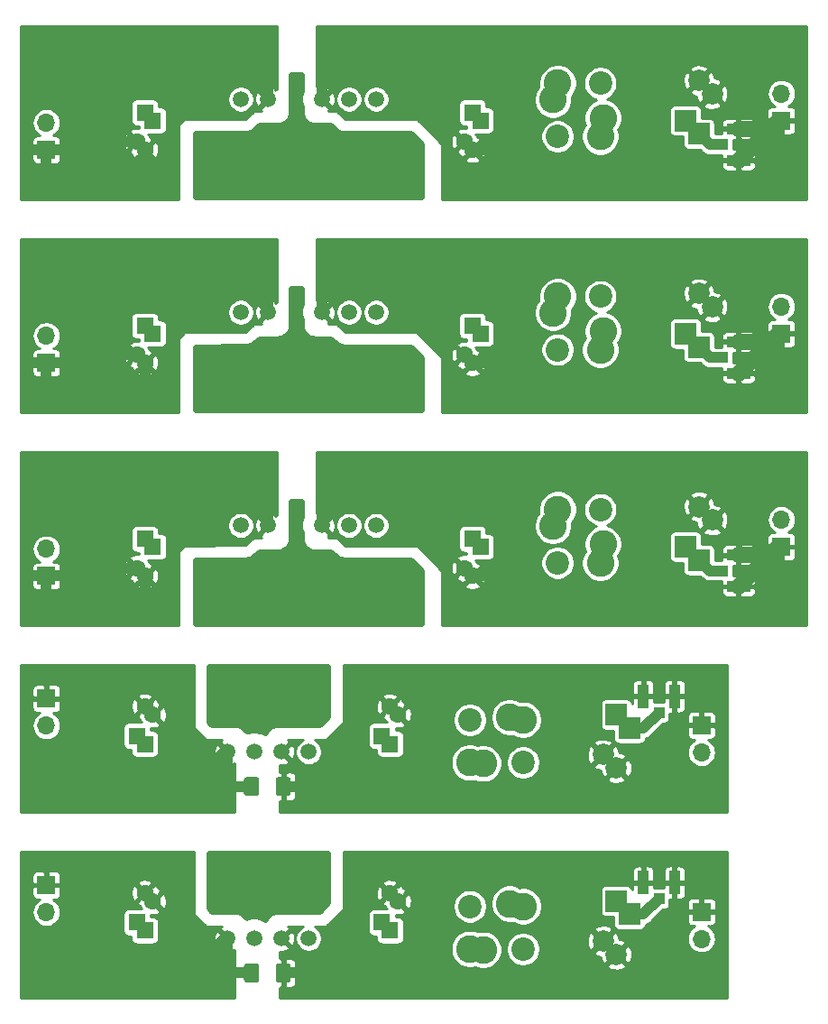
<source format=gbl>
G04 #@! TF.GenerationSoftware,KiCad,Pcbnew,(5.1.4)-1*
G04 #@! TF.CreationDate,2021-09-05T23:40:41-04:00*
G04 #@! TF.ProjectId,ground_loop_breaker,67726f75-6e64-45f6-9c6f-6f705f627265,rev?*
G04 #@! TF.SameCoordinates,Original*
G04 #@! TF.FileFunction,Copper,L2,Bot*
G04 #@! TF.FilePolarity,Positive*
%FSLAX46Y46*%
G04 Gerber Fmt 4.6, Leading zero omitted, Abs format (unit mm)*
G04 Created by KiCad (PCBNEW (5.1.4)-1) date 2021-09-05 23:40:41*
%MOMM*%
%LPD*%
G04 APERTURE LIST*
%ADD10C,1.500000*%
%ADD11C,2.600000*%
%ADD12C,2.200000*%
%ADD13O,1.700000X1.700000*%
%ADD14R,1.700000X1.700000*%
%ADD15R,1.050000X2.200000*%
%ADD16R,1.000000X1.050000*%
%ADD17C,2.000000*%
%ADD18R,2.000000X2.000000*%
%ADD19C,1.600000*%
%ADD20R,1.600000X1.600000*%
%ADD21C,0.100000*%
%ADD22C,1.425000*%
%ADD23R,2.200000X1.050000*%
%ADD24R,1.050000X1.000000*%
%ADD25C,0.800000*%
%ADD26C,1.000000*%
%ADD27C,1.500000*%
%ADD28C,0.250000*%
%ADD29C,0.500000*%
G04 APERTURE END LIST*
D10*
X102620000Y-136250000D03*
X100080000Y-136250000D03*
X97540000Y-136250000D03*
X95000000Y-136250000D03*
X108950000Y-97500000D03*
X106410000Y-97500000D03*
X103870000Y-97500000D03*
X98790000Y-97500000D03*
X96250000Y-97500000D03*
X102620000Y-118750000D03*
X100080000Y-118750000D03*
X97540000Y-118750000D03*
X95000000Y-118750000D03*
X108950000Y-77500000D03*
X106410000Y-77500000D03*
X103870000Y-77500000D03*
X98790000Y-77500000D03*
X96250000Y-77500000D03*
X108950000Y-57500000D03*
X106410000Y-57500000D03*
X103870000Y-57500000D03*
X98790000Y-57500000D03*
X96250000Y-57500000D03*
D11*
X117750000Y-137250000D03*
X122750000Y-133250000D03*
D12*
X117750000Y-133250000D03*
X122750000Y-137250000D03*
D11*
X119000000Y-137330127D03*
X121500000Y-133000000D03*
D13*
X139500000Y-136290000D03*
D14*
X139500000Y-133750000D03*
D15*
X136975000Y-131025000D03*
D16*
X135500000Y-132550000D03*
D15*
X134025000Y-131025000D03*
D13*
X78000000Y-133790000D03*
D14*
X78000000Y-131250000D03*
D17*
X130250000Y-136500000D03*
D18*
X132750000Y-134000000D03*
D17*
X131500000Y-137750000D03*
D18*
X131500000Y-132750000D03*
D19*
X111000000Y-132750000D03*
D20*
X109500000Y-134750000D03*
X110250000Y-135500000D03*
D19*
X110250000Y-132000000D03*
D20*
X110250000Y-135500000D03*
D21*
G36*
X97749504Y-138626204D02*
G01*
X97773773Y-138629804D01*
X97797571Y-138635765D01*
X97820671Y-138644030D01*
X97842849Y-138654520D01*
X97863893Y-138667133D01*
X97883598Y-138681747D01*
X97901777Y-138698223D01*
X97918253Y-138716402D01*
X97932867Y-138736107D01*
X97945480Y-138757151D01*
X97955970Y-138779329D01*
X97964235Y-138802429D01*
X97970196Y-138826227D01*
X97973796Y-138850496D01*
X97975000Y-138875000D01*
X97975000Y-140125000D01*
X97973796Y-140149504D01*
X97970196Y-140173773D01*
X97964235Y-140197571D01*
X97955970Y-140220671D01*
X97945480Y-140242849D01*
X97932867Y-140263893D01*
X97918253Y-140283598D01*
X97901777Y-140301777D01*
X97883598Y-140318253D01*
X97863893Y-140332867D01*
X97842849Y-140345480D01*
X97820671Y-140355970D01*
X97797571Y-140364235D01*
X97773773Y-140370196D01*
X97749504Y-140373796D01*
X97725000Y-140375000D01*
X96800000Y-140375000D01*
X96775496Y-140373796D01*
X96751227Y-140370196D01*
X96727429Y-140364235D01*
X96704329Y-140355970D01*
X96682151Y-140345480D01*
X96661107Y-140332867D01*
X96641402Y-140318253D01*
X96623223Y-140301777D01*
X96606747Y-140283598D01*
X96592133Y-140263893D01*
X96579520Y-140242849D01*
X96569030Y-140220671D01*
X96560765Y-140197571D01*
X96554804Y-140173773D01*
X96551204Y-140149504D01*
X96550000Y-140125000D01*
X96550000Y-138875000D01*
X96551204Y-138850496D01*
X96554804Y-138826227D01*
X96560765Y-138802429D01*
X96569030Y-138779329D01*
X96579520Y-138757151D01*
X96592133Y-138736107D01*
X96606747Y-138716402D01*
X96623223Y-138698223D01*
X96641402Y-138681747D01*
X96661107Y-138667133D01*
X96682151Y-138654520D01*
X96704329Y-138644030D01*
X96727429Y-138635765D01*
X96751227Y-138629804D01*
X96775496Y-138626204D01*
X96800000Y-138625000D01*
X97725000Y-138625000D01*
X97749504Y-138626204D01*
X97749504Y-138626204D01*
G37*
D22*
X97262500Y-139500000D03*
D21*
G36*
X100724504Y-138626204D02*
G01*
X100748773Y-138629804D01*
X100772571Y-138635765D01*
X100795671Y-138644030D01*
X100817849Y-138654520D01*
X100838893Y-138667133D01*
X100858598Y-138681747D01*
X100876777Y-138698223D01*
X100893253Y-138716402D01*
X100907867Y-138736107D01*
X100920480Y-138757151D01*
X100930970Y-138779329D01*
X100939235Y-138802429D01*
X100945196Y-138826227D01*
X100948796Y-138850496D01*
X100950000Y-138875000D01*
X100950000Y-140125000D01*
X100948796Y-140149504D01*
X100945196Y-140173773D01*
X100939235Y-140197571D01*
X100930970Y-140220671D01*
X100920480Y-140242849D01*
X100907867Y-140263893D01*
X100893253Y-140283598D01*
X100876777Y-140301777D01*
X100858598Y-140318253D01*
X100838893Y-140332867D01*
X100817849Y-140345480D01*
X100795671Y-140355970D01*
X100772571Y-140364235D01*
X100748773Y-140370196D01*
X100724504Y-140373796D01*
X100700000Y-140375000D01*
X99775000Y-140375000D01*
X99750496Y-140373796D01*
X99726227Y-140370196D01*
X99702429Y-140364235D01*
X99679329Y-140355970D01*
X99657151Y-140345480D01*
X99636107Y-140332867D01*
X99616402Y-140318253D01*
X99598223Y-140301777D01*
X99581747Y-140283598D01*
X99567133Y-140263893D01*
X99554520Y-140242849D01*
X99544030Y-140220671D01*
X99535765Y-140197571D01*
X99529804Y-140173773D01*
X99526204Y-140149504D01*
X99525000Y-140125000D01*
X99525000Y-138875000D01*
X99526204Y-138850496D01*
X99529804Y-138826227D01*
X99535765Y-138802429D01*
X99544030Y-138779329D01*
X99554520Y-138757151D01*
X99567133Y-138736107D01*
X99581747Y-138716402D01*
X99598223Y-138698223D01*
X99616402Y-138681747D01*
X99636107Y-138667133D01*
X99657151Y-138654520D01*
X99679329Y-138644030D01*
X99702429Y-138635765D01*
X99726227Y-138629804D01*
X99750496Y-138626204D01*
X99775000Y-138625000D01*
X100700000Y-138625000D01*
X100724504Y-138626204D01*
X100724504Y-138626204D01*
G37*
D22*
X100237500Y-139500000D03*
D19*
X88000000Y-132750000D03*
D20*
X86500000Y-134750000D03*
X87250000Y-135500000D03*
D19*
X87250000Y-132000000D03*
D20*
X87250000Y-135500000D03*
D11*
X126000000Y-96000000D03*
X130000000Y-101000000D03*
D12*
X130000000Y-96000000D03*
X126000000Y-101000000D03*
D11*
X125551537Y-97539899D03*
X130250000Y-99250000D03*
X126000000Y-76000000D03*
X130000000Y-81000000D03*
D12*
X130000000Y-76000000D03*
X126000000Y-81000000D03*
D11*
X125551537Y-77539899D03*
X130250000Y-79250000D03*
D13*
X147000000Y-96960000D03*
D14*
X147000000Y-99500000D03*
D23*
X142975000Y-103225000D03*
D24*
X141450000Y-101750000D03*
D23*
X142975000Y-100275000D03*
D13*
X78000000Y-99710000D03*
D14*
X78000000Y-102250000D03*
D13*
X147000000Y-76960000D03*
D14*
X147000000Y-79500000D03*
D23*
X142975000Y-83225000D03*
D24*
X141450000Y-81750000D03*
D23*
X142975000Y-80275000D03*
D13*
X78000000Y-79710000D03*
D14*
X78000000Y-82250000D03*
D17*
X140500000Y-97000000D03*
D18*
X138000000Y-99500000D03*
D17*
X139250000Y-95750000D03*
D18*
X139250000Y-100750000D03*
D19*
X117250000Y-101500000D03*
D20*
X118750000Y-99500000D03*
X118000000Y-98750000D03*
D19*
X118000000Y-102250000D03*
D20*
X118000000Y-98750000D03*
D19*
X86500000Y-101500000D03*
D20*
X88000000Y-99500000D03*
X87250000Y-98750000D03*
D19*
X87250000Y-102250000D03*
D20*
X87250000Y-98750000D03*
D17*
X140500000Y-77000000D03*
D18*
X138000000Y-79500000D03*
D17*
X139250000Y-75750000D03*
D18*
X139250000Y-80750000D03*
D19*
X117250000Y-81500000D03*
D20*
X118750000Y-79500000D03*
X118000000Y-78750000D03*
D19*
X118000000Y-82250000D03*
D20*
X118000000Y-78750000D03*
D19*
X86500000Y-81500000D03*
D20*
X88000000Y-79500000D03*
X87250000Y-78750000D03*
D19*
X87250000Y-82250000D03*
D20*
X87250000Y-78750000D03*
D19*
X111000000Y-115250000D03*
D20*
X109500000Y-117250000D03*
X110250000Y-118000000D03*
D19*
X110250000Y-114500000D03*
D20*
X110250000Y-118000000D03*
D11*
X117750000Y-119750000D03*
X122750000Y-115750000D03*
D12*
X117750000Y-115750000D03*
X122750000Y-119750000D03*
D11*
X119000000Y-119830127D03*
X121500000Y-115500000D03*
D13*
X139500000Y-118790000D03*
D14*
X139500000Y-116250000D03*
D15*
X136975000Y-113525000D03*
D16*
X135500000Y-115050000D03*
D15*
X134025000Y-113525000D03*
D13*
X78000000Y-116290000D03*
D14*
X78000000Y-113750000D03*
D17*
X130250000Y-119000000D03*
D18*
X132750000Y-116500000D03*
D17*
X131500000Y-120250000D03*
D18*
X131500000Y-115250000D03*
D21*
G36*
X97749504Y-121126204D02*
G01*
X97773773Y-121129804D01*
X97797571Y-121135765D01*
X97820671Y-121144030D01*
X97842849Y-121154520D01*
X97863893Y-121167133D01*
X97883598Y-121181747D01*
X97901777Y-121198223D01*
X97918253Y-121216402D01*
X97932867Y-121236107D01*
X97945480Y-121257151D01*
X97955970Y-121279329D01*
X97964235Y-121302429D01*
X97970196Y-121326227D01*
X97973796Y-121350496D01*
X97975000Y-121375000D01*
X97975000Y-122625000D01*
X97973796Y-122649504D01*
X97970196Y-122673773D01*
X97964235Y-122697571D01*
X97955970Y-122720671D01*
X97945480Y-122742849D01*
X97932867Y-122763893D01*
X97918253Y-122783598D01*
X97901777Y-122801777D01*
X97883598Y-122818253D01*
X97863893Y-122832867D01*
X97842849Y-122845480D01*
X97820671Y-122855970D01*
X97797571Y-122864235D01*
X97773773Y-122870196D01*
X97749504Y-122873796D01*
X97725000Y-122875000D01*
X96800000Y-122875000D01*
X96775496Y-122873796D01*
X96751227Y-122870196D01*
X96727429Y-122864235D01*
X96704329Y-122855970D01*
X96682151Y-122845480D01*
X96661107Y-122832867D01*
X96641402Y-122818253D01*
X96623223Y-122801777D01*
X96606747Y-122783598D01*
X96592133Y-122763893D01*
X96579520Y-122742849D01*
X96569030Y-122720671D01*
X96560765Y-122697571D01*
X96554804Y-122673773D01*
X96551204Y-122649504D01*
X96550000Y-122625000D01*
X96550000Y-121375000D01*
X96551204Y-121350496D01*
X96554804Y-121326227D01*
X96560765Y-121302429D01*
X96569030Y-121279329D01*
X96579520Y-121257151D01*
X96592133Y-121236107D01*
X96606747Y-121216402D01*
X96623223Y-121198223D01*
X96641402Y-121181747D01*
X96661107Y-121167133D01*
X96682151Y-121154520D01*
X96704329Y-121144030D01*
X96727429Y-121135765D01*
X96751227Y-121129804D01*
X96775496Y-121126204D01*
X96800000Y-121125000D01*
X97725000Y-121125000D01*
X97749504Y-121126204D01*
X97749504Y-121126204D01*
G37*
D22*
X97262500Y-122000000D03*
D21*
G36*
X100724504Y-121126204D02*
G01*
X100748773Y-121129804D01*
X100772571Y-121135765D01*
X100795671Y-121144030D01*
X100817849Y-121154520D01*
X100838893Y-121167133D01*
X100858598Y-121181747D01*
X100876777Y-121198223D01*
X100893253Y-121216402D01*
X100907867Y-121236107D01*
X100920480Y-121257151D01*
X100930970Y-121279329D01*
X100939235Y-121302429D01*
X100945196Y-121326227D01*
X100948796Y-121350496D01*
X100950000Y-121375000D01*
X100950000Y-122625000D01*
X100948796Y-122649504D01*
X100945196Y-122673773D01*
X100939235Y-122697571D01*
X100930970Y-122720671D01*
X100920480Y-122742849D01*
X100907867Y-122763893D01*
X100893253Y-122783598D01*
X100876777Y-122801777D01*
X100858598Y-122818253D01*
X100838893Y-122832867D01*
X100817849Y-122845480D01*
X100795671Y-122855970D01*
X100772571Y-122864235D01*
X100748773Y-122870196D01*
X100724504Y-122873796D01*
X100700000Y-122875000D01*
X99775000Y-122875000D01*
X99750496Y-122873796D01*
X99726227Y-122870196D01*
X99702429Y-122864235D01*
X99679329Y-122855970D01*
X99657151Y-122845480D01*
X99636107Y-122832867D01*
X99616402Y-122818253D01*
X99598223Y-122801777D01*
X99581747Y-122783598D01*
X99567133Y-122763893D01*
X99554520Y-122742849D01*
X99544030Y-122720671D01*
X99535765Y-122697571D01*
X99529804Y-122673773D01*
X99526204Y-122649504D01*
X99525000Y-122625000D01*
X99525000Y-121375000D01*
X99526204Y-121350496D01*
X99529804Y-121326227D01*
X99535765Y-121302429D01*
X99544030Y-121279329D01*
X99554520Y-121257151D01*
X99567133Y-121236107D01*
X99581747Y-121216402D01*
X99598223Y-121198223D01*
X99616402Y-121181747D01*
X99636107Y-121167133D01*
X99657151Y-121154520D01*
X99679329Y-121144030D01*
X99702429Y-121135765D01*
X99726227Y-121129804D01*
X99750496Y-121126204D01*
X99775000Y-121125000D01*
X100700000Y-121125000D01*
X100724504Y-121126204D01*
X100724504Y-121126204D01*
G37*
D22*
X100237500Y-122000000D03*
D19*
X88000000Y-115250000D03*
D20*
X86500000Y-117250000D03*
X87250000Y-118000000D03*
D19*
X87250000Y-114500000D03*
D20*
X87250000Y-118000000D03*
D23*
X142975000Y-63225000D03*
D24*
X141450000Y-61750000D03*
D23*
X142975000Y-60275000D03*
D11*
X125551537Y-57539899D03*
X130250000Y-59250000D03*
D13*
X147000000Y-56960000D03*
D14*
X147000000Y-59500000D03*
D13*
X78000000Y-59710000D03*
D14*
X78000000Y-62250000D03*
D17*
X140500000Y-57000000D03*
D18*
X138000000Y-59500000D03*
D17*
X139250000Y-55750000D03*
D18*
X139250000Y-60750000D03*
D19*
X117250000Y-61500000D03*
D20*
X118750000Y-59500000D03*
X118000000Y-58750000D03*
D19*
X118000000Y-62250000D03*
D20*
X118000000Y-58750000D03*
D19*
X86500000Y-61500000D03*
D20*
X88000000Y-59500000D03*
X87250000Y-58750000D03*
D19*
X87250000Y-62250000D03*
D20*
X87250000Y-58750000D03*
D11*
X126000000Y-56000000D03*
X130000000Y-61000000D03*
D12*
X130000000Y-56000000D03*
X126000000Y-61000000D03*
D25*
X137000000Y-139750000D03*
X109000000Y-139500000D03*
X137000000Y-122250000D03*
X109000000Y-122000000D03*
X92250000Y-54250000D03*
X98790000Y-55460000D03*
X84250000Y-59250000D03*
X83262500Y-62987500D03*
X77500000Y-55000000D03*
X81500000Y-51750000D03*
X89237500Y-54250000D03*
X81250000Y-62987500D03*
X148000000Y-53750000D03*
X114500000Y-58250000D03*
X103870000Y-55630000D03*
X121000000Y-52500000D03*
X136250000Y-55750000D03*
X142000000Y-53250000D03*
X123250000Y-64250000D03*
X128500000Y-64250000D03*
X134250000Y-64250000D03*
X91500000Y-122000000D03*
X93750000Y-122000000D03*
X92500000Y-122000000D03*
X81500000Y-114012500D03*
X84487500Y-114012500D03*
X90375000Y-117625000D03*
X76500000Y-119500000D03*
X76500000Y-122250000D03*
X85000000Y-123250000D03*
X134000000Y-113500000D03*
X140000000Y-113000000D03*
X100750000Y-122000000D03*
X105750000Y-118000000D03*
X114250000Y-122250000D03*
X126250000Y-121000000D03*
X134000000Y-122250000D03*
X114500000Y-113750000D03*
X92250000Y-74250000D03*
X98790000Y-75460000D03*
X84250000Y-79250000D03*
X83262500Y-82987500D03*
X77500000Y-75000000D03*
X81500000Y-71750000D03*
X89237500Y-74250000D03*
X81250000Y-82987500D03*
X148000000Y-73750000D03*
X114500000Y-78250000D03*
X103870000Y-75630000D03*
X121000000Y-72500000D03*
X136250000Y-75750000D03*
X142000000Y-73250000D03*
X123250000Y-84250000D03*
X128500000Y-84250000D03*
X134250000Y-84250000D03*
X92250000Y-94250000D03*
X98790000Y-95460000D03*
X84250000Y-99250000D03*
X83262500Y-102987500D03*
X77500000Y-95000000D03*
X81500000Y-91750000D03*
X89237500Y-94250000D03*
X81250000Y-102987500D03*
X148000000Y-93750000D03*
X114500000Y-98250000D03*
X103870000Y-95630000D03*
X121000000Y-92500000D03*
X136250000Y-95750000D03*
X142000000Y-93250000D03*
X123250000Y-104250000D03*
X128500000Y-104250000D03*
X134250000Y-104250000D03*
X91500000Y-139500000D03*
X93750000Y-139500000D03*
X92500000Y-139500000D03*
X90750000Y-135500000D03*
X81737500Y-131512500D03*
X84487500Y-131512500D03*
X76500000Y-139250000D03*
X84750000Y-140250000D03*
X92250000Y-136250000D03*
X134000000Y-131000000D03*
X140000000Y-130500000D03*
X100750000Y-139500000D03*
X111500000Y-139750000D03*
X107250000Y-133000000D03*
X113500000Y-132750000D03*
X127250000Y-136500000D03*
X133250000Y-139750000D03*
D26*
X87250000Y-62250000D02*
X87250000Y-64750000D01*
X86500000Y-61500000D02*
X84000000Y-61500000D01*
X78000000Y-62250000D02*
X81750000Y-62250000D01*
X78000000Y-62250000D02*
X78000000Y-64750000D01*
X78000000Y-62250000D02*
X76500000Y-62250000D01*
X98790000Y-57500000D02*
X98790000Y-54210000D01*
D27*
X146700000Y-59500000D02*
X142975000Y-63225000D01*
X147000000Y-59500000D02*
X146700000Y-59500000D01*
X146225000Y-60275000D02*
X147000000Y-59500000D01*
X142975000Y-60275000D02*
X146225000Y-60275000D01*
D26*
X118000000Y-62250000D02*
X120250000Y-62250000D01*
X103870000Y-57500000D02*
X103870000Y-54620000D01*
X140250000Y-61750000D02*
X139250000Y-60750000D01*
X141450000Y-61750000D02*
X140250000Y-61750000D01*
X95000000Y-120750000D02*
X93750000Y-122000000D01*
X95000000Y-118750000D02*
X95000000Y-120750000D01*
X94750000Y-118750000D02*
X91500000Y-122000000D01*
X95000000Y-118750000D02*
X94750000Y-118750000D01*
X97262500Y-122000000D02*
X93750000Y-122000000D01*
X100237500Y-122000000D02*
X100750000Y-122000000D01*
X100750000Y-122000000D02*
X104250000Y-122000000D01*
X134050000Y-116500000D02*
X132750000Y-116500000D01*
X135500000Y-115050000D02*
X134050000Y-116500000D01*
X87250000Y-82250000D02*
X87250000Y-84750000D01*
X86500000Y-81500000D02*
X84000000Y-81500000D01*
X78000000Y-82250000D02*
X81750000Y-82250000D01*
X78000000Y-82250000D02*
X78000000Y-84750000D01*
X78000000Y-82250000D02*
X76500000Y-82250000D01*
X98790000Y-77500000D02*
X98790000Y-74210000D01*
D27*
X146700000Y-79500000D02*
X142975000Y-83225000D01*
X147000000Y-79500000D02*
X146700000Y-79500000D01*
X146225000Y-80275000D02*
X147000000Y-79500000D01*
X142975000Y-80275000D02*
X146225000Y-80275000D01*
D26*
X118000000Y-82250000D02*
X120250000Y-82250000D01*
X103870000Y-77500000D02*
X103870000Y-74620000D01*
X140250000Y-81750000D02*
X139250000Y-80750000D01*
X141450000Y-81750000D02*
X140250000Y-81750000D01*
X87250000Y-102250000D02*
X87250000Y-104750000D01*
X86500000Y-101500000D02*
X84000000Y-101500000D01*
X78000000Y-102250000D02*
X81750000Y-102250000D01*
X78000000Y-102250000D02*
X78000000Y-104750000D01*
X78000000Y-102250000D02*
X76500000Y-102250000D01*
X98790000Y-97500000D02*
X98790000Y-94210000D01*
D27*
X146700000Y-99500000D02*
X142975000Y-103225000D01*
X147000000Y-99500000D02*
X146700000Y-99500000D01*
X146225000Y-100275000D02*
X147000000Y-99500000D01*
X142975000Y-100275000D02*
X146225000Y-100275000D01*
D26*
X118000000Y-102250000D02*
X120250000Y-102250000D01*
X103870000Y-97500000D02*
X103870000Y-94620000D01*
X140250000Y-101750000D02*
X139250000Y-100750000D01*
X141450000Y-101750000D02*
X140250000Y-101750000D01*
X95000000Y-138250000D02*
X93750000Y-139500000D01*
X95000000Y-136250000D02*
X95000000Y-138250000D01*
X94750000Y-136250000D02*
X91500000Y-139500000D01*
X95000000Y-136250000D02*
X94750000Y-136250000D01*
X97262500Y-139500000D02*
X93750000Y-139500000D01*
X100237500Y-139500000D02*
X100750000Y-139500000D01*
X100750000Y-139500000D02*
X104250000Y-139500000D01*
X134050000Y-134000000D02*
X132750000Y-134000000D01*
X135500000Y-132550000D02*
X134050000Y-134000000D01*
D28*
G36*
X99625000Y-56559536D02*
G01*
X99589342Y-56523878D01*
X99496483Y-56616737D01*
X99423494Y-56415407D01*
X99199728Y-56312658D01*
X98960216Y-56255539D01*
X98714163Y-56246243D01*
X98471024Y-56285128D01*
X98240144Y-56370701D01*
X98156506Y-56415407D01*
X98083516Y-56616739D01*
X98790000Y-57323223D01*
X98804142Y-57309081D01*
X98980919Y-57485858D01*
X98966777Y-57500000D01*
X98980919Y-57514142D01*
X98804142Y-57690919D01*
X98790000Y-57676777D01*
X98083516Y-58383261D01*
X98156506Y-58584593D01*
X98244504Y-58625000D01*
X97500000Y-58625000D01*
X97475614Y-58627402D01*
X97452165Y-58634515D01*
X97430554Y-58646066D01*
X97412602Y-58660632D01*
X96698887Y-59358613D01*
X90999641Y-59375001D01*
X90975261Y-59377472D01*
X90951833Y-59384653D01*
X90930255Y-59396266D01*
X90911612Y-59411612D01*
X90411612Y-59911612D01*
X90396066Y-59930554D01*
X90384515Y-59952165D01*
X90377402Y-59975614D01*
X90375000Y-60000000D01*
X90375000Y-66875000D01*
X75625000Y-66875000D01*
X75625000Y-63100000D01*
X76647581Y-63100000D01*
X76657235Y-63198017D01*
X76685825Y-63292267D01*
X76732254Y-63379129D01*
X76794736Y-63455264D01*
X76870871Y-63517746D01*
X76957733Y-63564175D01*
X77051983Y-63592765D01*
X77150000Y-63602419D01*
X77750000Y-63600000D01*
X77875000Y-63475000D01*
X77875000Y-62375000D01*
X78125000Y-62375000D01*
X78125000Y-63475000D01*
X78250000Y-63600000D01*
X78850000Y-63602419D01*
X78948017Y-63592765D01*
X79042267Y-63564175D01*
X79129129Y-63517746D01*
X79205264Y-63455264D01*
X79267746Y-63379129D01*
X79314175Y-63292267D01*
X79342765Y-63198017D01*
X79352419Y-63100000D01*
X79350000Y-62500000D01*
X79225000Y-62375000D01*
X78125000Y-62375000D01*
X77875000Y-62375000D01*
X76775000Y-62375000D01*
X76650000Y-62500000D01*
X76647581Y-63100000D01*
X75625000Y-63100000D01*
X75625000Y-59710000D01*
X76643468Y-59710000D01*
X76669533Y-59974646D01*
X76746728Y-60229122D01*
X76872085Y-60463649D01*
X77040787Y-60669213D01*
X77246351Y-60837915D01*
X77359559Y-60898426D01*
X77150000Y-60897581D01*
X77051983Y-60907235D01*
X76957733Y-60935825D01*
X76870871Y-60982254D01*
X76794736Y-61044736D01*
X76732254Y-61120871D01*
X76685825Y-61207733D01*
X76657235Y-61301983D01*
X76647581Y-61400000D01*
X76650000Y-62000000D01*
X76775000Y-62125000D01*
X77875000Y-62125000D01*
X77875000Y-62105000D01*
X78125000Y-62105000D01*
X78125000Y-62125000D01*
X79225000Y-62125000D01*
X79350000Y-62000000D01*
X79351718Y-61573854D01*
X85195799Y-61573854D01*
X85235267Y-61826872D01*
X85323338Y-62067329D01*
X85374565Y-62163168D01*
X85581003Y-62242220D01*
X86027822Y-61795401D01*
X86016813Y-61819136D01*
X85956451Y-62067997D01*
X85949834Y-62226943D01*
X85757780Y-62418997D01*
X85836832Y-62625435D01*
X86037073Y-62718315D01*
X86073338Y-62817329D01*
X86124565Y-62913168D01*
X86331003Y-62992220D01*
X86521214Y-62802009D01*
X86573854Y-62804201D01*
X86826872Y-62764733D01*
X86961269Y-62715508D01*
X86507780Y-63168997D01*
X86586832Y-63375435D01*
X86819136Y-63483187D01*
X87067997Y-63543549D01*
X87323854Y-63554201D01*
X87576872Y-63514733D01*
X87817329Y-63426662D01*
X87913168Y-63375435D01*
X87992220Y-63168997D01*
X87250000Y-62426777D01*
X87232564Y-62444213D01*
X87242220Y-62418997D01*
X86331003Y-61507780D01*
X86305787Y-61517436D01*
X86323223Y-61500000D01*
X85581003Y-60757780D01*
X85374565Y-60836832D01*
X85266813Y-61069136D01*
X85206451Y-61317997D01*
X85195799Y-61573854D01*
X79351718Y-61573854D01*
X79352419Y-61400000D01*
X79342765Y-61301983D01*
X79314175Y-61207733D01*
X79267746Y-61120871D01*
X79205264Y-61044736D01*
X79129129Y-60982254D01*
X79042267Y-60935825D01*
X78948017Y-60907235D01*
X78850000Y-60897581D01*
X78640441Y-60898426D01*
X78753649Y-60837915D01*
X78959213Y-60669213D01*
X79031605Y-60581003D01*
X85757780Y-60581003D01*
X86500000Y-61323223D01*
X86514142Y-61309081D01*
X86515612Y-61310551D01*
X86507780Y-61331003D01*
X87418997Y-62242220D01*
X87444213Y-62232564D01*
X87426777Y-62250000D01*
X88168997Y-62992220D01*
X88375435Y-62913168D01*
X88483187Y-62680864D01*
X88543549Y-62432003D01*
X88554201Y-62176146D01*
X88514733Y-61923128D01*
X88426662Y-61682671D01*
X88375435Y-61586832D01*
X88168997Y-61507780D01*
X87722178Y-61954599D01*
X87733187Y-61930864D01*
X87793549Y-61682003D01*
X87800166Y-61523057D01*
X87992220Y-61331003D01*
X87913168Y-61124565D01*
X87712927Y-61031685D01*
X87676662Y-60932671D01*
X87625435Y-60836832D01*
X87535568Y-60802419D01*
X88800000Y-60802419D01*
X88898017Y-60792765D01*
X88992267Y-60764175D01*
X89079129Y-60717746D01*
X89155264Y-60655264D01*
X89217746Y-60579129D01*
X89264175Y-60492267D01*
X89292765Y-60398017D01*
X89302419Y-60300000D01*
X89302419Y-58700000D01*
X89292765Y-58601983D01*
X89264175Y-58507733D01*
X89217746Y-58420871D01*
X89155264Y-58344736D01*
X89079129Y-58282254D01*
X88992267Y-58235825D01*
X88898017Y-58207235D01*
X88800000Y-58197581D01*
X88552419Y-58197581D01*
X88552419Y-57950000D01*
X88542765Y-57851983D01*
X88514175Y-57757733D01*
X88467746Y-57670871D01*
X88405264Y-57594736D01*
X88329129Y-57532254D01*
X88242267Y-57485825D01*
X88148017Y-57457235D01*
X88050000Y-57447581D01*
X86450000Y-57447581D01*
X86351983Y-57457235D01*
X86257733Y-57485825D01*
X86170871Y-57532254D01*
X86094736Y-57594736D01*
X86032254Y-57670871D01*
X85985825Y-57757733D01*
X85957235Y-57851983D01*
X85947581Y-57950000D01*
X85947581Y-59550000D01*
X85957235Y-59648017D01*
X85985825Y-59742267D01*
X86032254Y-59829129D01*
X86094736Y-59905264D01*
X86170871Y-59967746D01*
X86257733Y-60014175D01*
X86351983Y-60042765D01*
X86450000Y-60052419D01*
X86697581Y-60052419D01*
X86697581Y-60210229D01*
X86682003Y-60206451D01*
X86426146Y-60195799D01*
X86173128Y-60235267D01*
X85932671Y-60323338D01*
X85836832Y-60374565D01*
X85757780Y-60581003D01*
X79031605Y-60581003D01*
X79127915Y-60463649D01*
X79253272Y-60229122D01*
X79330467Y-59974646D01*
X79356532Y-59710000D01*
X79330467Y-59445354D01*
X79253272Y-59190878D01*
X79127915Y-58956351D01*
X78959213Y-58750787D01*
X78753649Y-58582085D01*
X78519122Y-58456728D01*
X78264646Y-58379533D01*
X78066321Y-58360000D01*
X77933679Y-58360000D01*
X77735354Y-58379533D01*
X77480878Y-58456728D01*
X77246351Y-58582085D01*
X77040787Y-58750787D01*
X76872085Y-58956351D01*
X76746728Y-59190878D01*
X76669533Y-59445354D01*
X76643468Y-59710000D01*
X75625000Y-59710000D01*
X75625000Y-57376886D01*
X95000000Y-57376886D01*
X95000000Y-57623114D01*
X95048037Y-57864611D01*
X95142265Y-58092097D01*
X95279062Y-58296828D01*
X95453172Y-58470938D01*
X95657903Y-58607735D01*
X95885389Y-58701963D01*
X96126886Y-58750000D01*
X96373114Y-58750000D01*
X96614611Y-58701963D01*
X96842097Y-58607735D01*
X97046828Y-58470938D01*
X97220938Y-58296828D01*
X97357735Y-58092097D01*
X97451963Y-57864611D01*
X97500000Y-57623114D01*
X97500000Y-57575837D01*
X97536243Y-57575837D01*
X97575128Y-57818976D01*
X97660701Y-58049856D01*
X97705407Y-58133494D01*
X97906739Y-58206484D01*
X98613223Y-57500000D01*
X97906739Y-56793516D01*
X97705407Y-56866506D01*
X97602658Y-57090272D01*
X97545539Y-57329784D01*
X97536243Y-57575837D01*
X97500000Y-57575837D01*
X97500000Y-57376886D01*
X97451963Y-57135389D01*
X97357735Y-56907903D01*
X97220938Y-56703172D01*
X97046828Y-56529062D01*
X96842097Y-56392265D01*
X96614611Y-56298037D01*
X96373114Y-56250000D01*
X96126886Y-56250000D01*
X95885389Y-56298037D01*
X95657903Y-56392265D01*
X95453172Y-56529062D01*
X95279062Y-56703172D01*
X95142265Y-56907903D01*
X95048037Y-57135389D01*
X95000000Y-57376886D01*
X75625000Y-57376886D01*
X75625000Y-50625000D01*
X99625000Y-50625000D01*
X99625000Y-56559536D01*
X99625000Y-56559536D01*
G37*
X99625000Y-56559536D02*
X99589342Y-56523878D01*
X99496483Y-56616737D01*
X99423494Y-56415407D01*
X99199728Y-56312658D01*
X98960216Y-56255539D01*
X98714163Y-56246243D01*
X98471024Y-56285128D01*
X98240144Y-56370701D01*
X98156506Y-56415407D01*
X98083516Y-56616739D01*
X98790000Y-57323223D01*
X98804142Y-57309081D01*
X98980919Y-57485858D01*
X98966777Y-57500000D01*
X98980919Y-57514142D01*
X98804142Y-57690919D01*
X98790000Y-57676777D01*
X98083516Y-58383261D01*
X98156506Y-58584593D01*
X98244504Y-58625000D01*
X97500000Y-58625000D01*
X97475614Y-58627402D01*
X97452165Y-58634515D01*
X97430554Y-58646066D01*
X97412602Y-58660632D01*
X96698887Y-59358613D01*
X90999641Y-59375001D01*
X90975261Y-59377472D01*
X90951833Y-59384653D01*
X90930255Y-59396266D01*
X90911612Y-59411612D01*
X90411612Y-59911612D01*
X90396066Y-59930554D01*
X90384515Y-59952165D01*
X90377402Y-59975614D01*
X90375000Y-60000000D01*
X90375000Y-66875000D01*
X75625000Y-66875000D01*
X75625000Y-63100000D01*
X76647581Y-63100000D01*
X76657235Y-63198017D01*
X76685825Y-63292267D01*
X76732254Y-63379129D01*
X76794736Y-63455264D01*
X76870871Y-63517746D01*
X76957733Y-63564175D01*
X77051983Y-63592765D01*
X77150000Y-63602419D01*
X77750000Y-63600000D01*
X77875000Y-63475000D01*
X77875000Y-62375000D01*
X78125000Y-62375000D01*
X78125000Y-63475000D01*
X78250000Y-63600000D01*
X78850000Y-63602419D01*
X78948017Y-63592765D01*
X79042267Y-63564175D01*
X79129129Y-63517746D01*
X79205264Y-63455264D01*
X79267746Y-63379129D01*
X79314175Y-63292267D01*
X79342765Y-63198017D01*
X79352419Y-63100000D01*
X79350000Y-62500000D01*
X79225000Y-62375000D01*
X78125000Y-62375000D01*
X77875000Y-62375000D01*
X76775000Y-62375000D01*
X76650000Y-62500000D01*
X76647581Y-63100000D01*
X75625000Y-63100000D01*
X75625000Y-59710000D01*
X76643468Y-59710000D01*
X76669533Y-59974646D01*
X76746728Y-60229122D01*
X76872085Y-60463649D01*
X77040787Y-60669213D01*
X77246351Y-60837915D01*
X77359559Y-60898426D01*
X77150000Y-60897581D01*
X77051983Y-60907235D01*
X76957733Y-60935825D01*
X76870871Y-60982254D01*
X76794736Y-61044736D01*
X76732254Y-61120871D01*
X76685825Y-61207733D01*
X76657235Y-61301983D01*
X76647581Y-61400000D01*
X76650000Y-62000000D01*
X76775000Y-62125000D01*
X77875000Y-62125000D01*
X77875000Y-62105000D01*
X78125000Y-62105000D01*
X78125000Y-62125000D01*
X79225000Y-62125000D01*
X79350000Y-62000000D01*
X79351718Y-61573854D01*
X85195799Y-61573854D01*
X85235267Y-61826872D01*
X85323338Y-62067329D01*
X85374565Y-62163168D01*
X85581003Y-62242220D01*
X86027822Y-61795401D01*
X86016813Y-61819136D01*
X85956451Y-62067997D01*
X85949834Y-62226943D01*
X85757780Y-62418997D01*
X85836832Y-62625435D01*
X86037073Y-62718315D01*
X86073338Y-62817329D01*
X86124565Y-62913168D01*
X86331003Y-62992220D01*
X86521214Y-62802009D01*
X86573854Y-62804201D01*
X86826872Y-62764733D01*
X86961269Y-62715508D01*
X86507780Y-63168997D01*
X86586832Y-63375435D01*
X86819136Y-63483187D01*
X87067997Y-63543549D01*
X87323854Y-63554201D01*
X87576872Y-63514733D01*
X87817329Y-63426662D01*
X87913168Y-63375435D01*
X87992220Y-63168997D01*
X87250000Y-62426777D01*
X87232564Y-62444213D01*
X87242220Y-62418997D01*
X86331003Y-61507780D01*
X86305787Y-61517436D01*
X86323223Y-61500000D01*
X85581003Y-60757780D01*
X85374565Y-60836832D01*
X85266813Y-61069136D01*
X85206451Y-61317997D01*
X85195799Y-61573854D01*
X79351718Y-61573854D01*
X79352419Y-61400000D01*
X79342765Y-61301983D01*
X79314175Y-61207733D01*
X79267746Y-61120871D01*
X79205264Y-61044736D01*
X79129129Y-60982254D01*
X79042267Y-60935825D01*
X78948017Y-60907235D01*
X78850000Y-60897581D01*
X78640441Y-60898426D01*
X78753649Y-60837915D01*
X78959213Y-60669213D01*
X79031605Y-60581003D01*
X85757780Y-60581003D01*
X86500000Y-61323223D01*
X86514142Y-61309081D01*
X86515612Y-61310551D01*
X86507780Y-61331003D01*
X87418997Y-62242220D01*
X87444213Y-62232564D01*
X87426777Y-62250000D01*
X88168997Y-62992220D01*
X88375435Y-62913168D01*
X88483187Y-62680864D01*
X88543549Y-62432003D01*
X88554201Y-62176146D01*
X88514733Y-61923128D01*
X88426662Y-61682671D01*
X88375435Y-61586832D01*
X88168997Y-61507780D01*
X87722178Y-61954599D01*
X87733187Y-61930864D01*
X87793549Y-61682003D01*
X87800166Y-61523057D01*
X87992220Y-61331003D01*
X87913168Y-61124565D01*
X87712927Y-61031685D01*
X87676662Y-60932671D01*
X87625435Y-60836832D01*
X87535568Y-60802419D01*
X88800000Y-60802419D01*
X88898017Y-60792765D01*
X88992267Y-60764175D01*
X89079129Y-60717746D01*
X89155264Y-60655264D01*
X89217746Y-60579129D01*
X89264175Y-60492267D01*
X89292765Y-60398017D01*
X89302419Y-60300000D01*
X89302419Y-58700000D01*
X89292765Y-58601983D01*
X89264175Y-58507733D01*
X89217746Y-58420871D01*
X89155264Y-58344736D01*
X89079129Y-58282254D01*
X88992267Y-58235825D01*
X88898017Y-58207235D01*
X88800000Y-58197581D01*
X88552419Y-58197581D01*
X88552419Y-57950000D01*
X88542765Y-57851983D01*
X88514175Y-57757733D01*
X88467746Y-57670871D01*
X88405264Y-57594736D01*
X88329129Y-57532254D01*
X88242267Y-57485825D01*
X88148017Y-57457235D01*
X88050000Y-57447581D01*
X86450000Y-57447581D01*
X86351983Y-57457235D01*
X86257733Y-57485825D01*
X86170871Y-57532254D01*
X86094736Y-57594736D01*
X86032254Y-57670871D01*
X85985825Y-57757733D01*
X85957235Y-57851983D01*
X85947581Y-57950000D01*
X85947581Y-59550000D01*
X85957235Y-59648017D01*
X85985825Y-59742267D01*
X86032254Y-59829129D01*
X86094736Y-59905264D01*
X86170871Y-59967746D01*
X86257733Y-60014175D01*
X86351983Y-60042765D01*
X86450000Y-60052419D01*
X86697581Y-60052419D01*
X86697581Y-60210229D01*
X86682003Y-60206451D01*
X86426146Y-60195799D01*
X86173128Y-60235267D01*
X85932671Y-60323338D01*
X85836832Y-60374565D01*
X85757780Y-60581003D01*
X79031605Y-60581003D01*
X79127915Y-60463649D01*
X79253272Y-60229122D01*
X79330467Y-59974646D01*
X79356532Y-59710000D01*
X79330467Y-59445354D01*
X79253272Y-59190878D01*
X79127915Y-58956351D01*
X78959213Y-58750787D01*
X78753649Y-58582085D01*
X78519122Y-58456728D01*
X78264646Y-58379533D01*
X78066321Y-58360000D01*
X77933679Y-58360000D01*
X77735354Y-58379533D01*
X77480878Y-58456728D01*
X77246351Y-58582085D01*
X77040787Y-58750787D01*
X76872085Y-58956351D01*
X76746728Y-59190878D01*
X76669533Y-59445354D01*
X76643468Y-59710000D01*
X75625000Y-59710000D01*
X75625000Y-57376886D01*
X95000000Y-57376886D01*
X95000000Y-57623114D01*
X95048037Y-57864611D01*
X95142265Y-58092097D01*
X95279062Y-58296828D01*
X95453172Y-58470938D01*
X95657903Y-58607735D01*
X95885389Y-58701963D01*
X96126886Y-58750000D01*
X96373114Y-58750000D01*
X96614611Y-58701963D01*
X96842097Y-58607735D01*
X97046828Y-58470938D01*
X97220938Y-58296828D01*
X97357735Y-58092097D01*
X97451963Y-57864611D01*
X97500000Y-57623114D01*
X97500000Y-57575837D01*
X97536243Y-57575837D01*
X97575128Y-57818976D01*
X97660701Y-58049856D01*
X97705407Y-58133494D01*
X97906739Y-58206484D01*
X98613223Y-57500000D01*
X97906739Y-56793516D01*
X97705407Y-56866506D01*
X97602658Y-57090272D01*
X97545539Y-57329784D01*
X97536243Y-57575837D01*
X97500000Y-57575837D01*
X97500000Y-57376886D01*
X97451963Y-57135389D01*
X97357735Y-56907903D01*
X97220938Y-56703172D01*
X97046828Y-56529062D01*
X96842097Y-56392265D01*
X96614611Y-56298037D01*
X96373114Y-56250000D01*
X96126886Y-56250000D01*
X95885389Y-56298037D01*
X95657903Y-56392265D01*
X95453172Y-56529062D01*
X95279062Y-56703172D01*
X95142265Y-56907903D01*
X95048037Y-57135389D01*
X95000000Y-57376886D01*
X75625000Y-57376886D01*
X75625000Y-50625000D01*
X99625000Y-50625000D01*
X99625000Y-56559536D01*
G36*
X149375000Y-66875000D02*
G01*
X115125000Y-66875000D01*
X115125000Y-63750000D01*
X141372581Y-63750000D01*
X141382235Y-63848017D01*
X141410825Y-63942267D01*
X141457254Y-64029129D01*
X141519736Y-64105264D01*
X141595871Y-64167746D01*
X141682733Y-64214175D01*
X141776983Y-64242765D01*
X141875000Y-64252419D01*
X142725000Y-64250000D01*
X142850000Y-64125000D01*
X142850000Y-63350000D01*
X143100000Y-63350000D01*
X143100000Y-64125000D01*
X143225000Y-64250000D01*
X144075000Y-64252419D01*
X144173017Y-64242765D01*
X144267267Y-64214175D01*
X144354129Y-64167746D01*
X144430264Y-64105264D01*
X144492746Y-64029129D01*
X144539175Y-63942267D01*
X144567765Y-63848017D01*
X144577419Y-63750000D01*
X144575000Y-63475000D01*
X144450000Y-63350000D01*
X143100000Y-63350000D01*
X142850000Y-63350000D01*
X141500000Y-63350000D01*
X141375000Y-63475000D01*
X141372581Y-63750000D01*
X115125000Y-63750000D01*
X115125000Y-61750000D01*
X115122598Y-61725614D01*
X115115485Y-61702165D01*
X115103934Y-61680554D01*
X115088388Y-61661612D01*
X115000630Y-61573854D01*
X115945799Y-61573854D01*
X115985267Y-61826872D01*
X116073338Y-62067329D01*
X116124565Y-62163168D01*
X116331003Y-62242220D01*
X116777822Y-61795401D01*
X116766813Y-61819136D01*
X116706451Y-62067997D01*
X116699834Y-62226943D01*
X116507780Y-62418997D01*
X116586832Y-62625435D01*
X116787073Y-62718315D01*
X116823338Y-62817329D01*
X116874565Y-62913168D01*
X117081003Y-62992220D01*
X117271214Y-62802009D01*
X117323854Y-62804201D01*
X117576872Y-62764733D01*
X117711269Y-62715508D01*
X117257780Y-63168997D01*
X117336832Y-63375435D01*
X117569136Y-63483187D01*
X117817997Y-63543549D01*
X118073854Y-63554201D01*
X118326872Y-63514733D01*
X118567329Y-63426662D01*
X118663168Y-63375435D01*
X118742220Y-63168997D01*
X118000000Y-62426777D01*
X117982564Y-62444213D01*
X117992220Y-62418997D01*
X117081003Y-61507780D01*
X117055787Y-61517436D01*
X117073223Y-61500000D01*
X116331003Y-60757780D01*
X116124565Y-60836832D01*
X116016813Y-61069136D01*
X115956451Y-61317997D01*
X115945799Y-61573854D01*
X115000630Y-61573854D01*
X114007779Y-60581003D01*
X116507780Y-60581003D01*
X117250000Y-61323223D01*
X117264142Y-61309081D01*
X117265612Y-61310551D01*
X117257780Y-61331003D01*
X118168997Y-62242220D01*
X118194213Y-62232564D01*
X118176777Y-62250000D01*
X118918997Y-62992220D01*
X119125435Y-62913168D01*
X119233187Y-62680864D01*
X119293549Y-62432003D01*
X119304201Y-62176146D01*
X119264733Y-61923128D01*
X119176662Y-61682671D01*
X119125435Y-61586832D01*
X118918997Y-61507780D01*
X118472178Y-61954599D01*
X118483187Y-61930864D01*
X118543549Y-61682003D01*
X118550166Y-61523057D01*
X118742220Y-61331003D01*
X118663168Y-61124565D01*
X118462927Y-61031685D01*
X118426662Y-60932671D01*
X118378419Y-60842414D01*
X124400000Y-60842414D01*
X124400000Y-61157586D01*
X124461487Y-61466703D01*
X124582098Y-61757884D01*
X124757199Y-62019941D01*
X124980059Y-62242801D01*
X125242116Y-62417902D01*
X125533297Y-62538513D01*
X125842414Y-62600000D01*
X126157586Y-62600000D01*
X126466703Y-62538513D01*
X126757884Y-62417902D01*
X127019941Y-62242801D01*
X127242801Y-62019941D01*
X127417902Y-61757884D01*
X127538513Y-61466703D01*
X127600000Y-61157586D01*
X127600000Y-60842414D01*
X127596082Y-60822716D01*
X128200000Y-60822716D01*
X128200000Y-61177284D01*
X128269173Y-61525041D01*
X128404861Y-61852620D01*
X128601849Y-62147433D01*
X128852567Y-62398151D01*
X129147380Y-62595139D01*
X129474959Y-62730827D01*
X129822716Y-62800000D01*
X130177284Y-62800000D01*
X130525041Y-62730827D01*
X130852620Y-62595139D01*
X131147433Y-62398151D01*
X131398151Y-62147433D01*
X131595139Y-61852620D01*
X131730827Y-61525041D01*
X131800000Y-61177284D01*
X131800000Y-60822716D01*
X131730827Y-60474959D01*
X131679365Y-60350718D01*
X131845139Y-60102620D01*
X131980827Y-59775041D01*
X132050000Y-59427284D01*
X132050000Y-59072716D01*
X131980827Y-58724959D01*
X131887646Y-58500000D01*
X136497581Y-58500000D01*
X136497581Y-60500000D01*
X136507235Y-60598017D01*
X136535825Y-60692267D01*
X136582254Y-60779129D01*
X136644736Y-60855264D01*
X136720871Y-60917746D01*
X136807733Y-60964175D01*
X136901983Y-60992765D01*
X137000000Y-61002419D01*
X137747581Y-61002419D01*
X137747581Y-61750000D01*
X137757235Y-61848017D01*
X137785825Y-61942267D01*
X137832254Y-62029129D01*
X137894736Y-62105264D01*
X137970871Y-62167746D01*
X138057733Y-62214175D01*
X138151983Y-62242765D01*
X138250000Y-62252419D01*
X139338205Y-62252419D01*
X139508159Y-62422373D01*
X139539472Y-62460528D01*
X139577626Y-62491840D01*
X139691742Y-62585492D01*
X139865465Y-62678349D01*
X140053966Y-62735530D01*
X140250000Y-62754838D01*
X140299120Y-62750000D01*
X140900440Y-62750000D01*
X140925000Y-62752419D01*
X141373042Y-62752419D01*
X141375000Y-62975000D01*
X141500000Y-63100000D01*
X142850000Y-63100000D01*
X142850000Y-62325000D01*
X143100000Y-62325000D01*
X143100000Y-63100000D01*
X144450000Y-63100000D01*
X144575000Y-62975000D01*
X144577419Y-62700000D01*
X144567765Y-62601983D01*
X144539175Y-62507733D01*
X144492746Y-62420871D01*
X144430264Y-62344736D01*
X144354129Y-62282254D01*
X144267267Y-62235825D01*
X144173017Y-62207235D01*
X144075000Y-62197581D01*
X143225000Y-62200000D01*
X143100000Y-62325000D01*
X142850000Y-62325000D01*
X142725000Y-62200000D01*
X142477419Y-62199295D01*
X142477419Y-61300705D01*
X142725000Y-61300000D01*
X142850000Y-61175000D01*
X142850000Y-60400000D01*
X143100000Y-60400000D01*
X143100000Y-61175000D01*
X143225000Y-61300000D01*
X144075000Y-61302419D01*
X144173017Y-61292765D01*
X144267267Y-61264175D01*
X144354129Y-61217746D01*
X144430264Y-61155264D01*
X144492746Y-61079129D01*
X144539175Y-60992267D01*
X144567765Y-60898017D01*
X144577419Y-60800000D01*
X144575000Y-60525000D01*
X144450000Y-60400000D01*
X143100000Y-60400000D01*
X142850000Y-60400000D01*
X141500000Y-60400000D01*
X141375000Y-60525000D01*
X141373042Y-60747581D01*
X140925000Y-60747581D01*
X140900440Y-60750000D01*
X140752419Y-60750000D01*
X140752419Y-60350000D01*
X145647581Y-60350000D01*
X145657235Y-60448017D01*
X145685825Y-60542267D01*
X145732254Y-60629129D01*
X145794736Y-60705264D01*
X145870871Y-60767746D01*
X145957733Y-60814175D01*
X146051983Y-60842765D01*
X146150000Y-60852419D01*
X146750000Y-60850000D01*
X146875000Y-60725000D01*
X146875000Y-59625000D01*
X147125000Y-59625000D01*
X147125000Y-60725000D01*
X147250000Y-60850000D01*
X147850000Y-60852419D01*
X147948017Y-60842765D01*
X148042267Y-60814175D01*
X148129129Y-60767746D01*
X148205264Y-60705264D01*
X148267746Y-60629129D01*
X148314175Y-60542267D01*
X148342765Y-60448017D01*
X148352419Y-60350000D01*
X148350000Y-59750000D01*
X148225000Y-59625000D01*
X147125000Y-59625000D01*
X146875000Y-59625000D01*
X145775000Y-59625000D01*
X145650000Y-59750000D01*
X145647581Y-60350000D01*
X140752419Y-60350000D01*
X140752419Y-59750000D01*
X141372581Y-59750000D01*
X141375000Y-60025000D01*
X141500000Y-60150000D01*
X142850000Y-60150000D01*
X142850000Y-59375000D01*
X143100000Y-59375000D01*
X143100000Y-60150000D01*
X144450000Y-60150000D01*
X144575000Y-60025000D01*
X144577419Y-59750000D01*
X144567765Y-59651983D01*
X144539175Y-59557733D01*
X144492746Y-59470871D01*
X144430264Y-59394736D01*
X144354129Y-59332254D01*
X144267267Y-59285825D01*
X144173017Y-59257235D01*
X144075000Y-59247581D01*
X143225000Y-59250000D01*
X143100000Y-59375000D01*
X142850000Y-59375000D01*
X142725000Y-59250000D01*
X141875000Y-59247581D01*
X141776983Y-59257235D01*
X141682733Y-59285825D01*
X141595871Y-59332254D01*
X141519736Y-59394736D01*
X141457254Y-59470871D01*
X141410825Y-59557733D01*
X141382235Y-59651983D01*
X141372581Y-59750000D01*
X140752419Y-59750000D01*
X140742765Y-59651983D01*
X140714175Y-59557733D01*
X140667746Y-59470871D01*
X140605264Y-59394736D01*
X140529129Y-59332254D01*
X140442267Y-59285825D01*
X140348017Y-59257235D01*
X140250000Y-59247581D01*
X139502419Y-59247581D01*
X139502419Y-58500000D01*
X139492765Y-58401983D01*
X139464175Y-58307733D01*
X139417746Y-58220871D01*
X139355264Y-58144736D01*
X139279129Y-58082254D01*
X139240839Y-58061787D01*
X139614989Y-58061787D01*
X139718235Y-58288670D01*
X139984663Y-58416424D01*
X140270896Y-58489745D01*
X140565933Y-58505816D01*
X140858437Y-58464019D01*
X141137165Y-58365961D01*
X141281765Y-58288670D01*
X141385011Y-58061787D01*
X140500000Y-57176777D01*
X139614989Y-58061787D01*
X139240839Y-58061787D01*
X139192267Y-58035825D01*
X139098017Y-58007235D01*
X139000000Y-57997581D01*
X137000000Y-57997581D01*
X136901983Y-58007235D01*
X136807733Y-58035825D01*
X136720871Y-58082254D01*
X136644736Y-58144736D01*
X136582254Y-58220871D01*
X136535825Y-58307733D01*
X136507235Y-58401983D01*
X136497581Y-58500000D01*
X131887646Y-58500000D01*
X131845139Y-58397380D01*
X131648151Y-58102567D01*
X131397433Y-57851849D01*
X131102620Y-57654861D01*
X130775041Y-57519173D01*
X130598278Y-57484013D01*
X130757884Y-57417902D01*
X131019941Y-57242801D01*
X131242801Y-57019941D01*
X131381885Y-56811787D01*
X138364989Y-56811787D01*
X138468235Y-57038670D01*
X138734663Y-57166424D01*
X139018949Y-57239246D01*
X139035981Y-57358437D01*
X139134039Y-57637165D01*
X139211330Y-57781765D01*
X139438213Y-57885011D01*
X140323223Y-57000000D01*
X140676777Y-57000000D01*
X141561787Y-57885011D01*
X141788670Y-57781765D01*
X141916424Y-57515337D01*
X141989745Y-57229104D01*
X142004403Y-56960000D01*
X145643468Y-56960000D01*
X145669533Y-57224646D01*
X145746728Y-57479122D01*
X145872085Y-57713649D01*
X146040787Y-57919213D01*
X146246351Y-58087915D01*
X146359559Y-58148426D01*
X146150000Y-58147581D01*
X146051983Y-58157235D01*
X145957733Y-58185825D01*
X145870871Y-58232254D01*
X145794736Y-58294736D01*
X145732254Y-58370871D01*
X145685825Y-58457733D01*
X145657235Y-58551983D01*
X145647581Y-58650000D01*
X145650000Y-59250000D01*
X145775000Y-59375000D01*
X146875000Y-59375000D01*
X146875000Y-59355000D01*
X147125000Y-59355000D01*
X147125000Y-59375000D01*
X148225000Y-59375000D01*
X148350000Y-59250000D01*
X148352419Y-58650000D01*
X148342765Y-58551983D01*
X148314175Y-58457733D01*
X148267746Y-58370871D01*
X148205264Y-58294736D01*
X148129129Y-58232254D01*
X148042267Y-58185825D01*
X147948017Y-58157235D01*
X147850000Y-58147581D01*
X147640441Y-58148426D01*
X147753649Y-58087915D01*
X147959213Y-57919213D01*
X148127915Y-57713649D01*
X148253272Y-57479122D01*
X148330467Y-57224646D01*
X148356532Y-56960000D01*
X148330467Y-56695354D01*
X148253272Y-56440878D01*
X148127915Y-56206351D01*
X147959213Y-56000787D01*
X147753649Y-55832085D01*
X147519122Y-55706728D01*
X147264646Y-55629533D01*
X147066321Y-55610000D01*
X146933679Y-55610000D01*
X146735354Y-55629533D01*
X146480878Y-55706728D01*
X146246351Y-55832085D01*
X146040787Y-56000787D01*
X145872085Y-56206351D01*
X145746728Y-56440878D01*
X145669533Y-56695354D01*
X145643468Y-56960000D01*
X142004403Y-56960000D01*
X142005816Y-56934067D01*
X141964019Y-56641563D01*
X141865961Y-56362835D01*
X141788670Y-56218235D01*
X141561787Y-56114989D01*
X140676777Y-57000000D01*
X140323223Y-57000000D01*
X140135011Y-56811788D01*
X140135011Y-56811787D01*
X139438213Y-56114989D01*
X139438212Y-56114989D01*
X139250000Y-55926777D01*
X138364989Y-56811787D01*
X131381885Y-56811787D01*
X131417902Y-56757884D01*
X131538513Y-56466703D01*
X131600000Y-56157586D01*
X131600000Y-55842414D01*
X131594733Y-55815933D01*
X137744184Y-55815933D01*
X137785981Y-56108437D01*
X137884039Y-56387165D01*
X137961330Y-56531765D01*
X138188213Y-56635011D01*
X139073223Y-55750000D01*
X139426777Y-55750000D01*
X139614989Y-55938212D01*
X139614989Y-55938213D01*
X140311787Y-56635011D01*
X140311788Y-56635011D01*
X140500000Y-56823223D01*
X141385011Y-55938213D01*
X141281765Y-55711330D01*
X141015337Y-55583576D01*
X140731051Y-55510754D01*
X140714019Y-55391563D01*
X140615961Y-55112835D01*
X140538670Y-54968235D01*
X140311787Y-54864989D01*
X139426777Y-55750000D01*
X139073223Y-55750000D01*
X138188213Y-54864989D01*
X137961330Y-54968235D01*
X137833576Y-55234663D01*
X137760255Y-55520896D01*
X137744184Y-55815933D01*
X131594733Y-55815933D01*
X131538513Y-55533297D01*
X131417902Y-55242116D01*
X131242801Y-54980059D01*
X131019941Y-54757199D01*
X130916697Y-54688213D01*
X138364989Y-54688213D01*
X139250000Y-55573223D01*
X140135011Y-54688213D01*
X140031765Y-54461330D01*
X139765337Y-54333576D01*
X139479104Y-54260255D01*
X139184067Y-54244184D01*
X138891563Y-54285981D01*
X138612835Y-54384039D01*
X138468235Y-54461330D01*
X138364989Y-54688213D01*
X130916697Y-54688213D01*
X130757884Y-54582098D01*
X130466703Y-54461487D01*
X130157586Y-54400000D01*
X129842414Y-54400000D01*
X129533297Y-54461487D01*
X129242116Y-54582098D01*
X128980059Y-54757199D01*
X128757199Y-54980059D01*
X128582098Y-55242116D01*
X128461487Y-55533297D01*
X128400000Y-55842414D01*
X128400000Y-56157586D01*
X128461487Y-56466703D01*
X128582098Y-56757884D01*
X128757199Y-57019941D01*
X128980059Y-57242801D01*
X129242116Y-57417902D01*
X129533297Y-57538513D01*
X129631236Y-57557994D01*
X129397380Y-57654861D01*
X129102567Y-57851849D01*
X128851849Y-58102567D01*
X128654861Y-58397380D01*
X128519173Y-58724959D01*
X128450000Y-59072716D01*
X128450000Y-59427284D01*
X128519173Y-59775041D01*
X128570635Y-59899282D01*
X128404861Y-60147380D01*
X128269173Y-60474959D01*
X128200000Y-60822716D01*
X127596082Y-60822716D01*
X127538513Y-60533297D01*
X127417902Y-60242116D01*
X127242801Y-59980059D01*
X127019941Y-59757199D01*
X126757884Y-59582098D01*
X126466703Y-59461487D01*
X126157586Y-59400000D01*
X125842414Y-59400000D01*
X125533297Y-59461487D01*
X125242116Y-59582098D01*
X124980059Y-59757199D01*
X124757199Y-59980059D01*
X124582098Y-60242116D01*
X124461487Y-60533297D01*
X124400000Y-60842414D01*
X118378419Y-60842414D01*
X118375435Y-60836832D01*
X118285568Y-60802419D01*
X119550000Y-60802419D01*
X119648017Y-60792765D01*
X119742267Y-60764175D01*
X119829129Y-60717746D01*
X119905264Y-60655264D01*
X119967746Y-60579129D01*
X120014175Y-60492267D01*
X120042765Y-60398017D01*
X120052419Y-60300000D01*
X120052419Y-58700000D01*
X120042765Y-58601983D01*
X120014175Y-58507733D01*
X119967746Y-58420871D01*
X119905264Y-58344736D01*
X119829129Y-58282254D01*
X119742267Y-58235825D01*
X119648017Y-58207235D01*
X119550000Y-58197581D01*
X119302419Y-58197581D01*
X119302419Y-57950000D01*
X119292765Y-57851983D01*
X119264175Y-57757733D01*
X119217746Y-57670871D01*
X119155264Y-57594736D01*
X119079129Y-57532254D01*
X118992267Y-57485825D01*
X118898017Y-57457235D01*
X118800000Y-57447581D01*
X117200000Y-57447581D01*
X117101983Y-57457235D01*
X117007733Y-57485825D01*
X116920871Y-57532254D01*
X116844736Y-57594736D01*
X116782254Y-57670871D01*
X116735825Y-57757733D01*
X116707235Y-57851983D01*
X116697581Y-57950000D01*
X116697581Y-59550000D01*
X116707235Y-59648017D01*
X116735825Y-59742267D01*
X116782254Y-59829129D01*
X116844736Y-59905264D01*
X116920871Y-59967746D01*
X117007733Y-60014175D01*
X117101983Y-60042765D01*
X117200000Y-60052419D01*
X117447581Y-60052419D01*
X117447581Y-60210229D01*
X117432003Y-60206451D01*
X117176146Y-60195799D01*
X116923128Y-60235267D01*
X116682671Y-60323338D01*
X116586832Y-60374565D01*
X116507780Y-60581003D01*
X114007779Y-60581003D01*
X112838388Y-59411612D01*
X112819446Y-59396066D01*
X112797835Y-59384515D01*
X112774386Y-59377402D01*
X112750000Y-59375000D01*
X106051776Y-59375000D01*
X105338388Y-58661612D01*
X105319446Y-58646066D01*
X105297835Y-58634515D01*
X105274386Y-58627402D01*
X105250000Y-58625000D01*
X104427899Y-58625000D01*
X104503494Y-58584593D01*
X104576484Y-58383261D01*
X103870000Y-57676777D01*
X103855858Y-57690919D01*
X103679081Y-57514142D01*
X103693223Y-57500000D01*
X104046777Y-57500000D01*
X104753261Y-58206484D01*
X104954593Y-58133494D01*
X105057342Y-57909728D01*
X105114461Y-57670216D01*
X105123757Y-57424163D01*
X105116197Y-57376886D01*
X105160000Y-57376886D01*
X105160000Y-57623114D01*
X105208037Y-57864611D01*
X105302265Y-58092097D01*
X105439062Y-58296828D01*
X105613172Y-58470938D01*
X105817903Y-58607735D01*
X106045389Y-58701963D01*
X106286886Y-58750000D01*
X106533114Y-58750000D01*
X106774611Y-58701963D01*
X107002097Y-58607735D01*
X107206828Y-58470938D01*
X107380938Y-58296828D01*
X107517735Y-58092097D01*
X107611963Y-57864611D01*
X107660000Y-57623114D01*
X107660000Y-57376886D01*
X107700000Y-57376886D01*
X107700000Y-57623114D01*
X107748037Y-57864611D01*
X107842265Y-58092097D01*
X107979062Y-58296828D01*
X108153172Y-58470938D01*
X108357903Y-58607735D01*
X108585389Y-58701963D01*
X108826886Y-58750000D01*
X109073114Y-58750000D01*
X109314611Y-58701963D01*
X109542097Y-58607735D01*
X109746828Y-58470938D01*
X109920938Y-58296828D01*
X110057735Y-58092097D01*
X110151963Y-57864611D01*
X110200000Y-57623114D01*
X110200000Y-57376886D01*
X110197162Y-57362615D01*
X123751537Y-57362615D01*
X123751537Y-57717183D01*
X123820710Y-58064940D01*
X123956398Y-58392519D01*
X124153386Y-58687332D01*
X124404104Y-58938050D01*
X124698917Y-59135038D01*
X125026496Y-59270726D01*
X125374253Y-59339899D01*
X125728821Y-59339899D01*
X126076578Y-59270726D01*
X126404157Y-59135038D01*
X126698970Y-58938050D01*
X126949688Y-58687332D01*
X127146676Y-58392519D01*
X127282364Y-58064940D01*
X127351537Y-57717183D01*
X127351537Y-57362615D01*
X127323570Y-57222014D01*
X127398151Y-57147433D01*
X127595139Y-56852620D01*
X127730827Y-56525041D01*
X127800000Y-56177284D01*
X127800000Y-55822716D01*
X127730827Y-55474959D01*
X127595139Y-55147380D01*
X127398151Y-54852567D01*
X127147433Y-54601849D01*
X126852620Y-54404861D01*
X126525041Y-54269173D01*
X126177284Y-54200000D01*
X125822716Y-54200000D01*
X125474959Y-54269173D01*
X125147380Y-54404861D01*
X124852567Y-54601849D01*
X124601849Y-54852567D01*
X124404861Y-55147380D01*
X124269173Y-55474959D01*
X124200000Y-55822716D01*
X124200000Y-56177284D01*
X124227967Y-56317885D01*
X124153386Y-56392466D01*
X123956398Y-56687279D01*
X123820710Y-57014858D01*
X123751537Y-57362615D01*
X110197162Y-57362615D01*
X110151963Y-57135389D01*
X110057735Y-56907903D01*
X109920938Y-56703172D01*
X109746828Y-56529062D01*
X109542097Y-56392265D01*
X109314611Y-56298037D01*
X109073114Y-56250000D01*
X108826886Y-56250000D01*
X108585389Y-56298037D01*
X108357903Y-56392265D01*
X108153172Y-56529062D01*
X107979062Y-56703172D01*
X107842265Y-56907903D01*
X107748037Y-57135389D01*
X107700000Y-57376886D01*
X107660000Y-57376886D01*
X107611963Y-57135389D01*
X107517735Y-56907903D01*
X107380938Y-56703172D01*
X107206828Y-56529062D01*
X107002097Y-56392265D01*
X106774611Y-56298037D01*
X106533114Y-56250000D01*
X106286886Y-56250000D01*
X106045389Y-56298037D01*
X105817903Y-56392265D01*
X105613172Y-56529062D01*
X105439062Y-56703172D01*
X105302265Y-56907903D01*
X105208037Y-57135389D01*
X105160000Y-57376886D01*
X105116197Y-57376886D01*
X105084872Y-57181024D01*
X104999299Y-56950144D01*
X104954593Y-56866506D01*
X104753261Y-56793516D01*
X104046777Y-57500000D01*
X103693223Y-57500000D01*
X103679081Y-57485858D01*
X103855858Y-57309081D01*
X103870000Y-57323223D01*
X104576484Y-56616739D01*
X104503494Y-56415407D01*
X104279728Y-56312658D01*
X104040216Y-56255539D01*
X103794163Y-56246243D01*
X103551024Y-56285128D01*
X103375000Y-56350369D01*
X103375000Y-50625000D01*
X149375000Y-50625000D01*
X149375000Y-66875000D01*
X149375000Y-66875000D01*
G37*
X149375000Y-66875000D02*
X115125000Y-66875000D01*
X115125000Y-63750000D01*
X141372581Y-63750000D01*
X141382235Y-63848017D01*
X141410825Y-63942267D01*
X141457254Y-64029129D01*
X141519736Y-64105264D01*
X141595871Y-64167746D01*
X141682733Y-64214175D01*
X141776983Y-64242765D01*
X141875000Y-64252419D01*
X142725000Y-64250000D01*
X142850000Y-64125000D01*
X142850000Y-63350000D01*
X143100000Y-63350000D01*
X143100000Y-64125000D01*
X143225000Y-64250000D01*
X144075000Y-64252419D01*
X144173017Y-64242765D01*
X144267267Y-64214175D01*
X144354129Y-64167746D01*
X144430264Y-64105264D01*
X144492746Y-64029129D01*
X144539175Y-63942267D01*
X144567765Y-63848017D01*
X144577419Y-63750000D01*
X144575000Y-63475000D01*
X144450000Y-63350000D01*
X143100000Y-63350000D01*
X142850000Y-63350000D01*
X141500000Y-63350000D01*
X141375000Y-63475000D01*
X141372581Y-63750000D01*
X115125000Y-63750000D01*
X115125000Y-61750000D01*
X115122598Y-61725614D01*
X115115485Y-61702165D01*
X115103934Y-61680554D01*
X115088388Y-61661612D01*
X115000630Y-61573854D01*
X115945799Y-61573854D01*
X115985267Y-61826872D01*
X116073338Y-62067329D01*
X116124565Y-62163168D01*
X116331003Y-62242220D01*
X116777822Y-61795401D01*
X116766813Y-61819136D01*
X116706451Y-62067997D01*
X116699834Y-62226943D01*
X116507780Y-62418997D01*
X116586832Y-62625435D01*
X116787073Y-62718315D01*
X116823338Y-62817329D01*
X116874565Y-62913168D01*
X117081003Y-62992220D01*
X117271214Y-62802009D01*
X117323854Y-62804201D01*
X117576872Y-62764733D01*
X117711269Y-62715508D01*
X117257780Y-63168997D01*
X117336832Y-63375435D01*
X117569136Y-63483187D01*
X117817997Y-63543549D01*
X118073854Y-63554201D01*
X118326872Y-63514733D01*
X118567329Y-63426662D01*
X118663168Y-63375435D01*
X118742220Y-63168997D01*
X118000000Y-62426777D01*
X117982564Y-62444213D01*
X117992220Y-62418997D01*
X117081003Y-61507780D01*
X117055787Y-61517436D01*
X117073223Y-61500000D01*
X116331003Y-60757780D01*
X116124565Y-60836832D01*
X116016813Y-61069136D01*
X115956451Y-61317997D01*
X115945799Y-61573854D01*
X115000630Y-61573854D01*
X114007779Y-60581003D01*
X116507780Y-60581003D01*
X117250000Y-61323223D01*
X117264142Y-61309081D01*
X117265612Y-61310551D01*
X117257780Y-61331003D01*
X118168997Y-62242220D01*
X118194213Y-62232564D01*
X118176777Y-62250000D01*
X118918997Y-62992220D01*
X119125435Y-62913168D01*
X119233187Y-62680864D01*
X119293549Y-62432003D01*
X119304201Y-62176146D01*
X119264733Y-61923128D01*
X119176662Y-61682671D01*
X119125435Y-61586832D01*
X118918997Y-61507780D01*
X118472178Y-61954599D01*
X118483187Y-61930864D01*
X118543549Y-61682003D01*
X118550166Y-61523057D01*
X118742220Y-61331003D01*
X118663168Y-61124565D01*
X118462927Y-61031685D01*
X118426662Y-60932671D01*
X118378419Y-60842414D01*
X124400000Y-60842414D01*
X124400000Y-61157586D01*
X124461487Y-61466703D01*
X124582098Y-61757884D01*
X124757199Y-62019941D01*
X124980059Y-62242801D01*
X125242116Y-62417902D01*
X125533297Y-62538513D01*
X125842414Y-62600000D01*
X126157586Y-62600000D01*
X126466703Y-62538513D01*
X126757884Y-62417902D01*
X127019941Y-62242801D01*
X127242801Y-62019941D01*
X127417902Y-61757884D01*
X127538513Y-61466703D01*
X127600000Y-61157586D01*
X127600000Y-60842414D01*
X127596082Y-60822716D01*
X128200000Y-60822716D01*
X128200000Y-61177284D01*
X128269173Y-61525041D01*
X128404861Y-61852620D01*
X128601849Y-62147433D01*
X128852567Y-62398151D01*
X129147380Y-62595139D01*
X129474959Y-62730827D01*
X129822716Y-62800000D01*
X130177284Y-62800000D01*
X130525041Y-62730827D01*
X130852620Y-62595139D01*
X131147433Y-62398151D01*
X131398151Y-62147433D01*
X131595139Y-61852620D01*
X131730827Y-61525041D01*
X131800000Y-61177284D01*
X131800000Y-60822716D01*
X131730827Y-60474959D01*
X131679365Y-60350718D01*
X131845139Y-60102620D01*
X131980827Y-59775041D01*
X132050000Y-59427284D01*
X132050000Y-59072716D01*
X131980827Y-58724959D01*
X131887646Y-58500000D01*
X136497581Y-58500000D01*
X136497581Y-60500000D01*
X136507235Y-60598017D01*
X136535825Y-60692267D01*
X136582254Y-60779129D01*
X136644736Y-60855264D01*
X136720871Y-60917746D01*
X136807733Y-60964175D01*
X136901983Y-60992765D01*
X137000000Y-61002419D01*
X137747581Y-61002419D01*
X137747581Y-61750000D01*
X137757235Y-61848017D01*
X137785825Y-61942267D01*
X137832254Y-62029129D01*
X137894736Y-62105264D01*
X137970871Y-62167746D01*
X138057733Y-62214175D01*
X138151983Y-62242765D01*
X138250000Y-62252419D01*
X139338205Y-62252419D01*
X139508159Y-62422373D01*
X139539472Y-62460528D01*
X139577626Y-62491840D01*
X139691742Y-62585492D01*
X139865465Y-62678349D01*
X140053966Y-62735530D01*
X140250000Y-62754838D01*
X140299120Y-62750000D01*
X140900440Y-62750000D01*
X140925000Y-62752419D01*
X141373042Y-62752419D01*
X141375000Y-62975000D01*
X141500000Y-63100000D01*
X142850000Y-63100000D01*
X142850000Y-62325000D01*
X143100000Y-62325000D01*
X143100000Y-63100000D01*
X144450000Y-63100000D01*
X144575000Y-62975000D01*
X144577419Y-62700000D01*
X144567765Y-62601983D01*
X144539175Y-62507733D01*
X144492746Y-62420871D01*
X144430264Y-62344736D01*
X144354129Y-62282254D01*
X144267267Y-62235825D01*
X144173017Y-62207235D01*
X144075000Y-62197581D01*
X143225000Y-62200000D01*
X143100000Y-62325000D01*
X142850000Y-62325000D01*
X142725000Y-62200000D01*
X142477419Y-62199295D01*
X142477419Y-61300705D01*
X142725000Y-61300000D01*
X142850000Y-61175000D01*
X142850000Y-60400000D01*
X143100000Y-60400000D01*
X143100000Y-61175000D01*
X143225000Y-61300000D01*
X144075000Y-61302419D01*
X144173017Y-61292765D01*
X144267267Y-61264175D01*
X144354129Y-61217746D01*
X144430264Y-61155264D01*
X144492746Y-61079129D01*
X144539175Y-60992267D01*
X144567765Y-60898017D01*
X144577419Y-60800000D01*
X144575000Y-60525000D01*
X144450000Y-60400000D01*
X143100000Y-60400000D01*
X142850000Y-60400000D01*
X141500000Y-60400000D01*
X141375000Y-60525000D01*
X141373042Y-60747581D01*
X140925000Y-60747581D01*
X140900440Y-60750000D01*
X140752419Y-60750000D01*
X140752419Y-60350000D01*
X145647581Y-60350000D01*
X145657235Y-60448017D01*
X145685825Y-60542267D01*
X145732254Y-60629129D01*
X145794736Y-60705264D01*
X145870871Y-60767746D01*
X145957733Y-60814175D01*
X146051983Y-60842765D01*
X146150000Y-60852419D01*
X146750000Y-60850000D01*
X146875000Y-60725000D01*
X146875000Y-59625000D01*
X147125000Y-59625000D01*
X147125000Y-60725000D01*
X147250000Y-60850000D01*
X147850000Y-60852419D01*
X147948017Y-60842765D01*
X148042267Y-60814175D01*
X148129129Y-60767746D01*
X148205264Y-60705264D01*
X148267746Y-60629129D01*
X148314175Y-60542267D01*
X148342765Y-60448017D01*
X148352419Y-60350000D01*
X148350000Y-59750000D01*
X148225000Y-59625000D01*
X147125000Y-59625000D01*
X146875000Y-59625000D01*
X145775000Y-59625000D01*
X145650000Y-59750000D01*
X145647581Y-60350000D01*
X140752419Y-60350000D01*
X140752419Y-59750000D01*
X141372581Y-59750000D01*
X141375000Y-60025000D01*
X141500000Y-60150000D01*
X142850000Y-60150000D01*
X142850000Y-59375000D01*
X143100000Y-59375000D01*
X143100000Y-60150000D01*
X144450000Y-60150000D01*
X144575000Y-60025000D01*
X144577419Y-59750000D01*
X144567765Y-59651983D01*
X144539175Y-59557733D01*
X144492746Y-59470871D01*
X144430264Y-59394736D01*
X144354129Y-59332254D01*
X144267267Y-59285825D01*
X144173017Y-59257235D01*
X144075000Y-59247581D01*
X143225000Y-59250000D01*
X143100000Y-59375000D01*
X142850000Y-59375000D01*
X142725000Y-59250000D01*
X141875000Y-59247581D01*
X141776983Y-59257235D01*
X141682733Y-59285825D01*
X141595871Y-59332254D01*
X141519736Y-59394736D01*
X141457254Y-59470871D01*
X141410825Y-59557733D01*
X141382235Y-59651983D01*
X141372581Y-59750000D01*
X140752419Y-59750000D01*
X140742765Y-59651983D01*
X140714175Y-59557733D01*
X140667746Y-59470871D01*
X140605264Y-59394736D01*
X140529129Y-59332254D01*
X140442267Y-59285825D01*
X140348017Y-59257235D01*
X140250000Y-59247581D01*
X139502419Y-59247581D01*
X139502419Y-58500000D01*
X139492765Y-58401983D01*
X139464175Y-58307733D01*
X139417746Y-58220871D01*
X139355264Y-58144736D01*
X139279129Y-58082254D01*
X139240839Y-58061787D01*
X139614989Y-58061787D01*
X139718235Y-58288670D01*
X139984663Y-58416424D01*
X140270896Y-58489745D01*
X140565933Y-58505816D01*
X140858437Y-58464019D01*
X141137165Y-58365961D01*
X141281765Y-58288670D01*
X141385011Y-58061787D01*
X140500000Y-57176777D01*
X139614989Y-58061787D01*
X139240839Y-58061787D01*
X139192267Y-58035825D01*
X139098017Y-58007235D01*
X139000000Y-57997581D01*
X137000000Y-57997581D01*
X136901983Y-58007235D01*
X136807733Y-58035825D01*
X136720871Y-58082254D01*
X136644736Y-58144736D01*
X136582254Y-58220871D01*
X136535825Y-58307733D01*
X136507235Y-58401983D01*
X136497581Y-58500000D01*
X131887646Y-58500000D01*
X131845139Y-58397380D01*
X131648151Y-58102567D01*
X131397433Y-57851849D01*
X131102620Y-57654861D01*
X130775041Y-57519173D01*
X130598278Y-57484013D01*
X130757884Y-57417902D01*
X131019941Y-57242801D01*
X131242801Y-57019941D01*
X131381885Y-56811787D01*
X138364989Y-56811787D01*
X138468235Y-57038670D01*
X138734663Y-57166424D01*
X139018949Y-57239246D01*
X139035981Y-57358437D01*
X139134039Y-57637165D01*
X139211330Y-57781765D01*
X139438213Y-57885011D01*
X140323223Y-57000000D01*
X140676777Y-57000000D01*
X141561787Y-57885011D01*
X141788670Y-57781765D01*
X141916424Y-57515337D01*
X141989745Y-57229104D01*
X142004403Y-56960000D01*
X145643468Y-56960000D01*
X145669533Y-57224646D01*
X145746728Y-57479122D01*
X145872085Y-57713649D01*
X146040787Y-57919213D01*
X146246351Y-58087915D01*
X146359559Y-58148426D01*
X146150000Y-58147581D01*
X146051983Y-58157235D01*
X145957733Y-58185825D01*
X145870871Y-58232254D01*
X145794736Y-58294736D01*
X145732254Y-58370871D01*
X145685825Y-58457733D01*
X145657235Y-58551983D01*
X145647581Y-58650000D01*
X145650000Y-59250000D01*
X145775000Y-59375000D01*
X146875000Y-59375000D01*
X146875000Y-59355000D01*
X147125000Y-59355000D01*
X147125000Y-59375000D01*
X148225000Y-59375000D01*
X148350000Y-59250000D01*
X148352419Y-58650000D01*
X148342765Y-58551983D01*
X148314175Y-58457733D01*
X148267746Y-58370871D01*
X148205264Y-58294736D01*
X148129129Y-58232254D01*
X148042267Y-58185825D01*
X147948017Y-58157235D01*
X147850000Y-58147581D01*
X147640441Y-58148426D01*
X147753649Y-58087915D01*
X147959213Y-57919213D01*
X148127915Y-57713649D01*
X148253272Y-57479122D01*
X148330467Y-57224646D01*
X148356532Y-56960000D01*
X148330467Y-56695354D01*
X148253272Y-56440878D01*
X148127915Y-56206351D01*
X147959213Y-56000787D01*
X147753649Y-55832085D01*
X147519122Y-55706728D01*
X147264646Y-55629533D01*
X147066321Y-55610000D01*
X146933679Y-55610000D01*
X146735354Y-55629533D01*
X146480878Y-55706728D01*
X146246351Y-55832085D01*
X146040787Y-56000787D01*
X145872085Y-56206351D01*
X145746728Y-56440878D01*
X145669533Y-56695354D01*
X145643468Y-56960000D01*
X142004403Y-56960000D01*
X142005816Y-56934067D01*
X141964019Y-56641563D01*
X141865961Y-56362835D01*
X141788670Y-56218235D01*
X141561787Y-56114989D01*
X140676777Y-57000000D01*
X140323223Y-57000000D01*
X140135011Y-56811788D01*
X140135011Y-56811787D01*
X139438213Y-56114989D01*
X139438212Y-56114989D01*
X139250000Y-55926777D01*
X138364989Y-56811787D01*
X131381885Y-56811787D01*
X131417902Y-56757884D01*
X131538513Y-56466703D01*
X131600000Y-56157586D01*
X131600000Y-55842414D01*
X131594733Y-55815933D01*
X137744184Y-55815933D01*
X137785981Y-56108437D01*
X137884039Y-56387165D01*
X137961330Y-56531765D01*
X138188213Y-56635011D01*
X139073223Y-55750000D01*
X139426777Y-55750000D01*
X139614989Y-55938212D01*
X139614989Y-55938213D01*
X140311787Y-56635011D01*
X140311788Y-56635011D01*
X140500000Y-56823223D01*
X141385011Y-55938213D01*
X141281765Y-55711330D01*
X141015337Y-55583576D01*
X140731051Y-55510754D01*
X140714019Y-55391563D01*
X140615961Y-55112835D01*
X140538670Y-54968235D01*
X140311787Y-54864989D01*
X139426777Y-55750000D01*
X139073223Y-55750000D01*
X138188213Y-54864989D01*
X137961330Y-54968235D01*
X137833576Y-55234663D01*
X137760255Y-55520896D01*
X137744184Y-55815933D01*
X131594733Y-55815933D01*
X131538513Y-55533297D01*
X131417902Y-55242116D01*
X131242801Y-54980059D01*
X131019941Y-54757199D01*
X130916697Y-54688213D01*
X138364989Y-54688213D01*
X139250000Y-55573223D01*
X140135011Y-54688213D01*
X140031765Y-54461330D01*
X139765337Y-54333576D01*
X139479104Y-54260255D01*
X139184067Y-54244184D01*
X138891563Y-54285981D01*
X138612835Y-54384039D01*
X138468235Y-54461330D01*
X138364989Y-54688213D01*
X130916697Y-54688213D01*
X130757884Y-54582098D01*
X130466703Y-54461487D01*
X130157586Y-54400000D01*
X129842414Y-54400000D01*
X129533297Y-54461487D01*
X129242116Y-54582098D01*
X128980059Y-54757199D01*
X128757199Y-54980059D01*
X128582098Y-55242116D01*
X128461487Y-55533297D01*
X128400000Y-55842414D01*
X128400000Y-56157586D01*
X128461487Y-56466703D01*
X128582098Y-56757884D01*
X128757199Y-57019941D01*
X128980059Y-57242801D01*
X129242116Y-57417902D01*
X129533297Y-57538513D01*
X129631236Y-57557994D01*
X129397380Y-57654861D01*
X129102567Y-57851849D01*
X128851849Y-58102567D01*
X128654861Y-58397380D01*
X128519173Y-58724959D01*
X128450000Y-59072716D01*
X128450000Y-59427284D01*
X128519173Y-59775041D01*
X128570635Y-59899282D01*
X128404861Y-60147380D01*
X128269173Y-60474959D01*
X128200000Y-60822716D01*
X127596082Y-60822716D01*
X127538513Y-60533297D01*
X127417902Y-60242116D01*
X127242801Y-59980059D01*
X127019941Y-59757199D01*
X126757884Y-59582098D01*
X126466703Y-59461487D01*
X126157586Y-59400000D01*
X125842414Y-59400000D01*
X125533297Y-59461487D01*
X125242116Y-59582098D01*
X124980059Y-59757199D01*
X124757199Y-59980059D01*
X124582098Y-60242116D01*
X124461487Y-60533297D01*
X124400000Y-60842414D01*
X118378419Y-60842414D01*
X118375435Y-60836832D01*
X118285568Y-60802419D01*
X119550000Y-60802419D01*
X119648017Y-60792765D01*
X119742267Y-60764175D01*
X119829129Y-60717746D01*
X119905264Y-60655264D01*
X119967746Y-60579129D01*
X120014175Y-60492267D01*
X120042765Y-60398017D01*
X120052419Y-60300000D01*
X120052419Y-58700000D01*
X120042765Y-58601983D01*
X120014175Y-58507733D01*
X119967746Y-58420871D01*
X119905264Y-58344736D01*
X119829129Y-58282254D01*
X119742267Y-58235825D01*
X119648017Y-58207235D01*
X119550000Y-58197581D01*
X119302419Y-58197581D01*
X119302419Y-57950000D01*
X119292765Y-57851983D01*
X119264175Y-57757733D01*
X119217746Y-57670871D01*
X119155264Y-57594736D01*
X119079129Y-57532254D01*
X118992267Y-57485825D01*
X118898017Y-57457235D01*
X118800000Y-57447581D01*
X117200000Y-57447581D01*
X117101983Y-57457235D01*
X117007733Y-57485825D01*
X116920871Y-57532254D01*
X116844736Y-57594736D01*
X116782254Y-57670871D01*
X116735825Y-57757733D01*
X116707235Y-57851983D01*
X116697581Y-57950000D01*
X116697581Y-59550000D01*
X116707235Y-59648017D01*
X116735825Y-59742267D01*
X116782254Y-59829129D01*
X116844736Y-59905264D01*
X116920871Y-59967746D01*
X117007733Y-60014175D01*
X117101983Y-60042765D01*
X117200000Y-60052419D01*
X117447581Y-60052419D01*
X117447581Y-60210229D01*
X117432003Y-60206451D01*
X117176146Y-60195799D01*
X116923128Y-60235267D01*
X116682671Y-60323338D01*
X116586832Y-60374565D01*
X116507780Y-60581003D01*
X114007779Y-60581003D01*
X112838388Y-59411612D01*
X112819446Y-59396066D01*
X112797835Y-59384515D01*
X112774386Y-59377402D01*
X112750000Y-59375000D01*
X106051776Y-59375000D01*
X105338388Y-58661612D01*
X105319446Y-58646066D01*
X105297835Y-58634515D01*
X105274386Y-58627402D01*
X105250000Y-58625000D01*
X104427899Y-58625000D01*
X104503494Y-58584593D01*
X104576484Y-58383261D01*
X103870000Y-57676777D01*
X103855858Y-57690919D01*
X103679081Y-57514142D01*
X103693223Y-57500000D01*
X104046777Y-57500000D01*
X104753261Y-58206484D01*
X104954593Y-58133494D01*
X105057342Y-57909728D01*
X105114461Y-57670216D01*
X105123757Y-57424163D01*
X105116197Y-57376886D01*
X105160000Y-57376886D01*
X105160000Y-57623114D01*
X105208037Y-57864611D01*
X105302265Y-58092097D01*
X105439062Y-58296828D01*
X105613172Y-58470938D01*
X105817903Y-58607735D01*
X106045389Y-58701963D01*
X106286886Y-58750000D01*
X106533114Y-58750000D01*
X106774611Y-58701963D01*
X107002097Y-58607735D01*
X107206828Y-58470938D01*
X107380938Y-58296828D01*
X107517735Y-58092097D01*
X107611963Y-57864611D01*
X107660000Y-57623114D01*
X107660000Y-57376886D01*
X107700000Y-57376886D01*
X107700000Y-57623114D01*
X107748037Y-57864611D01*
X107842265Y-58092097D01*
X107979062Y-58296828D01*
X108153172Y-58470938D01*
X108357903Y-58607735D01*
X108585389Y-58701963D01*
X108826886Y-58750000D01*
X109073114Y-58750000D01*
X109314611Y-58701963D01*
X109542097Y-58607735D01*
X109746828Y-58470938D01*
X109920938Y-58296828D01*
X110057735Y-58092097D01*
X110151963Y-57864611D01*
X110200000Y-57623114D01*
X110200000Y-57376886D01*
X110197162Y-57362615D01*
X123751537Y-57362615D01*
X123751537Y-57717183D01*
X123820710Y-58064940D01*
X123956398Y-58392519D01*
X124153386Y-58687332D01*
X124404104Y-58938050D01*
X124698917Y-59135038D01*
X125026496Y-59270726D01*
X125374253Y-59339899D01*
X125728821Y-59339899D01*
X126076578Y-59270726D01*
X126404157Y-59135038D01*
X126698970Y-58938050D01*
X126949688Y-58687332D01*
X127146676Y-58392519D01*
X127282364Y-58064940D01*
X127351537Y-57717183D01*
X127351537Y-57362615D01*
X127323570Y-57222014D01*
X127398151Y-57147433D01*
X127595139Y-56852620D01*
X127730827Y-56525041D01*
X127800000Y-56177284D01*
X127800000Y-55822716D01*
X127730827Y-55474959D01*
X127595139Y-55147380D01*
X127398151Y-54852567D01*
X127147433Y-54601849D01*
X126852620Y-54404861D01*
X126525041Y-54269173D01*
X126177284Y-54200000D01*
X125822716Y-54200000D01*
X125474959Y-54269173D01*
X125147380Y-54404861D01*
X124852567Y-54601849D01*
X124601849Y-54852567D01*
X124404861Y-55147380D01*
X124269173Y-55474959D01*
X124200000Y-55822716D01*
X124200000Y-56177284D01*
X124227967Y-56317885D01*
X124153386Y-56392466D01*
X123956398Y-56687279D01*
X123820710Y-57014858D01*
X123751537Y-57362615D01*
X110197162Y-57362615D01*
X110151963Y-57135389D01*
X110057735Y-56907903D01*
X109920938Y-56703172D01*
X109746828Y-56529062D01*
X109542097Y-56392265D01*
X109314611Y-56298037D01*
X109073114Y-56250000D01*
X108826886Y-56250000D01*
X108585389Y-56298037D01*
X108357903Y-56392265D01*
X108153172Y-56529062D01*
X107979062Y-56703172D01*
X107842265Y-56907903D01*
X107748037Y-57135389D01*
X107700000Y-57376886D01*
X107660000Y-57376886D01*
X107611963Y-57135389D01*
X107517735Y-56907903D01*
X107380938Y-56703172D01*
X107206828Y-56529062D01*
X107002097Y-56392265D01*
X106774611Y-56298037D01*
X106533114Y-56250000D01*
X106286886Y-56250000D01*
X106045389Y-56298037D01*
X105817903Y-56392265D01*
X105613172Y-56529062D01*
X105439062Y-56703172D01*
X105302265Y-56907903D01*
X105208037Y-57135389D01*
X105160000Y-57376886D01*
X105116197Y-57376886D01*
X105084872Y-57181024D01*
X104999299Y-56950144D01*
X104954593Y-56866506D01*
X104753261Y-56793516D01*
X104046777Y-57500000D01*
X103693223Y-57500000D01*
X103679081Y-57485858D01*
X103855858Y-57309081D01*
X103870000Y-57323223D01*
X104576484Y-56616739D01*
X104503494Y-56415407D01*
X104279728Y-56312658D01*
X104040216Y-56255539D01*
X103794163Y-56246243D01*
X103551024Y-56285128D01*
X103375000Y-56350369D01*
X103375000Y-50625000D01*
X149375000Y-50625000D01*
X149375000Y-66875000D01*
G36*
X91875000Y-116500000D02*
G01*
X91877402Y-116524386D01*
X91884515Y-116547835D01*
X91896066Y-116569446D01*
X91911612Y-116588388D01*
X92911612Y-117588388D01*
X92930554Y-117603934D01*
X92952165Y-117615485D01*
X92975614Y-117622598D01*
X93000000Y-117625000D01*
X94442101Y-117625000D01*
X94366506Y-117665407D01*
X94293516Y-117866739D01*
X95000000Y-118573223D01*
X95014142Y-118559081D01*
X95190919Y-118735858D01*
X95176777Y-118750000D01*
X95190919Y-118764142D01*
X95014142Y-118940919D01*
X95000000Y-118926777D01*
X94293516Y-119633261D01*
X94366506Y-119834593D01*
X94590272Y-119937342D01*
X94829784Y-119994461D01*
X95075837Y-120003757D01*
X95318976Y-119964872D01*
X95549856Y-119879299D01*
X95625000Y-119839133D01*
X95625000Y-124375000D01*
X75625000Y-124375000D01*
X75625000Y-116290000D01*
X76643468Y-116290000D01*
X76669533Y-116554646D01*
X76746728Y-116809122D01*
X76872085Y-117043649D01*
X77040787Y-117249213D01*
X77246351Y-117417915D01*
X77480878Y-117543272D01*
X77735354Y-117620467D01*
X77933679Y-117640000D01*
X78066321Y-117640000D01*
X78264646Y-117620467D01*
X78519122Y-117543272D01*
X78753649Y-117417915D01*
X78959213Y-117249213D01*
X79127915Y-117043649D01*
X79253272Y-116809122D01*
X79330467Y-116554646D01*
X79340773Y-116450000D01*
X85197581Y-116450000D01*
X85197581Y-118050000D01*
X85207235Y-118148017D01*
X85235825Y-118242267D01*
X85282254Y-118329129D01*
X85344736Y-118405264D01*
X85420871Y-118467746D01*
X85507733Y-118514175D01*
X85601983Y-118542765D01*
X85700000Y-118552419D01*
X85947581Y-118552419D01*
X85947581Y-118800000D01*
X85957235Y-118898017D01*
X85985825Y-118992267D01*
X86032254Y-119079129D01*
X86094736Y-119155264D01*
X86170871Y-119217746D01*
X86257733Y-119264175D01*
X86351983Y-119292765D01*
X86450000Y-119302419D01*
X88050000Y-119302419D01*
X88148017Y-119292765D01*
X88242267Y-119264175D01*
X88329129Y-119217746D01*
X88405264Y-119155264D01*
X88467746Y-119079129D01*
X88514175Y-118992267D01*
X88542765Y-118898017D01*
X88549874Y-118825837D01*
X93746243Y-118825837D01*
X93785128Y-119068976D01*
X93870701Y-119299856D01*
X93915407Y-119383494D01*
X94116739Y-119456484D01*
X94823223Y-118750000D01*
X94116739Y-118043516D01*
X93915407Y-118116506D01*
X93812658Y-118340272D01*
X93755539Y-118579784D01*
X93746243Y-118825837D01*
X88549874Y-118825837D01*
X88552419Y-118800000D01*
X88552419Y-117200000D01*
X88542765Y-117101983D01*
X88514175Y-117007733D01*
X88467746Y-116920871D01*
X88405264Y-116844736D01*
X88329129Y-116782254D01*
X88242267Y-116735825D01*
X88148017Y-116707235D01*
X88050000Y-116697581D01*
X87802419Y-116697581D01*
X87802419Y-116539771D01*
X87817997Y-116543549D01*
X88073854Y-116554201D01*
X88326872Y-116514733D01*
X88567329Y-116426662D01*
X88663168Y-116375435D01*
X88742220Y-116168997D01*
X88000000Y-115426777D01*
X87985858Y-115440919D01*
X87984388Y-115439449D01*
X87992220Y-115418997D01*
X87081003Y-114507780D01*
X87055787Y-114517436D01*
X87073223Y-114500000D01*
X86331003Y-113757780D01*
X86124565Y-113836832D01*
X86016813Y-114069136D01*
X85956451Y-114317997D01*
X85945799Y-114573854D01*
X85985267Y-114826872D01*
X86073338Y-115067329D01*
X86124565Y-115163168D01*
X86331003Y-115242220D01*
X86777822Y-114795401D01*
X86766813Y-114819136D01*
X86706451Y-115067997D01*
X86699834Y-115226943D01*
X86507780Y-115418997D01*
X86586832Y-115625435D01*
X86787073Y-115718315D01*
X86823338Y-115817329D01*
X86874565Y-115913168D01*
X86964432Y-115947581D01*
X85700000Y-115947581D01*
X85601983Y-115957235D01*
X85507733Y-115985825D01*
X85420871Y-116032254D01*
X85344736Y-116094736D01*
X85282254Y-116170871D01*
X85235825Y-116257733D01*
X85207235Y-116351983D01*
X85197581Y-116450000D01*
X79340773Y-116450000D01*
X79356532Y-116290000D01*
X79330467Y-116025354D01*
X79253272Y-115770878D01*
X79127915Y-115536351D01*
X78959213Y-115330787D01*
X78753649Y-115162085D01*
X78640441Y-115101574D01*
X78850000Y-115102419D01*
X78948017Y-115092765D01*
X79042267Y-115064175D01*
X79129129Y-115017746D01*
X79205264Y-114955264D01*
X79267746Y-114879129D01*
X79314175Y-114792267D01*
X79342765Y-114698017D01*
X79352419Y-114600000D01*
X79350000Y-114000000D01*
X79225000Y-113875000D01*
X78125000Y-113875000D01*
X78125000Y-113895000D01*
X77875000Y-113895000D01*
X77875000Y-113875000D01*
X76775000Y-113875000D01*
X76650000Y-114000000D01*
X76647581Y-114600000D01*
X76657235Y-114698017D01*
X76685825Y-114792267D01*
X76732254Y-114879129D01*
X76794736Y-114955264D01*
X76870871Y-115017746D01*
X76957733Y-115064175D01*
X77051983Y-115092765D01*
X77150000Y-115102419D01*
X77359559Y-115101574D01*
X77246351Y-115162085D01*
X77040787Y-115330787D01*
X76872085Y-115536351D01*
X76746728Y-115770878D01*
X76669533Y-116025354D01*
X76643468Y-116290000D01*
X75625000Y-116290000D01*
X75625000Y-112900000D01*
X76647581Y-112900000D01*
X76650000Y-113500000D01*
X76775000Y-113625000D01*
X77875000Y-113625000D01*
X77875000Y-112525000D01*
X78125000Y-112525000D01*
X78125000Y-113625000D01*
X79225000Y-113625000D01*
X79268997Y-113581003D01*
X86507780Y-113581003D01*
X87250000Y-114323223D01*
X87267436Y-114305787D01*
X87257780Y-114331003D01*
X88168997Y-115242220D01*
X88194213Y-115232564D01*
X88176777Y-115250000D01*
X88918997Y-115992220D01*
X89125435Y-115913168D01*
X89233187Y-115680864D01*
X89293549Y-115432003D01*
X89304201Y-115176146D01*
X89264733Y-114923128D01*
X89176662Y-114682671D01*
X89125435Y-114586832D01*
X88918997Y-114507780D01*
X88472178Y-114954599D01*
X88483187Y-114930864D01*
X88543549Y-114682003D01*
X88550166Y-114523057D01*
X88742220Y-114331003D01*
X88663168Y-114124565D01*
X88462927Y-114031685D01*
X88426662Y-113932671D01*
X88375435Y-113836832D01*
X88168997Y-113757780D01*
X87978786Y-113947991D01*
X87926146Y-113945799D01*
X87673128Y-113985267D01*
X87538731Y-114034492D01*
X87992220Y-113581003D01*
X87913168Y-113374565D01*
X87680864Y-113266813D01*
X87432003Y-113206451D01*
X87176146Y-113195799D01*
X86923128Y-113235267D01*
X86682671Y-113323338D01*
X86586832Y-113374565D01*
X86507780Y-113581003D01*
X79268997Y-113581003D01*
X79350000Y-113500000D01*
X79352419Y-112900000D01*
X79342765Y-112801983D01*
X79314175Y-112707733D01*
X79267746Y-112620871D01*
X79205264Y-112544736D01*
X79129129Y-112482254D01*
X79042267Y-112435825D01*
X78948017Y-112407235D01*
X78850000Y-112397581D01*
X78250000Y-112400000D01*
X78125000Y-112525000D01*
X77875000Y-112525000D01*
X77750000Y-112400000D01*
X77150000Y-112397581D01*
X77051983Y-112407235D01*
X76957733Y-112435825D01*
X76870871Y-112482254D01*
X76794736Y-112544736D01*
X76732254Y-112620871D01*
X76685825Y-112707733D01*
X76657235Y-112801983D01*
X76647581Y-112900000D01*
X75625000Y-112900000D01*
X75625000Y-110625000D01*
X91875000Y-110625000D01*
X91875000Y-116500000D01*
X91875000Y-116500000D01*
G37*
X91875000Y-116500000D02*
X91877402Y-116524386D01*
X91884515Y-116547835D01*
X91896066Y-116569446D01*
X91911612Y-116588388D01*
X92911612Y-117588388D01*
X92930554Y-117603934D01*
X92952165Y-117615485D01*
X92975614Y-117622598D01*
X93000000Y-117625000D01*
X94442101Y-117625000D01*
X94366506Y-117665407D01*
X94293516Y-117866739D01*
X95000000Y-118573223D01*
X95014142Y-118559081D01*
X95190919Y-118735858D01*
X95176777Y-118750000D01*
X95190919Y-118764142D01*
X95014142Y-118940919D01*
X95000000Y-118926777D01*
X94293516Y-119633261D01*
X94366506Y-119834593D01*
X94590272Y-119937342D01*
X94829784Y-119994461D01*
X95075837Y-120003757D01*
X95318976Y-119964872D01*
X95549856Y-119879299D01*
X95625000Y-119839133D01*
X95625000Y-124375000D01*
X75625000Y-124375000D01*
X75625000Y-116290000D01*
X76643468Y-116290000D01*
X76669533Y-116554646D01*
X76746728Y-116809122D01*
X76872085Y-117043649D01*
X77040787Y-117249213D01*
X77246351Y-117417915D01*
X77480878Y-117543272D01*
X77735354Y-117620467D01*
X77933679Y-117640000D01*
X78066321Y-117640000D01*
X78264646Y-117620467D01*
X78519122Y-117543272D01*
X78753649Y-117417915D01*
X78959213Y-117249213D01*
X79127915Y-117043649D01*
X79253272Y-116809122D01*
X79330467Y-116554646D01*
X79340773Y-116450000D01*
X85197581Y-116450000D01*
X85197581Y-118050000D01*
X85207235Y-118148017D01*
X85235825Y-118242267D01*
X85282254Y-118329129D01*
X85344736Y-118405264D01*
X85420871Y-118467746D01*
X85507733Y-118514175D01*
X85601983Y-118542765D01*
X85700000Y-118552419D01*
X85947581Y-118552419D01*
X85947581Y-118800000D01*
X85957235Y-118898017D01*
X85985825Y-118992267D01*
X86032254Y-119079129D01*
X86094736Y-119155264D01*
X86170871Y-119217746D01*
X86257733Y-119264175D01*
X86351983Y-119292765D01*
X86450000Y-119302419D01*
X88050000Y-119302419D01*
X88148017Y-119292765D01*
X88242267Y-119264175D01*
X88329129Y-119217746D01*
X88405264Y-119155264D01*
X88467746Y-119079129D01*
X88514175Y-118992267D01*
X88542765Y-118898017D01*
X88549874Y-118825837D01*
X93746243Y-118825837D01*
X93785128Y-119068976D01*
X93870701Y-119299856D01*
X93915407Y-119383494D01*
X94116739Y-119456484D01*
X94823223Y-118750000D01*
X94116739Y-118043516D01*
X93915407Y-118116506D01*
X93812658Y-118340272D01*
X93755539Y-118579784D01*
X93746243Y-118825837D01*
X88549874Y-118825837D01*
X88552419Y-118800000D01*
X88552419Y-117200000D01*
X88542765Y-117101983D01*
X88514175Y-117007733D01*
X88467746Y-116920871D01*
X88405264Y-116844736D01*
X88329129Y-116782254D01*
X88242267Y-116735825D01*
X88148017Y-116707235D01*
X88050000Y-116697581D01*
X87802419Y-116697581D01*
X87802419Y-116539771D01*
X87817997Y-116543549D01*
X88073854Y-116554201D01*
X88326872Y-116514733D01*
X88567329Y-116426662D01*
X88663168Y-116375435D01*
X88742220Y-116168997D01*
X88000000Y-115426777D01*
X87985858Y-115440919D01*
X87984388Y-115439449D01*
X87992220Y-115418997D01*
X87081003Y-114507780D01*
X87055787Y-114517436D01*
X87073223Y-114500000D01*
X86331003Y-113757780D01*
X86124565Y-113836832D01*
X86016813Y-114069136D01*
X85956451Y-114317997D01*
X85945799Y-114573854D01*
X85985267Y-114826872D01*
X86073338Y-115067329D01*
X86124565Y-115163168D01*
X86331003Y-115242220D01*
X86777822Y-114795401D01*
X86766813Y-114819136D01*
X86706451Y-115067997D01*
X86699834Y-115226943D01*
X86507780Y-115418997D01*
X86586832Y-115625435D01*
X86787073Y-115718315D01*
X86823338Y-115817329D01*
X86874565Y-115913168D01*
X86964432Y-115947581D01*
X85700000Y-115947581D01*
X85601983Y-115957235D01*
X85507733Y-115985825D01*
X85420871Y-116032254D01*
X85344736Y-116094736D01*
X85282254Y-116170871D01*
X85235825Y-116257733D01*
X85207235Y-116351983D01*
X85197581Y-116450000D01*
X79340773Y-116450000D01*
X79356532Y-116290000D01*
X79330467Y-116025354D01*
X79253272Y-115770878D01*
X79127915Y-115536351D01*
X78959213Y-115330787D01*
X78753649Y-115162085D01*
X78640441Y-115101574D01*
X78850000Y-115102419D01*
X78948017Y-115092765D01*
X79042267Y-115064175D01*
X79129129Y-115017746D01*
X79205264Y-114955264D01*
X79267746Y-114879129D01*
X79314175Y-114792267D01*
X79342765Y-114698017D01*
X79352419Y-114600000D01*
X79350000Y-114000000D01*
X79225000Y-113875000D01*
X78125000Y-113875000D01*
X78125000Y-113895000D01*
X77875000Y-113895000D01*
X77875000Y-113875000D01*
X76775000Y-113875000D01*
X76650000Y-114000000D01*
X76647581Y-114600000D01*
X76657235Y-114698017D01*
X76685825Y-114792267D01*
X76732254Y-114879129D01*
X76794736Y-114955264D01*
X76870871Y-115017746D01*
X76957733Y-115064175D01*
X77051983Y-115092765D01*
X77150000Y-115102419D01*
X77359559Y-115101574D01*
X77246351Y-115162085D01*
X77040787Y-115330787D01*
X76872085Y-115536351D01*
X76746728Y-115770878D01*
X76669533Y-116025354D01*
X76643468Y-116290000D01*
X75625000Y-116290000D01*
X75625000Y-112900000D01*
X76647581Y-112900000D01*
X76650000Y-113500000D01*
X76775000Y-113625000D01*
X77875000Y-113625000D01*
X77875000Y-112525000D01*
X78125000Y-112525000D01*
X78125000Y-113625000D01*
X79225000Y-113625000D01*
X79268997Y-113581003D01*
X86507780Y-113581003D01*
X87250000Y-114323223D01*
X87267436Y-114305787D01*
X87257780Y-114331003D01*
X88168997Y-115242220D01*
X88194213Y-115232564D01*
X88176777Y-115250000D01*
X88918997Y-115992220D01*
X89125435Y-115913168D01*
X89233187Y-115680864D01*
X89293549Y-115432003D01*
X89304201Y-115176146D01*
X89264733Y-114923128D01*
X89176662Y-114682671D01*
X89125435Y-114586832D01*
X88918997Y-114507780D01*
X88472178Y-114954599D01*
X88483187Y-114930864D01*
X88543549Y-114682003D01*
X88550166Y-114523057D01*
X88742220Y-114331003D01*
X88663168Y-114124565D01*
X88462927Y-114031685D01*
X88426662Y-113932671D01*
X88375435Y-113836832D01*
X88168997Y-113757780D01*
X87978786Y-113947991D01*
X87926146Y-113945799D01*
X87673128Y-113985267D01*
X87538731Y-114034492D01*
X87992220Y-113581003D01*
X87913168Y-113374565D01*
X87680864Y-113266813D01*
X87432003Y-113206451D01*
X87176146Y-113195799D01*
X86923128Y-113235267D01*
X86682671Y-113323338D01*
X86586832Y-113374565D01*
X86507780Y-113581003D01*
X79268997Y-113581003D01*
X79350000Y-113500000D01*
X79352419Y-112900000D01*
X79342765Y-112801983D01*
X79314175Y-112707733D01*
X79267746Y-112620871D01*
X79205264Y-112544736D01*
X79129129Y-112482254D01*
X79042267Y-112435825D01*
X78948017Y-112407235D01*
X78850000Y-112397581D01*
X78250000Y-112400000D01*
X78125000Y-112525000D01*
X77875000Y-112525000D01*
X77750000Y-112400000D01*
X77150000Y-112397581D01*
X77051983Y-112407235D01*
X76957733Y-112435825D01*
X76870871Y-112482254D01*
X76794736Y-112544736D01*
X76732254Y-112620871D01*
X76685825Y-112707733D01*
X76657235Y-112801983D01*
X76647581Y-112900000D01*
X75625000Y-112900000D01*
X75625000Y-110625000D01*
X91875000Y-110625000D01*
X91875000Y-116500000D01*
G36*
X141875000Y-124375000D02*
G01*
X99875000Y-124375000D01*
X99875000Y-123375588D01*
X99987500Y-123375000D01*
X100112500Y-123250000D01*
X100112500Y-122125000D01*
X100362500Y-122125000D01*
X100362500Y-123250000D01*
X100487500Y-123375000D01*
X100950000Y-123377419D01*
X101048017Y-123367765D01*
X101142267Y-123339175D01*
X101229129Y-123292746D01*
X101305264Y-123230264D01*
X101367746Y-123154129D01*
X101414175Y-123067267D01*
X101442765Y-122973017D01*
X101452419Y-122875000D01*
X101450000Y-122250000D01*
X101325000Y-122125000D01*
X100362500Y-122125000D01*
X100112500Y-122125000D01*
X100092500Y-122125000D01*
X100092500Y-121875000D01*
X100112500Y-121875000D01*
X100112500Y-120750000D01*
X100362500Y-120750000D01*
X100362500Y-121875000D01*
X101325000Y-121875000D01*
X101450000Y-121750000D01*
X101452419Y-121125000D01*
X101442765Y-121026983D01*
X101414175Y-120932733D01*
X101367746Y-120845871D01*
X101305264Y-120769736D01*
X101229129Y-120707254D01*
X101142267Y-120660825D01*
X101048017Y-120632235D01*
X100950000Y-120622581D01*
X100487500Y-120625000D01*
X100362500Y-120750000D01*
X100112500Y-120750000D01*
X99987500Y-120625000D01*
X99875000Y-120624412D01*
X99875000Y-119986166D01*
X99909784Y-119994461D01*
X100155837Y-120003757D01*
X100398976Y-119964872D01*
X100629856Y-119879299D01*
X100713494Y-119834593D01*
X100786484Y-119633261D01*
X100080000Y-118926777D01*
X100065858Y-118940919D01*
X99889081Y-118764142D01*
X99903223Y-118750000D01*
X100256777Y-118750000D01*
X100963261Y-119456484D01*
X101164593Y-119383494D01*
X101267342Y-119159728D01*
X101324461Y-118920216D01*
X101333757Y-118674163D01*
X101294872Y-118431024D01*
X101209299Y-118200144D01*
X101164593Y-118116506D01*
X100963261Y-118043516D01*
X100256777Y-118750000D01*
X99903223Y-118750000D01*
X99889081Y-118735858D01*
X100065858Y-118559081D01*
X100080000Y-118573223D01*
X100786484Y-117866739D01*
X100713494Y-117665407D01*
X100625496Y-117625000D01*
X102069584Y-117625000D01*
X102027903Y-117642265D01*
X101823172Y-117779062D01*
X101649062Y-117953172D01*
X101512265Y-118157903D01*
X101418037Y-118385389D01*
X101370000Y-118626886D01*
X101370000Y-118873114D01*
X101418037Y-119114611D01*
X101512265Y-119342097D01*
X101649062Y-119546828D01*
X101823172Y-119720938D01*
X102027903Y-119857735D01*
X102255389Y-119951963D01*
X102496886Y-120000000D01*
X102743114Y-120000000D01*
X102984611Y-119951963D01*
X103212097Y-119857735D01*
X103416828Y-119720938D01*
X103565050Y-119572716D01*
X115950000Y-119572716D01*
X115950000Y-119927284D01*
X116019173Y-120275041D01*
X116154861Y-120602620D01*
X116351849Y-120897433D01*
X116602567Y-121148151D01*
X116897380Y-121345139D01*
X117224959Y-121480827D01*
X117572716Y-121550000D01*
X117927284Y-121550000D01*
X118275041Y-121480827D01*
X118278278Y-121479486D01*
X118474959Y-121560954D01*
X118822716Y-121630127D01*
X119177284Y-121630127D01*
X119525041Y-121560954D01*
X119852620Y-121425266D01*
X120147433Y-121228278D01*
X120398151Y-120977560D01*
X120595139Y-120682747D01*
X120730827Y-120355168D01*
X120800000Y-120007411D01*
X120800000Y-119652843D01*
X120787980Y-119592414D01*
X121150000Y-119592414D01*
X121150000Y-119907586D01*
X121211487Y-120216703D01*
X121332098Y-120507884D01*
X121507199Y-120769941D01*
X121730059Y-120992801D01*
X121992116Y-121167902D01*
X122283297Y-121288513D01*
X122592414Y-121350000D01*
X122907586Y-121350000D01*
X123099696Y-121311787D01*
X130614989Y-121311787D01*
X130718235Y-121538670D01*
X130984663Y-121666424D01*
X131270896Y-121739745D01*
X131565933Y-121755816D01*
X131858437Y-121714019D01*
X132137165Y-121615961D01*
X132281765Y-121538670D01*
X132385011Y-121311787D01*
X131500000Y-120426777D01*
X130614989Y-121311787D01*
X123099696Y-121311787D01*
X123216703Y-121288513D01*
X123507884Y-121167902D01*
X123769941Y-120992801D01*
X123992801Y-120769941D01*
X124167902Y-120507884D01*
X124288513Y-120216703D01*
X124319327Y-120061787D01*
X129364989Y-120061787D01*
X129468235Y-120288670D01*
X129734663Y-120416424D01*
X130018949Y-120489246D01*
X130035981Y-120608437D01*
X130134039Y-120887165D01*
X130211330Y-121031765D01*
X130438213Y-121135011D01*
X131323223Y-120250000D01*
X131676777Y-120250000D01*
X132561787Y-121135011D01*
X132788670Y-121031765D01*
X132916424Y-120765337D01*
X132989745Y-120479104D01*
X133005816Y-120184067D01*
X132964019Y-119891563D01*
X132865961Y-119612835D01*
X132788670Y-119468235D01*
X132561787Y-119364989D01*
X131676777Y-120250000D01*
X131323223Y-120250000D01*
X131135011Y-120061788D01*
X131135011Y-120061787D01*
X130438213Y-119364989D01*
X130438212Y-119364989D01*
X130250000Y-119176777D01*
X129364989Y-120061787D01*
X124319327Y-120061787D01*
X124350000Y-119907586D01*
X124350000Y-119592414D01*
X124288513Y-119283297D01*
X124198478Y-119065933D01*
X128744184Y-119065933D01*
X128785981Y-119358437D01*
X128884039Y-119637165D01*
X128961330Y-119781765D01*
X129188213Y-119885011D01*
X130073223Y-119000000D01*
X130426777Y-119000000D01*
X130614989Y-119188212D01*
X130614989Y-119188213D01*
X131311787Y-119885011D01*
X131311788Y-119885011D01*
X131500000Y-120073223D01*
X132385011Y-119188213D01*
X132281765Y-118961330D01*
X132015337Y-118833576D01*
X131845223Y-118790000D01*
X138143468Y-118790000D01*
X138169533Y-119054646D01*
X138246728Y-119309122D01*
X138372085Y-119543649D01*
X138540787Y-119749213D01*
X138746351Y-119917915D01*
X138980878Y-120043272D01*
X139235354Y-120120467D01*
X139433679Y-120140000D01*
X139566321Y-120140000D01*
X139764646Y-120120467D01*
X140019122Y-120043272D01*
X140253649Y-119917915D01*
X140459213Y-119749213D01*
X140627915Y-119543649D01*
X140753272Y-119309122D01*
X140830467Y-119054646D01*
X140856532Y-118790000D01*
X140830467Y-118525354D01*
X140753272Y-118270878D01*
X140627915Y-118036351D01*
X140459213Y-117830787D01*
X140253649Y-117662085D01*
X140140441Y-117601574D01*
X140350000Y-117602419D01*
X140448017Y-117592765D01*
X140542267Y-117564175D01*
X140629129Y-117517746D01*
X140705264Y-117455264D01*
X140767746Y-117379129D01*
X140814175Y-117292267D01*
X140842765Y-117198017D01*
X140852419Y-117100000D01*
X140850000Y-116500000D01*
X140725000Y-116375000D01*
X139625000Y-116375000D01*
X139625000Y-116395000D01*
X139375000Y-116395000D01*
X139375000Y-116375000D01*
X138275000Y-116375000D01*
X138150000Y-116500000D01*
X138147581Y-117100000D01*
X138157235Y-117198017D01*
X138185825Y-117292267D01*
X138232254Y-117379129D01*
X138294736Y-117455264D01*
X138370871Y-117517746D01*
X138457733Y-117564175D01*
X138551983Y-117592765D01*
X138650000Y-117602419D01*
X138859559Y-117601574D01*
X138746351Y-117662085D01*
X138540787Y-117830787D01*
X138372085Y-118036351D01*
X138246728Y-118270878D01*
X138169533Y-118525354D01*
X138143468Y-118790000D01*
X131845223Y-118790000D01*
X131731051Y-118760754D01*
X131714019Y-118641563D01*
X131615961Y-118362835D01*
X131538670Y-118218235D01*
X131311787Y-118114989D01*
X130426777Y-119000000D01*
X130073223Y-119000000D01*
X129188213Y-118114989D01*
X128961330Y-118218235D01*
X128833576Y-118484663D01*
X128760255Y-118770896D01*
X128744184Y-119065933D01*
X124198478Y-119065933D01*
X124167902Y-118992116D01*
X123992801Y-118730059D01*
X123769941Y-118507199D01*
X123507884Y-118332098D01*
X123216703Y-118211487D01*
X122907586Y-118150000D01*
X122592414Y-118150000D01*
X122283297Y-118211487D01*
X121992116Y-118332098D01*
X121730059Y-118507199D01*
X121507199Y-118730059D01*
X121332098Y-118992116D01*
X121211487Y-119283297D01*
X121150000Y-119592414D01*
X120787980Y-119592414D01*
X120730827Y-119305086D01*
X120595139Y-118977507D01*
X120398151Y-118682694D01*
X120147433Y-118431976D01*
X119852620Y-118234988D01*
X119525041Y-118099300D01*
X119177284Y-118030127D01*
X118822716Y-118030127D01*
X118474959Y-118099300D01*
X118471722Y-118100641D01*
X118275041Y-118019173D01*
X117927284Y-117950000D01*
X117572716Y-117950000D01*
X117224959Y-118019173D01*
X116897380Y-118154861D01*
X116602567Y-118351849D01*
X116351849Y-118602567D01*
X116154861Y-118897380D01*
X116019173Y-119224959D01*
X115950000Y-119572716D01*
X103565050Y-119572716D01*
X103590938Y-119546828D01*
X103727735Y-119342097D01*
X103821963Y-119114611D01*
X103870000Y-118873114D01*
X103870000Y-118626886D01*
X103821963Y-118385389D01*
X103727735Y-118157903D01*
X103590938Y-117953172D01*
X103416828Y-117779062D01*
X103212097Y-117642265D01*
X103170416Y-117625000D01*
X104250000Y-117625000D01*
X104274386Y-117622598D01*
X104297835Y-117615485D01*
X104319446Y-117603934D01*
X104338388Y-117588388D01*
X105476776Y-116450000D01*
X108197581Y-116450000D01*
X108197581Y-118050000D01*
X108207235Y-118148017D01*
X108235825Y-118242267D01*
X108282254Y-118329129D01*
X108344736Y-118405264D01*
X108420871Y-118467746D01*
X108507733Y-118514175D01*
X108601983Y-118542765D01*
X108700000Y-118552419D01*
X108947581Y-118552419D01*
X108947581Y-118800000D01*
X108957235Y-118898017D01*
X108985825Y-118992267D01*
X109032254Y-119079129D01*
X109094736Y-119155264D01*
X109170871Y-119217746D01*
X109257733Y-119264175D01*
X109351983Y-119292765D01*
X109450000Y-119302419D01*
X111050000Y-119302419D01*
X111148017Y-119292765D01*
X111242267Y-119264175D01*
X111329129Y-119217746D01*
X111405264Y-119155264D01*
X111467746Y-119079129D01*
X111514175Y-118992267D01*
X111542765Y-118898017D01*
X111552419Y-118800000D01*
X111552419Y-117938213D01*
X129364989Y-117938213D01*
X130250000Y-118823223D01*
X131135011Y-117938213D01*
X131031765Y-117711330D01*
X130765337Y-117583576D01*
X130479104Y-117510255D01*
X130184067Y-117494184D01*
X129891563Y-117535981D01*
X129612835Y-117634039D01*
X129468235Y-117711330D01*
X129364989Y-117938213D01*
X111552419Y-117938213D01*
X111552419Y-117200000D01*
X111542765Y-117101983D01*
X111514175Y-117007733D01*
X111467746Y-116920871D01*
X111405264Y-116844736D01*
X111329129Y-116782254D01*
X111242267Y-116735825D01*
X111148017Y-116707235D01*
X111050000Y-116697581D01*
X110802419Y-116697581D01*
X110802419Y-116539771D01*
X110817997Y-116543549D01*
X111073854Y-116554201D01*
X111326872Y-116514733D01*
X111567329Y-116426662D01*
X111663168Y-116375435D01*
X111742220Y-116168997D01*
X111000000Y-115426777D01*
X110985858Y-115440919D01*
X110984388Y-115439449D01*
X110992220Y-115418997D01*
X110081003Y-114507780D01*
X110055787Y-114517436D01*
X110073223Y-114500000D01*
X109331003Y-113757780D01*
X109124565Y-113836832D01*
X109016813Y-114069136D01*
X108956451Y-114317997D01*
X108945799Y-114573854D01*
X108985267Y-114826872D01*
X109073338Y-115067329D01*
X109124565Y-115163168D01*
X109331003Y-115242220D01*
X109777822Y-114795401D01*
X109766813Y-114819136D01*
X109706451Y-115067997D01*
X109699834Y-115226943D01*
X109507780Y-115418997D01*
X109586832Y-115625435D01*
X109787073Y-115718315D01*
X109823338Y-115817329D01*
X109874565Y-115913168D01*
X109964432Y-115947581D01*
X108700000Y-115947581D01*
X108601983Y-115957235D01*
X108507733Y-115985825D01*
X108420871Y-116032254D01*
X108344736Y-116094736D01*
X108282254Y-116170871D01*
X108235825Y-116257733D01*
X108207235Y-116351983D01*
X108197581Y-116450000D01*
X105476776Y-116450000D01*
X105838388Y-116088388D01*
X105853934Y-116069446D01*
X105865485Y-116047835D01*
X105872598Y-116024386D01*
X105875000Y-116000000D01*
X105875000Y-113581003D01*
X109507780Y-113581003D01*
X110250000Y-114323223D01*
X110267436Y-114305787D01*
X110257780Y-114331003D01*
X111168997Y-115242220D01*
X111194213Y-115232564D01*
X111176777Y-115250000D01*
X111918997Y-115992220D01*
X112125435Y-115913168D01*
X112233187Y-115680864D01*
X112254640Y-115592414D01*
X116150000Y-115592414D01*
X116150000Y-115907586D01*
X116211487Y-116216703D01*
X116332098Y-116507884D01*
X116507199Y-116769941D01*
X116730059Y-116992801D01*
X116992116Y-117167902D01*
X117283297Y-117288513D01*
X117592414Y-117350000D01*
X117907586Y-117350000D01*
X118216703Y-117288513D01*
X118507884Y-117167902D01*
X118769941Y-116992801D01*
X118992801Y-116769941D01*
X119167902Y-116507884D01*
X119288513Y-116216703D01*
X119350000Y-115907586D01*
X119350000Y-115592414D01*
X119296354Y-115322716D01*
X119700000Y-115322716D01*
X119700000Y-115677284D01*
X119769173Y-116025041D01*
X119904861Y-116352620D01*
X120101849Y-116647433D01*
X120352567Y-116898151D01*
X120647380Y-117095139D01*
X120974959Y-117230827D01*
X121322716Y-117300000D01*
X121677284Y-117300000D01*
X121794832Y-117276618D01*
X121897380Y-117345139D01*
X122224959Y-117480827D01*
X122572716Y-117550000D01*
X122927284Y-117550000D01*
X123275041Y-117480827D01*
X123602620Y-117345139D01*
X123897433Y-117148151D01*
X124148151Y-116897433D01*
X124345139Y-116602620D01*
X124480827Y-116275041D01*
X124550000Y-115927284D01*
X124550000Y-115572716D01*
X124480827Y-115224959D01*
X124345139Y-114897380D01*
X124148151Y-114602567D01*
X123897433Y-114351849D01*
X123745006Y-114250000D01*
X129997581Y-114250000D01*
X129997581Y-116250000D01*
X130007235Y-116348017D01*
X130035825Y-116442267D01*
X130082254Y-116529129D01*
X130144736Y-116605264D01*
X130220871Y-116667746D01*
X130307733Y-116714175D01*
X130401983Y-116742765D01*
X130500000Y-116752419D01*
X131247581Y-116752419D01*
X131247581Y-117500000D01*
X131257235Y-117598017D01*
X131285825Y-117692267D01*
X131332254Y-117779129D01*
X131394736Y-117855264D01*
X131470871Y-117917746D01*
X131557733Y-117964175D01*
X131651983Y-117992765D01*
X131750000Y-118002419D01*
X133750000Y-118002419D01*
X133848017Y-117992765D01*
X133942267Y-117964175D01*
X134029129Y-117917746D01*
X134105264Y-117855264D01*
X134167746Y-117779129D01*
X134214175Y-117692267D01*
X134242765Y-117598017D01*
X134252419Y-117500000D01*
X134252419Y-117483593D01*
X134434535Y-117428349D01*
X134608258Y-117335492D01*
X134760528Y-117210528D01*
X134791849Y-117172363D01*
X135886795Y-116077419D01*
X136000000Y-116077419D01*
X136098017Y-116067765D01*
X136192267Y-116039175D01*
X136279129Y-115992746D01*
X136355264Y-115930264D01*
X136417746Y-115854129D01*
X136464175Y-115767267D01*
X136492765Y-115673017D01*
X136502419Y-115575000D01*
X136502419Y-115400000D01*
X138147581Y-115400000D01*
X138150000Y-116000000D01*
X138275000Y-116125000D01*
X139375000Y-116125000D01*
X139375000Y-115025000D01*
X139625000Y-115025000D01*
X139625000Y-116125000D01*
X140725000Y-116125000D01*
X140850000Y-116000000D01*
X140852419Y-115400000D01*
X140842765Y-115301983D01*
X140814175Y-115207733D01*
X140767746Y-115120871D01*
X140705264Y-115044736D01*
X140629129Y-114982254D01*
X140542267Y-114935825D01*
X140448017Y-114907235D01*
X140350000Y-114897581D01*
X139750000Y-114900000D01*
X139625000Y-115025000D01*
X139375000Y-115025000D01*
X139250000Y-114900000D01*
X138650000Y-114897581D01*
X138551983Y-114907235D01*
X138457733Y-114935825D01*
X138370871Y-114982254D01*
X138294736Y-115044736D01*
X138232254Y-115120871D01*
X138185825Y-115207733D01*
X138157235Y-115301983D01*
X138147581Y-115400000D01*
X136502419Y-115400000D01*
X136502419Y-115126958D01*
X136725000Y-115125000D01*
X136850000Y-115000000D01*
X136850000Y-113650000D01*
X137100000Y-113650000D01*
X137100000Y-115000000D01*
X137225000Y-115125000D01*
X137500000Y-115127419D01*
X137598017Y-115117765D01*
X137692267Y-115089175D01*
X137779129Y-115042746D01*
X137855264Y-114980264D01*
X137917746Y-114904129D01*
X137964175Y-114817267D01*
X137992765Y-114723017D01*
X138002419Y-114625000D01*
X138000000Y-113775000D01*
X137875000Y-113650000D01*
X137100000Y-113650000D01*
X136850000Y-113650000D01*
X136075000Y-113650000D01*
X135950000Y-113775000D01*
X135949295Y-114022581D01*
X135050705Y-114022581D01*
X135050000Y-113775000D01*
X134925000Y-113650000D01*
X134150000Y-113650000D01*
X134150000Y-113670000D01*
X133900000Y-113670000D01*
X133900000Y-113650000D01*
X133125000Y-113650000D01*
X133000000Y-113775000D01*
X132998754Y-114212790D01*
X132992765Y-114151983D01*
X132964175Y-114057733D01*
X132917746Y-113970871D01*
X132855264Y-113894736D01*
X132779129Y-113832254D01*
X132692267Y-113785825D01*
X132598017Y-113757235D01*
X132500000Y-113747581D01*
X130500000Y-113747581D01*
X130401983Y-113757235D01*
X130307733Y-113785825D01*
X130220871Y-113832254D01*
X130144736Y-113894736D01*
X130082254Y-113970871D01*
X130035825Y-114057733D01*
X130007235Y-114151983D01*
X129997581Y-114250000D01*
X123745006Y-114250000D01*
X123602620Y-114154861D01*
X123275041Y-114019173D01*
X122927284Y-113950000D01*
X122572716Y-113950000D01*
X122455168Y-113973382D01*
X122352620Y-113904861D01*
X122025041Y-113769173D01*
X121677284Y-113700000D01*
X121322716Y-113700000D01*
X120974959Y-113769173D01*
X120647380Y-113904861D01*
X120352567Y-114101849D01*
X120101849Y-114352567D01*
X119904861Y-114647380D01*
X119769173Y-114974959D01*
X119700000Y-115322716D01*
X119296354Y-115322716D01*
X119288513Y-115283297D01*
X119167902Y-114992116D01*
X118992801Y-114730059D01*
X118769941Y-114507199D01*
X118507884Y-114332098D01*
X118216703Y-114211487D01*
X117907586Y-114150000D01*
X117592414Y-114150000D01*
X117283297Y-114211487D01*
X116992116Y-114332098D01*
X116730059Y-114507199D01*
X116507199Y-114730059D01*
X116332098Y-114992116D01*
X116211487Y-115283297D01*
X116150000Y-115592414D01*
X112254640Y-115592414D01*
X112293549Y-115432003D01*
X112304201Y-115176146D01*
X112264733Y-114923128D01*
X112176662Y-114682671D01*
X112125435Y-114586832D01*
X111918997Y-114507780D01*
X111472178Y-114954599D01*
X111483187Y-114930864D01*
X111543549Y-114682003D01*
X111550166Y-114523057D01*
X111742220Y-114331003D01*
X111663168Y-114124565D01*
X111462927Y-114031685D01*
X111426662Y-113932671D01*
X111375435Y-113836832D01*
X111168997Y-113757780D01*
X110978786Y-113947991D01*
X110926146Y-113945799D01*
X110673128Y-113985267D01*
X110538731Y-114034492D01*
X110992220Y-113581003D01*
X110913168Y-113374565D01*
X110680864Y-113266813D01*
X110432003Y-113206451D01*
X110176146Y-113195799D01*
X109923128Y-113235267D01*
X109682671Y-113323338D01*
X109586832Y-113374565D01*
X109507780Y-113581003D01*
X105875000Y-113581003D01*
X105875000Y-112425000D01*
X132997581Y-112425000D01*
X133000000Y-113275000D01*
X133125000Y-113400000D01*
X133900000Y-113400000D01*
X133900000Y-112050000D01*
X134150000Y-112050000D01*
X134150000Y-113400000D01*
X134925000Y-113400000D01*
X135050000Y-113275000D01*
X135052419Y-112425000D01*
X135947581Y-112425000D01*
X135950000Y-113275000D01*
X136075000Y-113400000D01*
X136850000Y-113400000D01*
X136850000Y-112050000D01*
X137100000Y-112050000D01*
X137100000Y-113400000D01*
X137875000Y-113400000D01*
X138000000Y-113275000D01*
X138002419Y-112425000D01*
X137992765Y-112326983D01*
X137964175Y-112232733D01*
X137917746Y-112145871D01*
X137855264Y-112069736D01*
X137779129Y-112007254D01*
X137692267Y-111960825D01*
X137598017Y-111932235D01*
X137500000Y-111922581D01*
X137225000Y-111925000D01*
X137100000Y-112050000D01*
X136850000Y-112050000D01*
X136725000Y-111925000D01*
X136450000Y-111922581D01*
X136351983Y-111932235D01*
X136257733Y-111960825D01*
X136170871Y-112007254D01*
X136094736Y-112069736D01*
X136032254Y-112145871D01*
X135985825Y-112232733D01*
X135957235Y-112326983D01*
X135947581Y-112425000D01*
X135052419Y-112425000D01*
X135042765Y-112326983D01*
X135014175Y-112232733D01*
X134967746Y-112145871D01*
X134905264Y-112069736D01*
X134829129Y-112007254D01*
X134742267Y-111960825D01*
X134648017Y-111932235D01*
X134550000Y-111922581D01*
X134275000Y-111925000D01*
X134150000Y-112050000D01*
X133900000Y-112050000D01*
X133775000Y-111925000D01*
X133500000Y-111922581D01*
X133401983Y-111932235D01*
X133307733Y-111960825D01*
X133220871Y-112007254D01*
X133144736Y-112069736D01*
X133082254Y-112145871D01*
X133035825Y-112232733D01*
X133007235Y-112326983D01*
X132997581Y-112425000D01*
X105875000Y-112425000D01*
X105875000Y-110625000D01*
X141875000Y-110625000D01*
X141875000Y-124375000D01*
X141875000Y-124375000D01*
G37*
X141875000Y-124375000D02*
X99875000Y-124375000D01*
X99875000Y-123375588D01*
X99987500Y-123375000D01*
X100112500Y-123250000D01*
X100112500Y-122125000D01*
X100362500Y-122125000D01*
X100362500Y-123250000D01*
X100487500Y-123375000D01*
X100950000Y-123377419D01*
X101048017Y-123367765D01*
X101142267Y-123339175D01*
X101229129Y-123292746D01*
X101305264Y-123230264D01*
X101367746Y-123154129D01*
X101414175Y-123067267D01*
X101442765Y-122973017D01*
X101452419Y-122875000D01*
X101450000Y-122250000D01*
X101325000Y-122125000D01*
X100362500Y-122125000D01*
X100112500Y-122125000D01*
X100092500Y-122125000D01*
X100092500Y-121875000D01*
X100112500Y-121875000D01*
X100112500Y-120750000D01*
X100362500Y-120750000D01*
X100362500Y-121875000D01*
X101325000Y-121875000D01*
X101450000Y-121750000D01*
X101452419Y-121125000D01*
X101442765Y-121026983D01*
X101414175Y-120932733D01*
X101367746Y-120845871D01*
X101305264Y-120769736D01*
X101229129Y-120707254D01*
X101142267Y-120660825D01*
X101048017Y-120632235D01*
X100950000Y-120622581D01*
X100487500Y-120625000D01*
X100362500Y-120750000D01*
X100112500Y-120750000D01*
X99987500Y-120625000D01*
X99875000Y-120624412D01*
X99875000Y-119986166D01*
X99909784Y-119994461D01*
X100155837Y-120003757D01*
X100398976Y-119964872D01*
X100629856Y-119879299D01*
X100713494Y-119834593D01*
X100786484Y-119633261D01*
X100080000Y-118926777D01*
X100065858Y-118940919D01*
X99889081Y-118764142D01*
X99903223Y-118750000D01*
X100256777Y-118750000D01*
X100963261Y-119456484D01*
X101164593Y-119383494D01*
X101267342Y-119159728D01*
X101324461Y-118920216D01*
X101333757Y-118674163D01*
X101294872Y-118431024D01*
X101209299Y-118200144D01*
X101164593Y-118116506D01*
X100963261Y-118043516D01*
X100256777Y-118750000D01*
X99903223Y-118750000D01*
X99889081Y-118735858D01*
X100065858Y-118559081D01*
X100080000Y-118573223D01*
X100786484Y-117866739D01*
X100713494Y-117665407D01*
X100625496Y-117625000D01*
X102069584Y-117625000D01*
X102027903Y-117642265D01*
X101823172Y-117779062D01*
X101649062Y-117953172D01*
X101512265Y-118157903D01*
X101418037Y-118385389D01*
X101370000Y-118626886D01*
X101370000Y-118873114D01*
X101418037Y-119114611D01*
X101512265Y-119342097D01*
X101649062Y-119546828D01*
X101823172Y-119720938D01*
X102027903Y-119857735D01*
X102255389Y-119951963D01*
X102496886Y-120000000D01*
X102743114Y-120000000D01*
X102984611Y-119951963D01*
X103212097Y-119857735D01*
X103416828Y-119720938D01*
X103565050Y-119572716D01*
X115950000Y-119572716D01*
X115950000Y-119927284D01*
X116019173Y-120275041D01*
X116154861Y-120602620D01*
X116351849Y-120897433D01*
X116602567Y-121148151D01*
X116897380Y-121345139D01*
X117224959Y-121480827D01*
X117572716Y-121550000D01*
X117927284Y-121550000D01*
X118275041Y-121480827D01*
X118278278Y-121479486D01*
X118474959Y-121560954D01*
X118822716Y-121630127D01*
X119177284Y-121630127D01*
X119525041Y-121560954D01*
X119852620Y-121425266D01*
X120147433Y-121228278D01*
X120398151Y-120977560D01*
X120595139Y-120682747D01*
X120730827Y-120355168D01*
X120800000Y-120007411D01*
X120800000Y-119652843D01*
X120787980Y-119592414D01*
X121150000Y-119592414D01*
X121150000Y-119907586D01*
X121211487Y-120216703D01*
X121332098Y-120507884D01*
X121507199Y-120769941D01*
X121730059Y-120992801D01*
X121992116Y-121167902D01*
X122283297Y-121288513D01*
X122592414Y-121350000D01*
X122907586Y-121350000D01*
X123099696Y-121311787D01*
X130614989Y-121311787D01*
X130718235Y-121538670D01*
X130984663Y-121666424D01*
X131270896Y-121739745D01*
X131565933Y-121755816D01*
X131858437Y-121714019D01*
X132137165Y-121615961D01*
X132281765Y-121538670D01*
X132385011Y-121311787D01*
X131500000Y-120426777D01*
X130614989Y-121311787D01*
X123099696Y-121311787D01*
X123216703Y-121288513D01*
X123507884Y-121167902D01*
X123769941Y-120992801D01*
X123992801Y-120769941D01*
X124167902Y-120507884D01*
X124288513Y-120216703D01*
X124319327Y-120061787D01*
X129364989Y-120061787D01*
X129468235Y-120288670D01*
X129734663Y-120416424D01*
X130018949Y-120489246D01*
X130035981Y-120608437D01*
X130134039Y-120887165D01*
X130211330Y-121031765D01*
X130438213Y-121135011D01*
X131323223Y-120250000D01*
X131676777Y-120250000D01*
X132561787Y-121135011D01*
X132788670Y-121031765D01*
X132916424Y-120765337D01*
X132989745Y-120479104D01*
X133005816Y-120184067D01*
X132964019Y-119891563D01*
X132865961Y-119612835D01*
X132788670Y-119468235D01*
X132561787Y-119364989D01*
X131676777Y-120250000D01*
X131323223Y-120250000D01*
X131135011Y-120061788D01*
X131135011Y-120061787D01*
X130438213Y-119364989D01*
X130438212Y-119364989D01*
X130250000Y-119176777D01*
X129364989Y-120061787D01*
X124319327Y-120061787D01*
X124350000Y-119907586D01*
X124350000Y-119592414D01*
X124288513Y-119283297D01*
X124198478Y-119065933D01*
X128744184Y-119065933D01*
X128785981Y-119358437D01*
X128884039Y-119637165D01*
X128961330Y-119781765D01*
X129188213Y-119885011D01*
X130073223Y-119000000D01*
X130426777Y-119000000D01*
X130614989Y-119188212D01*
X130614989Y-119188213D01*
X131311787Y-119885011D01*
X131311788Y-119885011D01*
X131500000Y-120073223D01*
X132385011Y-119188213D01*
X132281765Y-118961330D01*
X132015337Y-118833576D01*
X131845223Y-118790000D01*
X138143468Y-118790000D01*
X138169533Y-119054646D01*
X138246728Y-119309122D01*
X138372085Y-119543649D01*
X138540787Y-119749213D01*
X138746351Y-119917915D01*
X138980878Y-120043272D01*
X139235354Y-120120467D01*
X139433679Y-120140000D01*
X139566321Y-120140000D01*
X139764646Y-120120467D01*
X140019122Y-120043272D01*
X140253649Y-119917915D01*
X140459213Y-119749213D01*
X140627915Y-119543649D01*
X140753272Y-119309122D01*
X140830467Y-119054646D01*
X140856532Y-118790000D01*
X140830467Y-118525354D01*
X140753272Y-118270878D01*
X140627915Y-118036351D01*
X140459213Y-117830787D01*
X140253649Y-117662085D01*
X140140441Y-117601574D01*
X140350000Y-117602419D01*
X140448017Y-117592765D01*
X140542267Y-117564175D01*
X140629129Y-117517746D01*
X140705264Y-117455264D01*
X140767746Y-117379129D01*
X140814175Y-117292267D01*
X140842765Y-117198017D01*
X140852419Y-117100000D01*
X140850000Y-116500000D01*
X140725000Y-116375000D01*
X139625000Y-116375000D01*
X139625000Y-116395000D01*
X139375000Y-116395000D01*
X139375000Y-116375000D01*
X138275000Y-116375000D01*
X138150000Y-116500000D01*
X138147581Y-117100000D01*
X138157235Y-117198017D01*
X138185825Y-117292267D01*
X138232254Y-117379129D01*
X138294736Y-117455264D01*
X138370871Y-117517746D01*
X138457733Y-117564175D01*
X138551983Y-117592765D01*
X138650000Y-117602419D01*
X138859559Y-117601574D01*
X138746351Y-117662085D01*
X138540787Y-117830787D01*
X138372085Y-118036351D01*
X138246728Y-118270878D01*
X138169533Y-118525354D01*
X138143468Y-118790000D01*
X131845223Y-118790000D01*
X131731051Y-118760754D01*
X131714019Y-118641563D01*
X131615961Y-118362835D01*
X131538670Y-118218235D01*
X131311787Y-118114989D01*
X130426777Y-119000000D01*
X130073223Y-119000000D01*
X129188213Y-118114989D01*
X128961330Y-118218235D01*
X128833576Y-118484663D01*
X128760255Y-118770896D01*
X128744184Y-119065933D01*
X124198478Y-119065933D01*
X124167902Y-118992116D01*
X123992801Y-118730059D01*
X123769941Y-118507199D01*
X123507884Y-118332098D01*
X123216703Y-118211487D01*
X122907586Y-118150000D01*
X122592414Y-118150000D01*
X122283297Y-118211487D01*
X121992116Y-118332098D01*
X121730059Y-118507199D01*
X121507199Y-118730059D01*
X121332098Y-118992116D01*
X121211487Y-119283297D01*
X121150000Y-119592414D01*
X120787980Y-119592414D01*
X120730827Y-119305086D01*
X120595139Y-118977507D01*
X120398151Y-118682694D01*
X120147433Y-118431976D01*
X119852620Y-118234988D01*
X119525041Y-118099300D01*
X119177284Y-118030127D01*
X118822716Y-118030127D01*
X118474959Y-118099300D01*
X118471722Y-118100641D01*
X118275041Y-118019173D01*
X117927284Y-117950000D01*
X117572716Y-117950000D01*
X117224959Y-118019173D01*
X116897380Y-118154861D01*
X116602567Y-118351849D01*
X116351849Y-118602567D01*
X116154861Y-118897380D01*
X116019173Y-119224959D01*
X115950000Y-119572716D01*
X103565050Y-119572716D01*
X103590938Y-119546828D01*
X103727735Y-119342097D01*
X103821963Y-119114611D01*
X103870000Y-118873114D01*
X103870000Y-118626886D01*
X103821963Y-118385389D01*
X103727735Y-118157903D01*
X103590938Y-117953172D01*
X103416828Y-117779062D01*
X103212097Y-117642265D01*
X103170416Y-117625000D01*
X104250000Y-117625000D01*
X104274386Y-117622598D01*
X104297835Y-117615485D01*
X104319446Y-117603934D01*
X104338388Y-117588388D01*
X105476776Y-116450000D01*
X108197581Y-116450000D01*
X108197581Y-118050000D01*
X108207235Y-118148017D01*
X108235825Y-118242267D01*
X108282254Y-118329129D01*
X108344736Y-118405264D01*
X108420871Y-118467746D01*
X108507733Y-118514175D01*
X108601983Y-118542765D01*
X108700000Y-118552419D01*
X108947581Y-118552419D01*
X108947581Y-118800000D01*
X108957235Y-118898017D01*
X108985825Y-118992267D01*
X109032254Y-119079129D01*
X109094736Y-119155264D01*
X109170871Y-119217746D01*
X109257733Y-119264175D01*
X109351983Y-119292765D01*
X109450000Y-119302419D01*
X111050000Y-119302419D01*
X111148017Y-119292765D01*
X111242267Y-119264175D01*
X111329129Y-119217746D01*
X111405264Y-119155264D01*
X111467746Y-119079129D01*
X111514175Y-118992267D01*
X111542765Y-118898017D01*
X111552419Y-118800000D01*
X111552419Y-117938213D01*
X129364989Y-117938213D01*
X130250000Y-118823223D01*
X131135011Y-117938213D01*
X131031765Y-117711330D01*
X130765337Y-117583576D01*
X130479104Y-117510255D01*
X130184067Y-117494184D01*
X129891563Y-117535981D01*
X129612835Y-117634039D01*
X129468235Y-117711330D01*
X129364989Y-117938213D01*
X111552419Y-117938213D01*
X111552419Y-117200000D01*
X111542765Y-117101983D01*
X111514175Y-117007733D01*
X111467746Y-116920871D01*
X111405264Y-116844736D01*
X111329129Y-116782254D01*
X111242267Y-116735825D01*
X111148017Y-116707235D01*
X111050000Y-116697581D01*
X110802419Y-116697581D01*
X110802419Y-116539771D01*
X110817997Y-116543549D01*
X111073854Y-116554201D01*
X111326872Y-116514733D01*
X111567329Y-116426662D01*
X111663168Y-116375435D01*
X111742220Y-116168997D01*
X111000000Y-115426777D01*
X110985858Y-115440919D01*
X110984388Y-115439449D01*
X110992220Y-115418997D01*
X110081003Y-114507780D01*
X110055787Y-114517436D01*
X110073223Y-114500000D01*
X109331003Y-113757780D01*
X109124565Y-113836832D01*
X109016813Y-114069136D01*
X108956451Y-114317997D01*
X108945799Y-114573854D01*
X108985267Y-114826872D01*
X109073338Y-115067329D01*
X109124565Y-115163168D01*
X109331003Y-115242220D01*
X109777822Y-114795401D01*
X109766813Y-114819136D01*
X109706451Y-115067997D01*
X109699834Y-115226943D01*
X109507780Y-115418997D01*
X109586832Y-115625435D01*
X109787073Y-115718315D01*
X109823338Y-115817329D01*
X109874565Y-115913168D01*
X109964432Y-115947581D01*
X108700000Y-115947581D01*
X108601983Y-115957235D01*
X108507733Y-115985825D01*
X108420871Y-116032254D01*
X108344736Y-116094736D01*
X108282254Y-116170871D01*
X108235825Y-116257733D01*
X108207235Y-116351983D01*
X108197581Y-116450000D01*
X105476776Y-116450000D01*
X105838388Y-116088388D01*
X105853934Y-116069446D01*
X105865485Y-116047835D01*
X105872598Y-116024386D01*
X105875000Y-116000000D01*
X105875000Y-113581003D01*
X109507780Y-113581003D01*
X110250000Y-114323223D01*
X110267436Y-114305787D01*
X110257780Y-114331003D01*
X111168997Y-115242220D01*
X111194213Y-115232564D01*
X111176777Y-115250000D01*
X111918997Y-115992220D01*
X112125435Y-115913168D01*
X112233187Y-115680864D01*
X112254640Y-115592414D01*
X116150000Y-115592414D01*
X116150000Y-115907586D01*
X116211487Y-116216703D01*
X116332098Y-116507884D01*
X116507199Y-116769941D01*
X116730059Y-116992801D01*
X116992116Y-117167902D01*
X117283297Y-117288513D01*
X117592414Y-117350000D01*
X117907586Y-117350000D01*
X118216703Y-117288513D01*
X118507884Y-117167902D01*
X118769941Y-116992801D01*
X118992801Y-116769941D01*
X119167902Y-116507884D01*
X119288513Y-116216703D01*
X119350000Y-115907586D01*
X119350000Y-115592414D01*
X119296354Y-115322716D01*
X119700000Y-115322716D01*
X119700000Y-115677284D01*
X119769173Y-116025041D01*
X119904861Y-116352620D01*
X120101849Y-116647433D01*
X120352567Y-116898151D01*
X120647380Y-117095139D01*
X120974959Y-117230827D01*
X121322716Y-117300000D01*
X121677284Y-117300000D01*
X121794832Y-117276618D01*
X121897380Y-117345139D01*
X122224959Y-117480827D01*
X122572716Y-117550000D01*
X122927284Y-117550000D01*
X123275041Y-117480827D01*
X123602620Y-117345139D01*
X123897433Y-117148151D01*
X124148151Y-116897433D01*
X124345139Y-116602620D01*
X124480827Y-116275041D01*
X124550000Y-115927284D01*
X124550000Y-115572716D01*
X124480827Y-115224959D01*
X124345139Y-114897380D01*
X124148151Y-114602567D01*
X123897433Y-114351849D01*
X123745006Y-114250000D01*
X129997581Y-114250000D01*
X129997581Y-116250000D01*
X130007235Y-116348017D01*
X130035825Y-116442267D01*
X130082254Y-116529129D01*
X130144736Y-116605264D01*
X130220871Y-116667746D01*
X130307733Y-116714175D01*
X130401983Y-116742765D01*
X130500000Y-116752419D01*
X131247581Y-116752419D01*
X131247581Y-117500000D01*
X131257235Y-117598017D01*
X131285825Y-117692267D01*
X131332254Y-117779129D01*
X131394736Y-117855264D01*
X131470871Y-117917746D01*
X131557733Y-117964175D01*
X131651983Y-117992765D01*
X131750000Y-118002419D01*
X133750000Y-118002419D01*
X133848017Y-117992765D01*
X133942267Y-117964175D01*
X134029129Y-117917746D01*
X134105264Y-117855264D01*
X134167746Y-117779129D01*
X134214175Y-117692267D01*
X134242765Y-117598017D01*
X134252419Y-117500000D01*
X134252419Y-117483593D01*
X134434535Y-117428349D01*
X134608258Y-117335492D01*
X134760528Y-117210528D01*
X134791849Y-117172363D01*
X135886795Y-116077419D01*
X136000000Y-116077419D01*
X136098017Y-116067765D01*
X136192267Y-116039175D01*
X136279129Y-115992746D01*
X136355264Y-115930264D01*
X136417746Y-115854129D01*
X136464175Y-115767267D01*
X136492765Y-115673017D01*
X136502419Y-115575000D01*
X136502419Y-115400000D01*
X138147581Y-115400000D01*
X138150000Y-116000000D01*
X138275000Y-116125000D01*
X139375000Y-116125000D01*
X139375000Y-115025000D01*
X139625000Y-115025000D01*
X139625000Y-116125000D01*
X140725000Y-116125000D01*
X140850000Y-116000000D01*
X140852419Y-115400000D01*
X140842765Y-115301983D01*
X140814175Y-115207733D01*
X140767746Y-115120871D01*
X140705264Y-115044736D01*
X140629129Y-114982254D01*
X140542267Y-114935825D01*
X140448017Y-114907235D01*
X140350000Y-114897581D01*
X139750000Y-114900000D01*
X139625000Y-115025000D01*
X139375000Y-115025000D01*
X139250000Y-114900000D01*
X138650000Y-114897581D01*
X138551983Y-114907235D01*
X138457733Y-114935825D01*
X138370871Y-114982254D01*
X138294736Y-115044736D01*
X138232254Y-115120871D01*
X138185825Y-115207733D01*
X138157235Y-115301983D01*
X138147581Y-115400000D01*
X136502419Y-115400000D01*
X136502419Y-115126958D01*
X136725000Y-115125000D01*
X136850000Y-115000000D01*
X136850000Y-113650000D01*
X137100000Y-113650000D01*
X137100000Y-115000000D01*
X137225000Y-115125000D01*
X137500000Y-115127419D01*
X137598017Y-115117765D01*
X137692267Y-115089175D01*
X137779129Y-115042746D01*
X137855264Y-114980264D01*
X137917746Y-114904129D01*
X137964175Y-114817267D01*
X137992765Y-114723017D01*
X138002419Y-114625000D01*
X138000000Y-113775000D01*
X137875000Y-113650000D01*
X137100000Y-113650000D01*
X136850000Y-113650000D01*
X136075000Y-113650000D01*
X135950000Y-113775000D01*
X135949295Y-114022581D01*
X135050705Y-114022581D01*
X135050000Y-113775000D01*
X134925000Y-113650000D01*
X134150000Y-113650000D01*
X134150000Y-113670000D01*
X133900000Y-113670000D01*
X133900000Y-113650000D01*
X133125000Y-113650000D01*
X133000000Y-113775000D01*
X132998754Y-114212790D01*
X132992765Y-114151983D01*
X132964175Y-114057733D01*
X132917746Y-113970871D01*
X132855264Y-113894736D01*
X132779129Y-113832254D01*
X132692267Y-113785825D01*
X132598017Y-113757235D01*
X132500000Y-113747581D01*
X130500000Y-113747581D01*
X130401983Y-113757235D01*
X130307733Y-113785825D01*
X130220871Y-113832254D01*
X130144736Y-113894736D01*
X130082254Y-113970871D01*
X130035825Y-114057733D01*
X130007235Y-114151983D01*
X129997581Y-114250000D01*
X123745006Y-114250000D01*
X123602620Y-114154861D01*
X123275041Y-114019173D01*
X122927284Y-113950000D01*
X122572716Y-113950000D01*
X122455168Y-113973382D01*
X122352620Y-113904861D01*
X122025041Y-113769173D01*
X121677284Y-113700000D01*
X121322716Y-113700000D01*
X120974959Y-113769173D01*
X120647380Y-113904861D01*
X120352567Y-114101849D01*
X120101849Y-114352567D01*
X119904861Y-114647380D01*
X119769173Y-114974959D01*
X119700000Y-115322716D01*
X119296354Y-115322716D01*
X119288513Y-115283297D01*
X119167902Y-114992116D01*
X118992801Y-114730059D01*
X118769941Y-114507199D01*
X118507884Y-114332098D01*
X118216703Y-114211487D01*
X117907586Y-114150000D01*
X117592414Y-114150000D01*
X117283297Y-114211487D01*
X116992116Y-114332098D01*
X116730059Y-114507199D01*
X116507199Y-114730059D01*
X116332098Y-114992116D01*
X116211487Y-115283297D01*
X116150000Y-115592414D01*
X112254640Y-115592414D01*
X112293549Y-115432003D01*
X112304201Y-115176146D01*
X112264733Y-114923128D01*
X112176662Y-114682671D01*
X112125435Y-114586832D01*
X111918997Y-114507780D01*
X111472178Y-114954599D01*
X111483187Y-114930864D01*
X111543549Y-114682003D01*
X111550166Y-114523057D01*
X111742220Y-114331003D01*
X111663168Y-114124565D01*
X111462927Y-114031685D01*
X111426662Y-113932671D01*
X111375435Y-113836832D01*
X111168997Y-113757780D01*
X110978786Y-113947991D01*
X110926146Y-113945799D01*
X110673128Y-113985267D01*
X110538731Y-114034492D01*
X110992220Y-113581003D01*
X110913168Y-113374565D01*
X110680864Y-113266813D01*
X110432003Y-113206451D01*
X110176146Y-113195799D01*
X109923128Y-113235267D01*
X109682671Y-113323338D01*
X109586832Y-113374565D01*
X109507780Y-113581003D01*
X105875000Y-113581003D01*
X105875000Y-112425000D01*
X132997581Y-112425000D01*
X133000000Y-113275000D01*
X133125000Y-113400000D01*
X133900000Y-113400000D01*
X133900000Y-112050000D01*
X134150000Y-112050000D01*
X134150000Y-113400000D01*
X134925000Y-113400000D01*
X135050000Y-113275000D01*
X135052419Y-112425000D01*
X135947581Y-112425000D01*
X135950000Y-113275000D01*
X136075000Y-113400000D01*
X136850000Y-113400000D01*
X136850000Y-112050000D01*
X137100000Y-112050000D01*
X137100000Y-113400000D01*
X137875000Y-113400000D01*
X138000000Y-113275000D01*
X138002419Y-112425000D01*
X137992765Y-112326983D01*
X137964175Y-112232733D01*
X137917746Y-112145871D01*
X137855264Y-112069736D01*
X137779129Y-112007254D01*
X137692267Y-111960825D01*
X137598017Y-111932235D01*
X137500000Y-111922581D01*
X137225000Y-111925000D01*
X137100000Y-112050000D01*
X136850000Y-112050000D01*
X136725000Y-111925000D01*
X136450000Y-111922581D01*
X136351983Y-111932235D01*
X136257733Y-111960825D01*
X136170871Y-112007254D01*
X136094736Y-112069736D01*
X136032254Y-112145871D01*
X135985825Y-112232733D01*
X135957235Y-112326983D01*
X135947581Y-112425000D01*
X135052419Y-112425000D01*
X135042765Y-112326983D01*
X135014175Y-112232733D01*
X134967746Y-112145871D01*
X134905264Y-112069736D01*
X134829129Y-112007254D01*
X134742267Y-111960825D01*
X134648017Y-111932235D01*
X134550000Y-111922581D01*
X134275000Y-111925000D01*
X134150000Y-112050000D01*
X133900000Y-112050000D01*
X133775000Y-111925000D01*
X133500000Y-111922581D01*
X133401983Y-111932235D01*
X133307733Y-111960825D01*
X133220871Y-112007254D01*
X133144736Y-112069736D01*
X133082254Y-112145871D01*
X133035825Y-112232733D01*
X133007235Y-112326983D01*
X132997581Y-112425000D01*
X105875000Y-112425000D01*
X105875000Y-110625000D01*
X141875000Y-110625000D01*
X141875000Y-124375000D01*
G36*
X99625000Y-76559536D02*
G01*
X99589342Y-76523878D01*
X99496483Y-76616737D01*
X99423494Y-76415407D01*
X99199728Y-76312658D01*
X98960216Y-76255539D01*
X98714163Y-76246243D01*
X98471024Y-76285128D01*
X98240144Y-76370701D01*
X98156506Y-76415407D01*
X98083516Y-76616739D01*
X98790000Y-77323223D01*
X98804142Y-77309081D01*
X98980919Y-77485858D01*
X98966777Y-77500000D01*
X98980919Y-77514142D01*
X98804142Y-77690919D01*
X98790000Y-77676777D01*
X98083516Y-78383261D01*
X98156506Y-78584593D01*
X98244504Y-78625000D01*
X97500000Y-78625000D01*
X97475614Y-78627402D01*
X97452165Y-78634515D01*
X97430554Y-78646066D01*
X97412602Y-78660632D01*
X96698887Y-79358613D01*
X90999641Y-79375001D01*
X90975261Y-79377472D01*
X90951833Y-79384653D01*
X90930255Y-79396266D01*
X90911612Y-79411612D01*
X90411612Y-79911612D01*
X90396066Y-79930554D01*
X90384515Y-79952165D01*
X90377402Y-79975614D01*
X90375000Y-80000000D01*
X90375000Y-86875000D01*
X75625000Y-86875000D01*
X75625000Y-83100000D01*
X76647581Y-83100000D01*
X76657235Y-83198017D01*
X76685825Y-83292267D01*
X76732254Y-83379129D01*
X76794736Y-83455264D01*
X76870871Y-83517746D01*
X76957733Y-83564175D01*
X77051983Y-83592765D01*
X77150000Y-83602419D01*
X77750000Y-83600000D01*
X77875000Y-83475000D01*
X77875000Y-82375000D01*
X78125000Y-82375000D01*
X78125000Y-83475000D01*
X78250000Y-83600000D01*
X78850000Y-83602419D01*
X78948017Y-83592765D01*
X79042267Y-83564175D01*
X79129129Y-83517746D01*
X79205264Y-83455264D01*
X79267746Y-83379129D01*
X79314175Y-83292267D01*
X79342765Y-83198017D01*
X79352419Y-83100000D01*
X79350000Y-82500000D01*
X79225000Y-82375000D01*
X78125000Y-82375000D01*
X77875000Y-82375000D01*
X76775000Y-82375000D01*
X76650000Y-82500000D01*
X76647581Y-83100000D01*
X75625000Y-83100000D01*
X75625000Y-79710000D01*
X76643468Y-79710000D01*
X76669533Y-79974646D01*
X76746728Y-80229122D01*
X76872085Y-80463649D01*
X77040787Y-80669213D01*
X77246351Y-80837915D01*
X77359559Y-80898426D01*
X77150000Y-80897581D01*
X77051983Y-80907235D01*
X76957733Y-80935825D01*
X76870871Y-80982254D01*
X76794736Y-81044736D01*
X76732254Y-81120871D01*
X76685825Y-81207733D01*
X76657235Y-81301983D01*
X76647581Y-81400000D01*
X76650000Y-82000000D01*
X76775000Y-82125000D01*
X77875000Y-82125000D01*
X77875000Y-82105000D01*
X78125000Y-82105000D01*
X78125000Y-82125000D01*
X79225000Y-82125000D01*
X79350000Y-82000000D01*
X79351718Y-81573854D01*
X85195799Y-81573854D01*
X85235267Y-81826872D01*
X85323338Y-82067329D01*
X85374565Y-82163168D01*
X85581003Y-82242220D01*
X86027822Y-81795401D01*
X86016813Y-81819136D01*
X85956451Y-82067997D01*
X85949834Y-82226943D01*
X85757780Y-82418997D01*
X85836832Y-82625435D01*
X86037073Y-82718315D01*
X86073338Y-82817329D01*
X86124565Y-82913168D01*
X86331003Y-82992220D01*
X86521214Y-82802009D01*
X86573854Y-82804201D01*
X86826872Y-82764733D01*
X86961269Y-82715508D01*
X86507780Y-83168997D01*
X86586832Y-83375435D01*
X86819136Y-83483187D01*
X87067997Y-83543549D01*
X87323854Y-83554201D01*
X87576872Y-83514733D01*
X87817329Y-83426662D01*
X87913168Y-83375435D01*
X87992220Y-83168997D01*
X87250000Y-82426777D01*
X87232564Y-82444213D01*
X87242220Y-82418997D01*
X86331003Y-81507780D01*
X86305787Y-81517436D01*
X86323223Y-81500000D01*
X85581003Y-80757780D01*
X85374565Y-80836832D01*
X85266813Y-81069136D01*
X85206451Y-81317997D01*
X85195799Y-81573854D01*
X79351718Y-81573854D01*
X79352419Y-81400000D01*
X79342765Y-81301983D01*
X79314175Y-81207733D01*
X79267746Y-81120871D01*
X79205264Y-81044736D01*
X79129129Y-80982254D01*
X79042267Y-80935825D01*
X78948017Y-80907235D01*
X78850000Y-80897581D01*
X78640441Y-80898426D01*
X78753649Y-80837915D01*
X78959213Y-80669213D01*
X79031605Y-80581003D01*
X85757780Y-80581003D01*
X86500000Y-81323223D01*
X86514142Y-81309081D01*
X86515612Y-81310551D01*
X86507780Y-81331003D01*
X87418997Y-82242220D01*
X87444213Y-82232564D01*
X87426777Y-82250000D01*
X88168997Y-82992220D01*
X88375435Y-82913168D01*
X88483187Y-82680864D01*
X88543549Y-82432003D01*
X88554201Y-82176146D01*
X88514733Y-81923128D01*
X88426662Y-81682671D01*
X88375435Y-81586832D01*
X88168997Y-81507780D01*
X87722178Y-81954599D01*
X87733187Y-81930864D01*
X87793549Y-81682003D01*
X87800166Y-81523057D01*
X87992220Y-81331003D01*
X87913168Y-81124565D01*
X87712927Y-81031685D01*
X87676662Y-80932671D01*
X87625435Y-80836832D01*
X87535568Y-80802419D01*
X88800000Y-80802419D01*
X88898017Y-80792765D01*
X88992267Y-80764175D01*
X89079129Y-80717746D01*
X89155264Y-80655264D01*
X89217746Y-80579129D01*
X89264175Y-80492267D01*
X89292765Y-80398017D01*
X89302419Y-80300000D01*
X89302419Y-78700000D01*
X89292765Y-78601983D01*
X89264175Y-78507733D01*
X89217746Y-78420871D01*
X89155264Y-78344736D01*
X89079129Y-78282254D01*
X88992267Y-78235825D01*
X88898017Y-78207235D01*
X88800000Y-78197581D01*
X88552419Y-78197581D01*
X88552419Y-77950000D01*
X88542765Y-77851983D01*
X88514175Y-77757733D01*
X88467746Y-77670871D01*
X88405264Y-77594736D01*
X88329129Y-77532254D01*
X88242267Y-77485825D01*
X88148017Y-77457235D01*
X88050000Y-77447581D01*
X86450000Y-77447581D01*
X86351983Y-77457235D01*
X86257733Y-77485825D01*
X86170871Y-77532254D01*
X86094736Y-77594736D01*
X86032254Y-77670871D01*
X85985825Y-77757733D01*
X85957235Y-77851983D01*
X85947581Y-77950000D01*
X85947581Y-79550000D01*
X85957235Y-79648017D01*
X85985825Y-79742267D01*
X86032254Y-79829129D01*
X86094736Y-79905264D01*
X86170871Y-79967746D01*
X86257733Y-80014175D01*
X86351983Y-80042765D01*
X86450000Y-80052419D01*
X86697581Y-80052419D01*
X86697581Y-80210229D01*
X86682003Y-80206451D01*
X86426146Y-80195799D01*
X86173128Y-80235267D01*
X85932671Y-80323338D01*
X85836832Y-80374565D01*
X85757780Y-80581003D01*
X79031605Y-80581003D01*
X79127915Y-80463649D01*
X79253272Y-80229122D01*
X79330467Y-79974646D01*
X79356532Y-79710000D01*
X79330467Y-79445354D01*
X79253272Y-79190878D01*
X79127915Y-78956351D01*
X78959213Y-78750787D01*
X78753649Y-78582085D01*
X78519122Y-78456728D01*
X78264646Y-78379533D01*
X78066321Y-78360000D01*
X77933679Y-78360000D01*
X77735354Y-78379533D01*
X77480878Y-78456728D01*
X77246351Y-78582085D01*
X77040787Y-78750787D01*
X76872085Y-78956351D01*
X76746728Y-79190878D01*
X76669533Y-79445354D01*
X76643468Y-79710000D01*
X75625000Y-79710000D01*
X75625000Y-77376886D01*
X95000000Y-77376886D01*
X95000000Y-77623114D01*
X95048037Y-77864611D01*
X95142265Y-78092097D01*
X95279062Y-78296828D01*
X95453172Y-78470938D01*
X95657903Y-78607735D01*
X95885389Y-78701963D01*
X96126886Y-78750000D01*
X96373114Y-78750000D01*
X96614611Y-78701963D01*
X96842097Y-78607735D01*
X97046828Y-78470938D01*
X97220938Y-78296828D01*
X97357735Y-78092097D01*
X97451963Y-77864611D01*
X97500000Y-77623114D01*
X97500000Y-77575837D01*
X97536243Y-77575837D01*
X97575128Y-77818976D01*
X97660701Y-78049856D01*
X97705407Y-78133494D01*
X97906739Y-78206484D01*
X98613223Y-77500000D01*
X97906739Y-76793516D01*
X97705407Y-76866506D01*
X97602658Y-77090272D01*
X97545539Y-77329784D01*
X97536243Y-77575837D01*
X97500000Y-77575837D01*
X97500000Y-77376886D01*
X97451963Y-77135389D01*
X97357735Y-76907903D01*
X97220938Y-76703172D01*
X97046828Y-76529062D01*
X96842097Y-76392265D01*
X96614611Y-76298037D01*
X96373114Y-76250000D01*
X96126886Y-76250000D01*
X95885389Y-76298037D01*
X95657903Y-76392265D01*
X95453172Y-76529062D01*
X95279062Y-76703172D01*
X95142265Y-76907903D01*
X95048037Y-77135389D01*
X95000000Y-77376886D01*
X75625000Y-77376886D01*
X75625000Y-70625000D01*
X99625000Y-70625000D01*
X99625000Y-76559536D01*
X99625000Y-76559536D01*
G37*
X99625000Y-76559536D02*
X99589342Y-76523878D01*
X99496483Y-76616737D01*
X99423494Y-76415407D01*
X99199728Y-76312658D01*
X98960216Y-76255539D01*
X98714163Y-76246243D01*
X98471024Y-76285128D01*
X98240144Y-76370701D01*
X98156506Y-76415407D01*
X98083516Y-76616739D01*
X98790000Y-77323223D01*
X98804142Y-77309081D01*
X98980919Y-77485858D01*
X98966777Y-77500000D01*
X98980919Y-77514142D01*
X98804142Y-77690919D01*
X98790000Y-77676777D01*
X98083516Y-78383261D01*
X98156506Y-78584593D01*
X98244504Y-78625000D01*
X97500000Y-78625000D01*
X97475614Y-78627402D01*
X97452165Y-78634515D01*
X97430554Y-78646066D01*
X97412602Y-78660632D01*
X96698887Y-79358613D01*
X90999641Y-79375001D01*
X90975261Y-79377472D01*
X90951833Y-79384653D01*
X90930255Y-79396266D01*
X90911612Y-79411612D01*
X90411612Y-79911612D01*
X90396066Y-79930554D01*
X90384515Y-79952165D01*
X90377402Y-79975614D01*
X90375000Y-80000000D01*
X90375000Y-86875000D01*
X75625000Y-86875000D01*
X75625000Y-83100000D01*
X76647581Y-83100000D01*
X76657235Y-83198017D01*
X76685825Y-83292267D01*
X76732254Y-83379129D01*
X76794736Y-83455264D01*
X76870871Y-83517746D01*
X76957733Y-83564175D01*
X77051983Y-83592765D01*
X77150000Y-83602419D01*
X77750000Y-83600000D01*
X77875000Y-83475000D01*
X77875000Y-82375000D01*
X78125000Y-82375000D01*
X78125000Y-83475000D01*
X78250000Y-83600000D01*
X78850000Y-83602419D01*
X78948017Y-83592765D01*
X79042267Y-83564175D01*
X79129129Y-83517746D01*
X79205264Y-83455264D01*
X79267746Y-83379129D01*
X79314175Y-83292267D01*
X79342765Y-83198017D01*
X79352419Y-83100000D01*
X79350000Y-82500000D01*
X79225000Y-82375000D01*
X78125000Y-82375000D01*
X77875000Y-82375000D01*
X76775000Y-82375000D01*
X76650000Y-82500000D01*
X76647581Y-83100000D01*
X75625000Y-83100000D01*
X75625000Y-79710000D01*
X76643468Y-79710000D01*
X76669533Y-79974646D01*
X76746728Y-80229122D01*
X76872085Y-80463649D01*
X77040787Y-80669213D01*
X77246351Y-80837915D01*
X77359559Y-80898426D01*
X77150000Y-80897581D01*
X77051983Y-80907235D01*
X76957733Y-80935825D01*
X76870871Y-80982254D01*
X76794736Y-81044736D01*
X76732254Y-81120871D01*
X76685825Y-81207733D01*
X76657235Y-81301983D01*
X76647581Y-81400000D01*
X76650000Y-82000000D01*
X76775000Y-82125000D01*
X77875000Y-82125000D01*
X77875000Y-82105000D01*
X78125000Y-82105000D01*
X78125000Y-82125000D01*
X79225000Y-82125000D01*
X79350000Y-82000000D01*
X79351718Y-81573854D01*
X85195799Y-81573854D01*
X85235267Y-81826872D01*
X85323338Y-82067329D01*
X85374565Y-82163168D01*
X85581003Y-82242220D01*
X86027822Y-81795401D01*
X86016813Y-81819136D01*
X85956451Y-82067997D01*
X85949834Y-82226943D01*
X85757780Y-82418997D01*
X85836832Y-82625435D01*
X86037073Y-82718315D01*
X86073338Y-82817329D01*
X86124565Y-82913168D01*
X86331003Y-82992220D01*
X86521214Y-82802009D01*
X86573854Y-82804201D01*
X86826872Y-82764733D01*
X86961269Y-82715508D01*
X86507780Y-83168997D01*
X86586832Y-83375435D01*
X86819136Y-83483187D01*
X87067997Y-83543549D01*
X87323854Y-83554201D01*
X87576872Y-83514733D01*
X87817329Y-83426662D01*
X87913168Y-83375435D01*
X87992220Y-83168997D01*
X87250000Y-82426777D01*
X87232564Y-82444213D01*
X87242220Y-82418997D01*
X86331003Y-81507780D01*
X86305787Y-81517436D01*
X86323223Y-81500000D01*
X85581003Y-80757780D01*
X85374565Y-80836832D01*
X85266813Y-81069136D01*
X85206451Y-81317997D01*
X85195799Y-81573854D01*
X79351718Y-81573854D01*
X79352419Y-81400000D01*
X79342765Y-81301983D01*
X79314175Y-81207733D01*
X79267746Y-81120871D01*
X79205264Y-81044736D01*
X79129129Y-80982254D01*
X79042267Y-80935825D01*
X78948017Y-80907235D01*
X78850000Y-80897581D01*
X78640441Y-80898426D01*
X78753649Y-80837915D01*
X78959213Y-80669213D01*
X79031605Y-80581003D01*
X85757780Y-80581003D01*
X86500000Y-81323223D01*
X86514142Y-81309081D01*
X86515612Y-81310551D01*
X86507780Y-81331003D01*
X87418997Y-82242220D01*
X87444213Y-82232564D01*
X87426777Y-82250000D01*
X88168997Y-82992220D01*
X88375435Y-82913168D01*
X88483187Y-82680864D01*
X88543549Y-82432003D01*
X88554201Y-82176146D01*
X88514733Y-81923128D01*
X88426662Y-81682671D01*
X88375435Y-81586832D01*
X88168997Y-81507780D01*
X87722178Y-81954599D01*
X87733187Y-81930864D01*
X87793549Y-81682003D01*
X87800166Y-81523057D01*
X87992220Y-81331003D01*
X87913168Y-81124565D01*
X87712927Y-81031685D01*
X87676662Y-80932671D01*
X87625435Y-80836832D01*
X87535568Y-80802419D01*
X88800000Y-80802419D01*
X88898017Y-80792765D01*
X88992267Y-80764175D01*
X89079129Y-80717746D01*
X89155264Y-80655264D01*
X89217746Y-80579129D01*
X89264175Y-80492267D01*
X89292765Y-80398017D01*
X89302419Y-80300000D01*
X89302419Y-78700000D01*
X89292765Y-78601983D01*
X89264175Y-78507733D01*
X89217746Y-78420871D01*
X89155264Y-78344736D01*
X89079129Y-78282254D01*
X88992267Y-78235825D01*
X88898017Y-78207235D01*
X88800000Y-78197581D01*
X88552419Y-78197581D01*
X88552419Y-77950000D01*
X88542765Y-77851983D01*
X88514175Y-77757733D01*
X88467746Y-77670871D01*
X88405264Y-77594736D01*
X88329129Y-77532254D01*
X88242267Y-77485825D01*
X88148017Y-77457235D01*
X88050000Y-77447581D01*
X86450000Y-77447581D01*
X86351983Y-77457235D01*
X86257733Y-77485825D01*
X86170871Y-77532254D01*
X86094736Y-77594736D01*
X86032254Y-77670871D01*
X85985825Y-77757733D01*
X85957235Y-77851983D01*
X85947581Y-77950000D01*
X85947581Y-79550000D01*
X85957235Y-79648017D01*
X85985825Y-79742267D01*
X86032254Y-79829129D01*
X86094736Y-79905264D01*
X86170871Y-79967746D01*
X86257733Y-80014175D01*
X86351983Y-80042765D01*
X86450000Y-80052419D01*
X86697581Y-80052419D01*
X86697581Y-80210229D01*
X86682003Y-80206451D01*
X86426146Y-80195799D01*
X86173128Y-80235267D01*
X85932671Y-80323338D01*
X85836832Y-80374565D01*
X85757780Y-80581003D01*
X79031605Y-80581003D01*
X79127915Y-80463649D01*
X79253272Y-80229122D01*
X79330467Y-79974646D01*
X79356532Y-79710000D01*
X79330467Y-79445354D01*
X79253272Y-79190878D01*
X79127915Y-78956351D01*
X78959213Y-78750787D01*
X78753649Y-78582085D01*
X78519122Y-78456728D01*
X78264646Y-78379533D01*
X78066321Y-78360000D01*
X77933679Y-78360000D01*
X77735354Y-78379533D01*
X77480878Y-78456728D01*
X77246351Y-78582085D01*
X77040787Y-78750787D01*
X76872085Y-78956351D01*
X76746728Y-79190878D01*
X76669533Y-79445354D01*
X76643468Y-79710000D01*
X75625000Y-79710000D01*
X75625000Y-77376886D01*
X95000000Y-77376886D01*
X95000000Y-77623114D01*
X95048037Y-77864611D01*
X95142265Y-78092097D01*
X95279062Y-78296828D01*
X95453172Y-78470938D01*
X95657903Y-78607735D01*
X95885389Y-78701963D01*
X96126886Y-78750000D01*
X96373114Y-78750000D01*
X96614611Y-78701963D01*
X96842097Y-78607735D01*
X97046828Y-78470938D01*
X97220938Y-78296828D01*
X97357735Y-78092097D01*
X97451963Y-77864611D01*
X97500000Y-77623114D01*
X97500000Y-77575837D01*
X97536243Y-77575837D01*
X97575128Y-77818976D01*
X97660701Y-78049856D01*
X97705407Y-78133494D01*
X97906739Y-78206484D01*
X98613223Y-77500000D01*
X97906739Y-76793516D01*
X97705407Y-76866506D01*
X97602658Y-77090272D01*
X97545539Y-77329784D01*
X97536243Y-77575837D01*
X97500000Y-77575837D01*
X97500000Y-77376886D01*
X97451963Y-77135389D01*
X97357735Y-76907903D01*
X97220938Y-76703172D01*
X97046828Y-76529062D01*
X96842097Y-76392265D01*
X96614611Y-76298037D01*
X96373114Y-76250000D01*
X96126886Y-76250000D01*
X95885389Y-76298037D01*
X95657903Y-76392265D01*
X95453172Y-76529062D01*
X95279062Y-76703172D01*
X95142265Y-76907903D01*
X95048037Y-77135389D01*
X95000000Y-77376886D01*
X75625000Y-77376886D01*
X75625000Y-70625000D01*
X99625000Y-70625000D01*
X99625000Y-76559536D01*
G36*
X149375000Y-86875000D02*
G01*
X115125000Y-86875000D01*
X115125000Y-83750000D01*
X141372581Y-83750000D01*
X141382235Y-83848017D01*
X141410825Y-83942267D01*
X141457254Y-84029129D01*
X141519736Y-84105264D01*
X141595871Y-84167746D01*
X141682733Y-84214175D01*
X141776983Y-84242765D01*
X141875000Y-84252419D01*
X142725000Y-84250000D01*
X142850000Y-84125000D01*
X142850000Y-83350000D01*
X143100000Y-83350000D01*
X143100000Y-84125000D01*
X143225000Y-84250000D01*
X144075000Y-84252419D01*
X144173017Y-84242765D01*
X144267267Y-84214175D01*
X144354129Y-84167746D01*
X144430264Y-84105264D01*
X144492746Y-84029129D01*
X144539175Y-83942267D01*
X144567765Y-83848017D01*
X144577419Y-83750000D01*
X144575000Y-83475000D01*
X144450000Y-83350000D01*
X143100000Y-83350000D01*
X142850000Y-83350000D01*
X141500000Y-83350000D01*
X141375000Y-83475000D01*
X141372581Y-83750000D01*
X115125000Y-83750000D01*
X115125000Y-81750000D01*
X115122598Y-81725614D01*
X115115485Y-81702165D01*
X115103934Y-81680554D01*
X115088388Y-81661612D01*
X115000630Y-81573854D01*
X115945799Y-81573854D01*
X115985267Y-81826872D01*
X116073338Y-82067329D01*
X116124565Y-82163168D01*
X116331003Y-82242220D01*
X116777822Y-81795401D01*
X116766813Y-81819136D01*
X116706451Y-82067997D01*
X116699834Y-82226943D01*
X116507780Y-82418997D01*
X116586832Y-82625435D01*
X116787073Y-82718315D01*
X116823338Y-82817329D01*
X116874565Y-82913168D01*
X117081003Y-82992220D01*
X117271214Y-82802009D01*
X117323854Y-82804201D01*
X117576872Y-82764733D01*
X117711269Y-82715508D01*
X117257780Y-83168997D01*
X117336832Y-83375435D01*
X117569136Y-83483187D01*
X117817997Y-83543549D01*
X118073854Y-83554201D01*
X118326872Y-83514733D01*
X118567329Y-83426662D01*
X118663168Y-83375435D01*
X118742220Y-83168997D01*
X118000000Y-82426777D01*
X117982564Y-82444213D01*
X117992220Y-82418997D01*
X117081003Y-81507780D01*
X117055787Y-81517436D01*
X117073223Y-81500000D01*
X116331003Y-80757780D01*
X116124565Y-80836832D01*
X116016813Y-81069136D01*
X115956451Y-81317997D01*
X115945799Y-81573854D01*
X115000630Y-81573854D01*
X114007779Y-80581003D01*
X116507780Y-80581003D01*
X117250000Y-81323223D01*
X117264142Y-81309081D01*
X117265612Y-81310551D01*
X117257780Y-81331003D01*
X118168997Y-82242220D01*
X118194213Y-82232564D01*
X118176777Y-82250000D01*
X118918997Y-82992220D01*
X119125435Y-82913168D01*
X119233187Y-82680864D01*
X119293549Y-82432003D01*
X119304201Y-82176146D01*
X119264733Y-81923128D01*
X119176662Y-81682671D01*
X119125435Y-81586832D01*
X118918997Y-81507780D01*
X118472178Y-81954599D01*
X118483187Y-81930864D01*
X118543549Y-81682003D01*
X118550166Y-81523057D01*
X118742220Y-81331003D01*
X118663168Y-81124565D01*
X118462927Y-81031685D01*
X118426662Y-80932671D01*
X118378419Y-80842414D01*
X124400000Y-80842414D01*
X124400000Y-81157586D01*
X124461487Y-81466703D01*
X124582098Y-81757884D01*
X124757199Y-82019941D01*
X124980059Y-82242801D01*
X125242116Y-82417902D01*
X125533297Y-82538513D01*
X125842414Y-82600000D01*
X126157586Y-82600000D01*
X126466703Y-82538513D01*
X126757884Y-82417902D01*
X127019941Y-82242801D01*
X127242801Y-82019941D01*
X127417902Y-81757884D01*
X127538513Y-81466703D01*
X127600000Y-81157586D01*
X127600000Y-80842414D01*
X127596082Y-80822716D01*
X128200000Y-80822716D01*
X128200000Y-81177284D01*
X128269173Y-81525041D01*
X128404861Y-81852620D01*
X128601849Y-82147433D01*
X128852567Y-82398151D01*
X129147380Y-82595139D01*
X129474959Y-82730827D01*
X129822716Y-82800000D01*
X130177284Y-82800000D01*
X130525041Y-82730827D01*
X130852620Y-82595139D01*
X131147433Y-82398151D01*
X131398151Y-82147433D01*
X131595139Y-81852620D01*
X131730827Y-81525041D01*
X131800000Y-81177284D01*
X131800000Y-80822716D01*
X131730827Y-80474959D01*
X131679365Y-80350718D01*
X131845139Y-80102620D01*
X131980827Y-79775041D01*
X132050000Y-79427284D01*
X132050000Y-79072716D01*
X131980827Y-78724959D01*
X131887646Y-78500000D01*
X136497581Y-78500000D01*
X136497581Y-80500000D01*
X136507235Y-80598017D01*
X136535825Y-80692267D01*
X136582254Y-80779129D01*
X136644736Y-80855264D01*
X136720871Y-80917746D01*
X136807733Y-80964175D01*
X136901983Y-80992765D01*
X137000000Y-81002419D01*
X137747581Y-81002419D01*
X137747581Y-81750000D01*
X137757235Y-81848017D01*
X137785825Y-81942267D01*
X137832254Y-82029129D01*
X137894736Y-82105264D01*
X137970871Y-82167746D01*
X138057733Y-82214175D01*
X138151983Y-82242765D01*
X138250000Y-82252419D01*
X139338205Y-82252419D01*
X139508159Y-82422373D01*
X139539472Y-82460528D01*
X139577626Y-82491840D01*
X139691742Y-82585492D01*
X139865465Y-82678349D01*
X140053966Y-82735530D01*
X140250000Y-82754838D01*
X140299120Y-82750000D01*
X140900440Y-82750000D01*
X140925000Y-82752419D01*
X141373042Y-82752419D01*
X141375000Y-82975000D01*
X141500000Y-83100000D01*
X142850000Y-83100000D01*
X142850000Y-82325000D01*
X143100000Y-82325000D01*
X143100000Y-83100000D01*
X144450000Y-83100000D01*
X144575000Y-82975000D01*
X144577419Y-82700000D01*
X144567765Y-82601983D01*
X144539175Y-82507733D01*
X144492746Y-82420871D01*
X144430264Y-82344736D01*
X144354129Y-82282254D01*
X144267267Y-82235825D01*
X144173017Y-82207235D01*
X144075000Y-82197581D01*
X143225000Y-82200000D01*
X143100000Y-82325000D01*
X142850000Y-82325000D01*
X142725000Y-82200000D01*
X142477419Y-82199295D01*
X142477419Y-81300705D01*
X142725000Y-81300000D01*
X142850000Y-81175000D01*
X142850000Y-80400000D01*
X143100000Y-80400000D01*
X143100000Y-81175000D01*
X143225000Y-81300000D01*
X144075000Y-81302419D01*
X144173017Y-81292765D01*
X144267267Y-81264175D01*
X144354129Y-81217746D01*
X144430264Y-81155264D01*
X144492746Y-81079129D01*
X144539175Y-80992267D01*
X144567765Y-80898017D01*
X144577419Y-80800000D01*
X144575000Y-80525000D01*
X144450000Y-80400000D01*
X143100000Y-80400000D01*
X142850000Y-80400000D01*
X141500000Y-80400000D01*
X141375000Y-80525000D01*
X141373042Y-80747581D01*
X140925000Y-80747581D01*
X140900440Y-80750000D01*
X140752419Y-80750000D01*
X140752419Y-80350000D01*
X145647581Y-80350000D01*
X145657235Y-80448017D01*
X145685825Y-80542267D01*
X145732254Y-80629129D01*
X145794736Y-80705264D01*
X145870871Y-80767746D01*
X145957733Y-80814175D01*
X146051983Y-80842765D01*
X146150000Y-80852419D01*
X146750000Y-80850000D01*
X146875000Y-80725000D01*
X146875000Y-79625000D01*
X147125000Y-79625000D01*
X147125000Y-80725000D01*
X147250000Y-80850000D01*
X147850000Y-80852419D01*
X147948017Y-80842765D01*
X148042267Y-80814175D01*
X148129129Y-80767746D01*
X148205264Y-80705264D01*
X148267746Y-80629129D01*
X148314175Y-80542267D01*
X148342765Y-80448017D01*
X148352419Y-80350000D01*
X148350000Y-79750000D01*
X148225000Y-79625000D01*
X147125000Y-79625000D01*
X146875000Y-79625000D01*
X145775000Y-79625000D01*
X145650000Y-79750000D01*
X145647581Y-80350000D01*
X140752419Y-80350000D01*
X140752419Y-79750000D01*
X141372581Y-79750000D01*
X141375000Y-80025000D01*
X141500000Y-80150000D01*
X142850000Y-80150000D01*
X142850000Y-79375000D01*
X143100000Y-79375000D01*
X143100000Y-80150000D01*
X144450000Y-80150000D01*
X144575000Y-80025000D01*
X144577419Y-79750000D01*
X144567765Y-79651983D01*
X144539175Y-79557733D01*
X144492746Y-79470871D01*
X144430264Y-79394736D01*
X144354129Y-79332254D01*
X144267267Y-79285825D01*
X144173017Y-79257235D01*
X144075000Y-79247581D01*
X143225000Y-79250000D01*
X143100000Y-79375000D01*
X142850000Y-79375000D01*
X142725000Y-79250000D01*
X141875000Y-79247581D01*
X141776983Y-79257235D01*
X141682733Y-79285825D01*
X141595871Y-79332254D01*
X141519736Y-79394736D01*
X141457254Y-79470871D01*
X141410825Y-79557733D01*
X141382235Y-79651983D01*
X141372581Y-79750000D01*
X140752419Y-79750000D01*
X140742765Y-79651983D01*
X140714175Y-79557733D01*
X140667746Y-79470871D01*
X140605264Y-79394736D01*
X140529129Y-79332254D01*
X140442267Y-79285825D01*
X140348017Y-79257235D01*
X140250000Y-79247581D01*
X139502419Y-79247581D01*
X139502419Y-78500000D01*
X139492765Y-78401983D01*
X139464175Y-78307733D01*
X139417746Y-78220871D01*
X139355264Y-78144736D01*
X139279129Y-78082254D01*
X139240839Y-78061787D01*
X139614989Y-78061787D01*
X139718235Y-78288670D01*
X139984663Y-78416424D01*
X140270896Y-78489745D01*
X140565933Y-78505816D01*
X140858437Y-78464019D01*
X141137165Y-78365961D01*
X141281765Y-78288670D01*
X141385011Y-78061787D01*
X140500000Y-77176777D01*
X139614989Y-78061787D01*
X139240839Y-78061787D01*
X139192267Y-78035825D01*
X139098017Y-78007235D01*
X139000000Y-77997581D01*
X137000000Y-77997581D01*
X136901983Y-78007235D01*
X136807733Y-78035825D01*
X136720871Y-78082254D01*
X136644736Y-78144736D01*
X136582254Y-78220871D01*
X136535825Y-78307733D01*
X136507235Y-78401983D01*
X136497581Y-78500000D01*
X131887646Y-78500000D01*
X131845139Y-78397380D01*
X131648151Y-78102567D01*
X131397433Y-77851849D01*
X131102620Y-77654861D01*
X130775041Y-77519173D01*
X130598278Y-77484013D01*
X130757884Y-77417902D01*
X131019941Y-77242801D01*
X131242801Y-77019941D01*
X131381885Y-76811787D01*
X138364989Y-76811787D01*
X138468235Y-77038670D01*
X138734663Y-77166424D01*
X139018949Y-77239246D01*
X139035981Y-77358437D01*
X139134039Y-77637165D01*
X139211330Y-77781765D01*
X139438213Y-77885011D01*
X140323223Y-77000000D01*
X140676777Y-77000000D01*
X141561787Y-77885011D01*
X141788670Y-77781765D01*
X141916424Y-77515337D01*
X141989745Y-77229104D01*
X142004403Y-76960000D01*
X145643468Y-76960000D01*
X145669533Y-77224646D01*
X145746728Y-77479122D01*
X145872085Y-77713649D01*
X146040787Y-77919213D01*
X146246351Y-78087915D01*
X146359559Y-78148426D01*
X146150000Y-78147581D01*
X146051983Y-78157235D01*
X145957733Y-78185825D01*
X145870871Y-78232254D01*
X145794736Y-78294736D01*
X145732254Y-78370871D01*
X145685825Y-78457733D01*
X145657235Y-78551983D01*
X145647581Y-78650000D01*
X145650000Y-79250000D01*
X145775000Y-79375000D01*
X146875000Y-79375000D01*
X146875000Y-79355000D01*
X147125000Y-79355000D01*
X147125000Y-79375000D01*
X148225000Y-79375000D01*
X148350000Y-79250000D01*
X148352419Y-78650000D01*
X148342765Y-78551983D01*
X148314175Y-78457733D01*
X148267746Y-78370871D01*
X148205264Y-78294736D01*
X148129129Y-78232254D01*
X148042267Y-78185825D01*
X147948017Y-78157235D01*
X147850000Y-78147581D01*
X147640441Y-78148426D01*
X147753649Y-78087915D01*
X147959213Y-77919213D01*
X148127915Y-77713649D01*
X148253272Y-77479122D01*
X148330467Y-77224646D01*
X148356532Y-76960000D01*
X148330467Y-76695354D01*
X148253272Y-76440878D01*
X148127915Y-76206351D01*
X147959213Y-76000787D01*
X147753649Y-75832085D01*
X147519122Y-75706728D01*
X147264646Y-75629533D01*
X147066321Y-75610000D01*
X146933679Y-75610000D01*
X146735354Y-75629533D01*
X146480878Y-75706728D01*
X146246351Y-75832085D01*
X146040787Y-76000787D01*
X145872085Y-76206351D01*
X145746728Y-76440878D01*
X145669533Y-76695354D01*
X145643468Y-76960000D01*
X142004403Y-76960000D01*
X142005816Y-76934067D01*
X141964019Y-76641563D01*
X141865961Y-76362835D01*
X141788670Y-76218235D01*
X141561787Y-76114989D01*
X140676777Y-77000000D01*
X140323223Y-77000000D01*
X140135011Y-76811788D01*
X140135011Y-76811787D01*
X139438213Y-76114989D01*
X139438212Y-76114989D01*
X139250000Y-75926777D01*
X138364989Y-76811787D01*
X131381885Y-76811787D01*
X131417902Y-76757884D01*
X131538513Y-76466703D01*
X131600000Y-76157586D01*
X131600000Y-75842414D01*
X131594733Y-75815933D01*
X137744184Y-75815933D01*
X137785981Y-76108437D01*
X137884039Y-76387165D01*
X137961330Y-76531765D01*
X138188213Y-76635011D01*
X139073223Y-75750000D01*
X139426777Y-75750000D01*
X139614989Y-75938212D01*
X139614989Y-75938213D01*
X140311787Y-76635011D01*
X140311788Y-76635011D01*
X140500000Y-76823223D01*
X141385011Y-75938213D01*
X141281765Y-75711330D01*
X141015337Y-75583576D01*
X140731051Y-75510754D01*
X140714019Y-75391563D01*
X140615961Y-75112835D01*
X140538670Y-74968235D01*
X140311787Y-74864989D01*
X139426777Y-75750000D01*
X139073223Y-75750000D01*
X138188213Y-74864989D01*
X137961330Y-74968235D01*
X137833576Y-75234663D01*
X137760255Y-75520896D01*
X137744184Y-75815933D01*
X131594733Y-75815933D01*
X131538513Y-75533297D01*
X131417902Y-75242116D01*
X131242801Y-74980059D01*
X131019941Y-74757199D01*
X130916697Y-74688213D01*
X138364989Y-74688213D01*
X139250000Y-75573223D01*
X140135011Y-74688213D01*
X140031765Y-74461330D01*
X139765337Y-74333576D01*
X139479104Y-74260255D01*
X139184067Y-74244184D01*
X138891563Y-74285981D01*
X138612835Y-74384039D01*
X138468235Y-74461330D01*
X138364989Y-74688213D01*
X130916697Y-74688213D01*
X130757884Y-74582098D01*
X130466703Y-74461487D01*
X130157586Y-74400000D01*
X129842414Y-74400000D01*
X129533297Y-74461487D01*
X129242116Y-74582098D01*
X128980059Y-74757199D01*
X128757199Y-74980059D01*
X128582098Y-75242116D01*
X128461487Y-75533297D01*
X128400000Y-75842414D01*
X128400000Y-76157586D01*
X128461487Y-76466703D01*
X128582098Y-76757884D01*
X128757199Y-77019941D01*
X128980059Y-77242801D01*
X129242116Y-77417902D01*
X129533297Y-77538513D01*
X129631236Y-77557994D01*
X129397380Y-77654861D01*
X129102567Y-77851849D01*
X128851849Y-78102567D01*
X128654861Y-78397380D01*
X128519173Y-78724959D01*
X128450000Y-79072716D01*
X128450000Y-79427284D01*
X128519173Y-79775041D01*
X128570635Y-79899282D01*
X128404861Y-80147380D01*
X128269173Y-80474959D01*
X128200000Y-80822716D01*
X127596082Y-80822716D01*
X127538513Y-80533297D01*
X127417902Y-80242116D01*
X127242801Y-79980059D01*
X127019941Y-79757199D01*
X126757884Y-79582098D01*
X126466703Y-79461487D01*
X126157586Y-79400000D01*
X125842414Y-79400000D01*
X125533297Y-79461487D01*
X125242116Y-79582098D01*
X124980059Y-79757199D01*
X124757199Y-79980059D01*
X124582098Y-80242116D01*
X124461487Y-80533297D01*
X124400000Y-80842414D01*
X118378419Y-80842414D01*
X118375435Y-80836832D01*
X118285568Y-80802419D01*
X119550000Y-80802419D01*
X119648017Y-80792765D01*
X119742267Y-80764175D01*
X119829129Y-80717746D01*
X119905264Y-80655264D01*
X119967746Y-80579129D01*
X120014175Y-80492267D01*
X120042765Y-80398017D01*
X120052419Y-80300000D01*
X120052419Y-78700000D01*
X120042765Y-78601983D01*
X120014175Y-78507733D01*
X119967746Y-78420871D01*
X119905264Y-78344736D01*
X119829129Y-78282254D01*
X119742267Y-78235825D01*
X119648017Y-78207235D01*
X119550000Y-78197581D01*
X119302419Y-78197581D01*
X119302419Y-77950000D01*
X119292765Y-77851983D01*
X119264175Y-77757733D01*
X119217746Y-77670871D01*
X119155264Y-77594736D01*
X119079129Y-77532254D01*
X118992267Y-77485825D01*
X118898017Y-77457235D01*
X118800000Y-77447581D01*
X117200000Y-77447581D01*
X117101983Y-77457235D01*
X117007733Y-77485825D01*
X116920871Y-77532254D01*
X116844736Y-77594736D01*
X116782254Y-77670871D01*
X116735825Y-77757733D01*
X116707235Y-77851983D01*
X116697581Y-77950000D01*
X116697581Y-79550000D01*
X116707235Y-79648017D01*
X116735825Y-79742267D01*
X116782254Y-79829129D01*
X116844736Y-79905264D01*
X116920871Y-79967746D01*
X117007733Y-80014175D01*
X117101983Y-80042765D01*
X117200000Y-80052419D01*
X117447581Y-80052419D01*
X117447581Y-80210229D01*
X117432003Y-80206451D01*
X117176146Y-80195799D01*
X116923128Y-80235267D01*
X116682671Y-80323338D01*
X116586832Y-80374565D01*
X116507780Y-80581003D01*
X114007779Y-80581003D01*
X112838388Y-79411612D01*
X112819446Y-79396066D01*
X112797835Y-79384515D01*
X112774386Y-79377402D01*
X112750000Y-79375000D01*
X106051776Y-79375000D01*
X105338388Y-78661612D01*
X105319446Y-78646066D01*
X105297835Y-78634515D01*
X105274386Y-78627402D01*
X105250000Y-78625000D01*
X104427899Y-78625000D01*
X104503494Y-78584593D01*
X104576484Y-78383261D01*
X103870000Y-77676777D01*
X103855858Y-77690919D01*
X103679081Y-77514142D01*
X103693223Y-77500000D01*
X104046777Y-77500000D01*
X104753261Y-78206484D01*
X104954593Y-78133494D01*
X105057342Y-77909728D01*
X105114461Y-77670216D01*
X105123757Y-77424163D01*
X105116197Y-77376886D01*
X105160000Y-77376886D01*
X105160000Y-77623114D01*
X105208037Y-77864611D01*
X105302265Y-78092097D01*
X105439062Y-78296828D01*
X105613172Y-78470938D01*
X105817903Y-78607735D01*
X106045389Y-78701963D01*
X106286886Y-78750000D01*
X106533114Y-78750000D01*
X106774611Y-78701963D01*
X107002097Y-78607735D01*
X107206828Y-78470938D01*
X107380938Y-78296828D01*
X107517735Y-78092097D01*
X107611963Y-77864611D01*
X107660000Y-77623114D01*
X107660000Y-77376886D01*
X107700000Y-77376886D01*
X107700000Y-77623114D01*
X107748037Y-77864611D01*
X107842265Y-78092097D01*
X107979062Y-78296828D01*
X108153172Y-78470938D01*
X108357903Y-78607735D01*
X108585389Y-78701963D01*
X108826886Y-78750000D01*
X109073114Y-78750000D01*
X109314611Y-78701963D01*
X109542097Y-78607735D01*
X109746828Y-78470938D01*
X109920938Y-78296828D01*
X110057735Y-78092097D01*
X110151963Y-77864611D01*
X110200000Y-77623114D01*
X110200000Y-77376886D01*
X110197162Y-77362615D01*
X123751537Y-77362615D01*
X123751537Y-77717183D01*
X123820710Y-78064940D01*
X123956398Y-78392519D01*
X124153386Y-78687332D01*
X124404104Y-78938050D01*
X124698917Y-79135038D01*
X125026496Y-79270726D01*
X125374253Y-79339899D01*
X125728821Y-79339899D01*
X126076578Y-79270726D01*
X126404157Y-79135038D01*
X126698970Y-78938050D01*
X126949688Y-78687332D01*
X127146676Y-78392519D01*
X127282364Y-78064940D01*
X127351537Y-77717183D01*
X127351537Y-77362615D01*
X127323570Y-77222014D01*
X127398151Y-77147433D01*
X127595139Y-76852620D01*
X127730827Y-76525041D01*
X127800000Y-76177284D01*
X127800000Y-75822716D01*
X127730827Y-75474959D01*
X127595139Y-75147380D01*
X127398151Y-74852567D01*
X127147433Y-74601849D01*
X126852620Y-74404861D01*
X126525041Y-74269173D01*
X126177284Y-74200000D01*
X125822716Y-74200000D01*
X125474959Y-74269173D01*
X125147380Y-74404861D01*
X124852567Y-74601849D01*
X124601849Y-74852567D01*
X124404861Y-75147380D01*
X124269173Y-75474959D01*
X124200000Y-75822716D01*
X124200000Y-76177284D01*
X124227967Y-76317885D01*
X124153386Y-76392466D01*
X123956398Y-76687279D01*
X123820710Y-77014858D01*
X123751537Y-77362615D01*
X110197162Y-77362615D01*
X110151963Y-77135389D01*
X110057735Y-76907903D01*
X109920938Y-76703172D01*
X109746828Y-76529062D01*
X109542097Y-76392265D01*
X109314611Y-76298037D01*
X109073114Y-76250000D01*
X108826886Y-76250000D01*
X108585389Y-76298037D01*
X108357903Y-76392265D01*
X108153172Y-76529062D01*
X107979062Y-76703172D01*
X107842265Y-76907903D01*
X107748037Y-77135389D01*
X107700000Y-77376886D01*
X107660000Y-77376886D01*
X107611963Y-77135389D01*
X107517735Y-76907903D01*
X107380938Y-76703172D01*
X107206828Y-76529062D01*
X107002097Y-76392265D01*
X106774611Y-76298037D01*
X106533114Y-76250000D01*
X106286886Y-76250000D01*
X106045389Y-76298037D01*
X105817903Y-76392265D01*
X105613172Y-76529062D01*
X105439062Y-76703172D01*
X105302265Y-76907903D01*
X105208037Y-77135389D01*
X105160000Y-77376886D01*
X105116197Y-77376886D01*
X105084872Y-77181024D01*
X104999299Y-76950144D01*
X104954593Y-76866506D01*
X104753261Y-76793516D01*
X104046777Y-77500000D01*
X103693223Y-77500000D01*
X103679081Y-77485858D01*
X103855858Y-77309081D01*
X103870000Y-77323223D01*
X104576484Y-76616739D01*
X104503494Y-76415407D01*
X104279728Y-76312658D01*
X104040216Y-76255539D01*
X103794163Y-76246243D01*
X103551024Y-76285128D01*
X103375000Y-76350369D01*
X103375000Y-70625000D01*
X149375000Y-70625000D01*
X149375000Y-86875000D01*
X149375000Y-86875000D01*
G37*
X149375000Y-86875000D02*
X115125000Y-86875000D01*
X115125000Y-83750000D01*
X141372581Y-83750000D01*
X141382235Y-83848017D01*
X141410825Y-83942267D01*
X141457254Y-84029129D01*
X141519736Y-84105264D01*
X141595871Y-84167746D01*
X141682733Y-84214175D01*
X141776983Y-84242765D01*
X141875000Y-84252419D01*
X142725000Y-84250000D01*
X142850000Y-84125000D01*
X142850000Y-83350000D01*
X143100000Y-83350000D01*
X143100000Y-84125000D01*
X143225000Y-84250000D01*
X144075000Y-84252419D01*
X144173017Y-84242765D01*
X144267267Y-84214175D01*
X144354129Y-84167746D01*
X144430264Y-84105264D01*
X144492746Y-84029129D01*
X144539175Y-83942267D01*
X144567765Y-83848017D01*
X144577419Y-83750000D01*
X144575000Y-83475000D01*
X144450000Y-83350000D01*
X143100000Y-83350000D01*
X142850000Y-83350000D01*
X141500000Y-83350000D01*
X141375000Y-83475000D01*
X141372581Y-83750000D01*
X115125000Y-83750000D01*
X115125000Y-81750000D01*
X115122598Y-81725614D01*
X115115485Y-81702165D01*
X115103934Y-81680554D01*
X115088388Y-81661612D01*
X115000630Y-81573854D01*
X115945799Y-81573854D01*
X115985267Y-81826872D01*
X116073338Y-82067329D01*
X116124565Y-82163168D01*
X116331003Y-82242220D01*
X116777822Y-81795401D01*
X116766813Y-81819136D01*
X116706451Y-82067997D01*
X116699834Y-82226943D01*
X116507780Y-82418997D01*
X116586832Y-82625435D01*
X116787073Y-82718315D01*
X116823338Y-82817329D01*
X116874565Y-82913168D01*
X117081003Y-82992220D01*
X117271214Y-82802009D01*
X117323854Y-82804201D01*
X117576872Y-82764733D01*
X117711269Y-82715508D01*
X117257780Y-83168997D01*
X117336832Y-83375435D01*
X117569136Y-83483187D01*
X117817997Y-83543549D01*
X118073854Y-83554201D01*
X118326872Y-83514733D01*
X118567329Y-83426662D01*
X118663168Y-83375435D01*
X118742220Y-83168997D01*
X118000000Y-82426777D01*
X117982564Y-82444213D01*
X117992220Y-82418997D01*
X117081003Y-81507780D01*
X117055787Y-81517436D01*
X117073223Y-81500000D01*
X116331003Y-80757780D01*
X116124565Y-80836832D01*
X116016813Y-81069136D01*
X115956451Y-81317997D01*
X115945799Y-81573854D01*
X115000630Y-81573854D01*
X114007779Y-80581003D01*
X116507780Y-80581003D01*
X117250000Y-81323223D01*
X117264142Y-81309081D01*
X117265612Y-81310551D01*
X117257780Y-81331003D01*
X118168997Y-82242220D01*
X118194213Y-82232564D01*
X118176777Y-82250000D01*
X118918997Y-82992220D01*
X119125435Y-82913168D01*
X119233187Y-82680864D01*
X119293549Y-82432003D01*
X119304201Y-82176146D01*
X119264733Y-81923128D01*
X119176662Y-81682671D01*
X119125435Y-81586832D01*
X118918997Y-81507780D01*
X118472178Y-81954599D01*
X118483187Y-81930864D01*
X118543549Y-81682003D01*
X118550166Y-81523057D01*
X118742220Y-81331003D01*
X118663168Y-81124565D01*
X118462927Y-81031685D01*
X118426662Y-80932671D01*
X118378419Y-80842414D01*
X124400000Y-80842414D01*
X124400000Y-81157586D01*
X124461487Y-81466703D01*
X124582098Y-81757884D01*
X124757199Y-82019941D01*
X124980059Y-82242801D01*
X125242116Y-82417902D01*
X125533297Y-82538513D01*
X125842414Y-82600000D01*
X126157586Y-82600000D01*
X126466703Y-82538513D01*
X126757884Y-82417902D01*
X127019941Y-82242801D01*
X127242801Y-82019941D01*
X127417902Y-81757884D01*
X127538513Y-81466703D01*
X127600000Y-81157586D01*
X127600000Y-80842414D01*
X127596082Y-80822716D01*
X128200000Y-80822716D01*
X128200000Y-81177284D01*
X128269173Y-81525041D01*
X128404861Y-81852620D01*
X128601849Y-82147433D01*
X128852567Y-82398151D01*
X129147380Y-82595139D01*
X129474959Y-82730827D01*
X129822716Y-82800000D01*
X130177284Y-82800000D01*
X130525041Y-82730827D01*
X130852620Y-82595139D01*
X131147433Y-82398151D01*
X131398151Y-82147433D01*
X131595139Y-81852620D01*
X131730827Y-81525041D01*
X131800000Y-81177284D01*
X131800000Y-80822716D01*
X131730827Y-80474959D01*
X131679365Y-80350718D01*
X131845139Y-80102620D01*
X131980827Y-79775041D01*
X132050000Y-79427284D01*
X132050000Y-79072716D01*
X131980827Y-78724959D01*
X131887646Y-78500000D01*
X136497581Y-78500000D01*
X136497581Y-80500000D01*
X136507235Y-80598017D01*
X136535825Y-80692267D01*
X136582254Y-80779129D01*
X136644736Y-80855264D01*
X136720871Y-80917746D01*
X136807733Y-80964175D01*
X136901983Y-80992765D01*
X137000000Y-81002419D01*
X137747581Y-81002419D01*
X137747581Y-81750000D01*
X137757235Y-81848017D01*
X137785825Y-81942267D01*
X137832254Y-82029129D01*
X137894736Y-82105264D01*
X137970871Y-82167746D01*
X138057733Y-82214175D01*
X138151983Y-82242765D01*
X138250000Y-82252419D01*
X139338205Y-82252419D01*
X139508159Y-82422373D01*
X139539472Y-82460528D01*
X139577626Y-82491840D01*
X139691742Y-82585492D01*
X139865465Y-82678349D01*
X140053966Y-82735530D01*
X140250000Y-82754838D01*
X140299120Y-82750000D01*
X140900440Y-82750000D01*
X140925000Y-82752419D01*
X141373042Y-82752419D01*
X141375000Y-82975000D01*
X141500000Y-83100000D01*
X142850000Y-83100000D01*
X142850000Y-82325000D01*
X143100000Y-82325000D01*
X143100000Y-83100000D01*
X144450000Y-83100000D01*
X144575000Y-82975000D01*
X144577419Y-82700000D01*
X144567765Y-82601983D01*
X144539175Y-82507733D01*
X144492746Y-82420871D01*
X144430264Y-82344736D01*
X144354129Y-82282254D01*
X144267267Y-82235825D01*
X144173017Y-82207235D01*
X144075000Y-82197581D01*
X143225000Y-82200000D01*
X143100000Y-82325000D01*
X142850000Y-82325000D01*
X142725000Y-82200000D01*
X142477419Y-82199295D01*
X142477419Y-81300705D01*
X142725000Y-81300000D01*
X142850000Y-81175000D01*
X142850000Y-80400000D01*
X143100000Y-80400000D01*
X143100000Y-81175000D01*
X143225000Y-81300000D01*
X144075000Y-81302419D01*
X144173017Y-81292765D01*
X144267267Y-81264175D01*
X144354129Y-81217746D01*
X144430264Y-81155264D01*
X144492746Y-81079129D01*
X144539175Y-80992267D01*
X144567765Y-80898017D01*
X144577419Y-80800000D01*
X144575000Y-80525000D01*
X144450000Y-80400000D01*
X143100000Y-80400000D01*
X142850000Y-80400000D01*
X141500000Y-80400000D01*
X141375000Y-80525000D01*
X141373042Y-80747581D01*
X140925000Y-80747581D01*
X140900440Y-80750000D01*
X140752419Y-80750000D01*
X140752419Y-80350000D01*
X145647581Y-80350000D01*
X145657235Y-80448017D01*
X145685825Y-80542267D01*
X145732254Y-80629129D01*
X145794736Y-80705264D01*
X145870871Y-80767746D01*
X145957733Y-80814175D01*
X146051983Y-80842765D01*
X146150000Y-80852419D01*
X146750000Y-80850000D01*
X146875000Y-80725000D01*
X146875000Y-79625000D01*
X147125000Y-79625000D01*
X147125000Y-80725000D01*
X147250000Y-80850000D01*
X147850000Y-80852419D01*
X147948017Y-80842765D01*
X148042267Y-80814175D01*
X148129129Y-80767746D01*
X148205264Y-80705264D01*
X148267746Y-80629129D01*
X148314175Y-80542267D01*
X148342765Y-80448017D01*
X148352419Y-80350000D01*
X148350000Y-79750000D01*
X148225000Y-79625000D01*
X147125000Y-79625000D01*
X146875000Y-79625000D01*
X145775000Y-79625000D01*
X145650000Y-79750000D01*
X145647581Y-80350000D01*
X140752419Y-80350000D01*
X140752419Y-79750000D01*
X141372581Y-79750000D01*
X141375000Y-80025000D01*
X141500000Y-80150000D01*
X142850000Y-80150000D01*
X142850000Y-79375000D01*
X143100000Y-79375000D01*
X143100000Y-80150000D01*
X144450000Y-80150000D01*
X144575000Y-80025000D01*
X144577419Y-79750000D01*
X144567765Y-79651983D01*
X144539175Y-79557733D01*
X144492746Y-79470871D01*
X144430264Y-79394736D01*
X144354129Y-79332254D01*
X144267267Y-79285825D01*
X144173017Y-79257235D01*
X144075000Y-79247581D01*
X143225000Y-79250000D01*
X143100000Y-79375000D01*
X142850000Y-79375000D01*
X142725000Y-79250000D01*
X141875000Y-79247581D01*
X141776983Y-79257235D01*
X141682733Y-79285825D01*
X141595871Y-79332254D01*
X141519736Y-79394736D01*
X141457254Y-79470871D01*
X141410825Y-79557733D01*
X141382235Y-79651983D01*
X141372581Y-79750000D01*
X140752419Y-79750000D01*
X140742765Y-79651983D01*
X140714175Y-79557733D01*
X140667746Y-79470871D01*
X140605264Y-79394736D01*
X140529129Y-79332254D01*
X140442267Y-79285825D01*
X140348017Y-79257235D01*
X140250000Y-79247581D01*
X139502419Y-79247581D01*
X139502419Y-78500000D01*
X139492765Y-78401983D01*
X139464175Y-78307733D01*
X139417746Y-78220871D01*
X139355264Y-78144736D01*
X139279129Y-78082254D01*
X139240839Y-78061787D01*
X139614989Y-78061787D01*
X139718235Y-78288670D01*
X139984663Y-78416424D01*
X140270896Y-78489745D01*
X140565933Y-78505816D01*
X140858437Y-78464019D01*
X141137165Y-78365961D01*
X141281765Y-78288670D01*
X141385011Y-78061787D01*
X140500000Y-77176777D01*
X139614989Y-78061787D01*
X139240839Y-78061787D01*
X139192267Y-78035825D01*
X139098017Y-78007235D01*
X139000000Y-77997581D01*
X137000000Y-77997581D01*
X136901983Y-78007235D01*
X136807733Y-78035825D01*
X136720871Y-78082254D01*
X136644736Y-78144736D01*
X136582254Y-78220871D01*
X136535825Y-78307733D01*
X136507235Y-78401983D01*
X136497581Y-78500000D01*
X131887646Y-78500000D01*
X131845139Y-78397380D01*
X131648151Y-78102567D01*
X131397433Y-77851849D01*
X131102620Y-77654861D01*
X130775041Y-77519173D01*
X130598278Y-77484013D01*
X130757884Y-77417902D01*
X131019941Y-77242801D01*
X131242801Y-77019941D01*
X131381885Y-76811787D01*
X138364989Y-76811787D01*
X138468235Y-77038670D01*
X138734663Y-77166424D01*
X139018949Y-77239246D01*
X139035981Y-77358437D01*
X139134039Y-77637165D01*
X139211330Y-77781765D01*
X139438213Y-77885011D01*
X140323223Y-77000000D01*
X140676777Y-77000000D01*
X141561787Y-77885011D01*
X141788670Y-77781765D01*
X141916424Y-77515337D01*
X141989745Y-77229104D01*
X142004403Y-76960000D01*
X145643468Y-76960000D01*
X145669533Y-77224646D01*
X145746728Y-77479122D01*
X145872085Y-77713649D01*
X146040787Y-77919213D01*
X146246351Y-78087915D01*
X146359559Y-78148426D01*
X146150000Y-78147581D01*
X146051983Y-78157235D01*
X145957733Y-78185825D01*
X145870871Y-78232254D01*
X145794736Y-78294736D01*
X145732254Y-78370871D01*
X145685825Y-78457733D01*
X145657235Y-78551983D01*
X145647581Y-78650000D01*
X145650000Y-79250000D01*
X145775000Y-79375000D01*
X146875000Y-79375000D01*
X146875000Y-79355000D01*
X147125000Y-79355000D01*
X147125000Y-79375000D01*
X148225000Y-79375000D01*
X148350000Y-79250000D01*
X148352419Y-78650000D01*
X148342765Y-78551983D01*
X148314175Y-78457733D01*
X148267746Y-78370871D01*
X148205264Y-78294736D01*
X148129129Y-78232254D01*
X148042267Y-78185825D01*
X147948017Y-78157235D01*
X147850000Y-78147581D01*
X147640441Y-78148426D01*
X147753649Y-78087915D01*
X147959213Y-77919213D01*
X148127915Y-77713649D01*
X148253272Y-77479122D01*
X148330467Y-77224646D01*
X148356532Y-76960000D01*
X148330467Y-76695354D01*
X148253272Y-76440878D01*
X148127915Y-76206351D01*
X147959213Y-76000787D01*
X147753649Y-75832085D01*
X147519122Y-75706728D01*
X147264646Y-75629533D01*
X147066321Y-75610000D01*
X146933679Y-75610000D01*
X146735354Y-75629533D01*
X146480878Y-75706728D01*
X146246351Y-75832085D01*
X146040787Y-76000787D01*
X145872085Y-76206351D01*
X145746728Y-76440878D01*
X145669533Y-76695354D01*
X145643468Y-76960000D01*
X142004403Y-76960000D01*
X142005816Y-76934067D01*
X141964019Y-76641563D01*
X141865961Y-76362835D01*
X141788670Y-76218235D01*
X141561787Y-76114989D01*
X140676777Y-77000000D01*
X140323223Y-77000000D01*
X140135011Y-76811788D01*
X140135011Y-76811787D01*
X139438213Y-76114989D01*
X139438212Y-76114989D01*
X139250000Y-75926777D01*
X138364989Y-76811787D01*
X131381885Y-76811787D01*
X131417902Y-76757884D01*
X131538513Y-76466703D01*
X131600000Y-76157586D01*
X131600000Y-75842414D01*
X131594733Y-75815933D01*
X137744184Y-75815933D01*
X137785981Y-76108437D01*
X137884039Y-76387165D01*
X137961330Y-76531765D01*
X138188213Y-76635011D01*
X139073223Y-75750000D01*
X139426777Y-75750000D01*
X139614989Y-75938212D01*
X139614989Y-75938213D01*
X140311787Y-76635011D01*
X140311788Y-76635011D01*
X140500000Y-76823223D01*
X141385011Y-75938213D01*
X141281765Y-75711330D01*
X141015337Y-75583576D01*
X140731051Y-75510754D01*
X140714019Y-75391563D01*
X140615961Y-75112835D01*
X140538670Y-74968235D01*
X140311787Y-74864989D01*
X139426777Y-75750000D01*
X139073223Y-75750000D01*
X138188213Y-74864989D01*
X137961330Y-74968235D01*
X137833576Y-75234663D01*
X137760255Y-75520896D01*
X137744184Y-75815933D01*
X131594733Y-75815933D01*
X131538513Y-75533297D01*
X131417902Y-75242116D01*
X131242801Y-74980059D01*
X131019941Y-74757199D01*
X130916697Y-74688213D01*
X138364989Y-74688213D01*
X139250000Y-75573223D01*
X140135011Y-74688213D01*
X140031765Y-74461330D01*
X139765337Y-74333576D01*
X139479104Y-74260255D01*
X139184067Y-74244184D01*
X138891563Y-74285981D01*
X138612835Y-74384039D01*
X138468235Y-74461330D01*
X138364989Y-74688213D01*
X130916697Y-74688213D01*
X130757884Y-74582098D01*
X130466703Y-74461487D01*
X130157586Y-74400000D01*
X129842414Y-74400000D01*
X129533297Y-74461487D01*
X129242116Y-74582098D01*
X128980059Y-74757199D01*
X128757199Y-74980059D01*
X128582098Y-75242116D01*
X128461487Y-75533297D01*
X128400000Y-75842414D01*
X128400000Y-76157586D01*
X128461487Y-76466703D01*
X128582098Y-76757884D01*
X128757199Y-77019941D01*
X128980059Y-77242801D01*
X129242116Y-77417902D01*
X129533297Y-77538513D01*
X129631236Y-77557994D01*
X129397380Y-77654861D01*
X129102567Y-77851849D01*
X128851849Y-78102567D01*
X128654861Y-78397380D01*
X128519173Y-78724959D01*
X128450000Y-79072716D01*
X128450000Y-79427284D01*
X128519173Y-79775041D01*
X128570635Y-79899282D01*
X128404861Y-80147380D01*
X128269173Y-80474959D01*
X128200000Y-80822716D01*
X127596082Y-80822716D01*
X127538513Y-80533297D01*
X127417902Y-80242116D01*
X127242801Y-79980059D01*
X127019941Y-79757199D01*
X126757884Y-79582098D01*
X126466703Y-79461487D01*
X126157586Y-79400000D01*
X125842414Y-79400000D01*
X125533297Y-79461487D01*
X125242116Y-79582098D01*
X124980059Y-79757199D01*
X124757199Y-79980059D01*
X124582098Y-80242116D01*
X124461487Y-80533297D01*
X124400000Y-80842414D01*
X118378419Y-80842414D01*
X118375435Y-80836832D01*
X118285568Y-80802419D01*
X119550000Y-80802419D01*
X119648017Y-80792765D01*
X119742267Y-80764175D01*
X119829129Y-80717746D01*
X119905264Y-80655264D01*
X119967746Y-80579129D01*
X120014175Y-80492267D01*
X120042765Y-80398017D01*
X120052419Y-80300000D01*
X120052419Y-78700000D01*
X120042765Y-78601983D01*
X120014175Y-78507733D01*
X119967746Y-78420871D01*
X119905264Y-78344736D01*
X119829129Y-78282254D01*
X119742267Y-78235825D01*
X119648017Y-78207235D01*
X119550000Y-78197581D01*
X119302419Y-78197581D01*
X119302419Y-77950000D01*
X119292765Y-77851983D01*
X119264175Y-77757733D01*
X119217746Y-77670871D01*
X119155264Y-77594736D01*
X119079129Y-77532254D01*
X118992267Y-77485825D01*
X118898017Y-77457235D01*
X118800000Y-77447581D01*
X117200000Y-77447581D01*
X117101983Y-77457235D01*
X117007733Y-77485825D01*
X116920871Y-77532254D01*
X116844736Y-77594736D01*
X116782254Y-77670871D01*
X116735825Y-77757733D01*
X116707235Y-77851983D01*
X116697581Y-77950000D01*
X116697581Y-79550000D01*
X116707235Y-79648017D01*
X116735825Y-79742267D01*
X116782254Y-79829129D01*
X116844736Y-79905264D01*
X116920871Y-79967746D01*
X117007733Y-80014175D01*
X117101983Y-80042765D01*
X117200000Y-80052419D01*
X117447581Y-80052419D01*
X117447581Y-80210229D01*
X117432003Y-80206451D01*
X117176146Y-80195799D01*
X116923128Y-80235267D01*
X116682671Y-80323338D01*
X116586832Y-80374565D01*
X116507780Y-80581003D01*
X114007779Y-80581003D01*
X112838388Y-79411612D01*
X112819446Y-79396066D01*
X112797835Y-79384515D01*
X112774386Y-79377402D01*
X112750000Y-79375000D01*
X106051776Y-79375000D01*
X105338388Y-78661612D01*
X105319446Y-78646066D01*
X105297835Y-78634515D01*
X105274386Y-78627402D01*
X105250000Y-78625000D01*
X104427899Y-78625000D01*
X104503494Y-78584593D01*
X104576484Y-78383261D01*
X103870000Y-77676777D01*
X103855858Y-77690919D01*
X103679081Y-77514142D01*
X103693223Y-77500000D01*
X104046777Y-77500000D01*
X104753261Y-78206484D01*
X104954593Y-78133494D01*
X105057342Y-77909728D01*
X105114461Y-77670216D01*
X105123757Y-77424163D01*
X105116197Y-77376886D01*
X105160000Y-77376886D01*
X105160000Y-77623114D01*
X105208037Y-77864611D01*
X105302265Y-78092097D01*
X105439062Y-78296828D01*
X105613172Y-78470938D01*
X105817903Y-78607735D01*
X106045389Y-78701963D01*
X106286886Y-78750000D01*
X106533114Y-78750000D01*
X106774611Y-78701963D01*
X107002097Y-78607735D01*
X107206828Y-78470938D01*
X107380938Y-78296828D01*
X107517735Y-78092097D01*
X107611963Y-77864611D01*
X107660000Y-77623114D01*
X107660000Y-77376886D01*
X107700000Y-77376886D01*
X107700000Y-77623114D01*
X107748037Y-77864611D01*
X107842265Y-78092097D01*
X107979062Y-78296828D01*
X108153172Y-78470938D01*
X108357903Y-78607735D01*
X108585389Y-78701963D01*
X108826886Y-78750000D01*
X109073114Y-78750000D01*
X109314611Y-78701963D01*
X109542097Y-78607735D01*
X109746828Y-78470938D01*
X109920938Y-78296828D01*
X110057735Y-78092097D01*
X110151963Y-77864611D01*
X110200000Y-77623114D01*
X110200000Y-77376886D01*
X110197162Y-77362615D01*
X123751537Y-77362615D01*
X123751537Y-77717183D01*
X123820710Y-78064940D01*
X123956398Y-78392519D01*
X124153386Y-78687332D01*
X124404104Y-78938050D01*
X124698917Y-79135038D01*
X125026496Y-79270726D01*
X125374253Y-79339899D01*
X125728821Y-79339899D01*
X126076578Y-79270726D01*
X126404157Y-79135038D01*
X126698970Y-78938050D01*
X126949688Y-78687332D01*
X127146676Y-78392519D01*
X127282364Y-78064940D01*
X127351537Y-77717183D01*
X127351537Y-77362615D01*
X127323570Y-77222014D01*
X127398151Y-77147433D01*
X127595139Y-76852620D01*
X127730827Y-76525041D01*
X127800000Y-76177284D01*
X127800000Y-75822716D01*
X127730827Y-75474959D01*
X127595139Y-75147380D01*
X127398151Y-74852567D01*
X127147433Y-74601849D01*
X126852620Y-74404861D01*
X126525041Y-74269173D01*
X126177284Y-74200000D01*
X125822716Y-74200000D01*
X125474959Y-74269173D01*
X125147380Y-74404861D01*
X124852567Y-74601849D01*
X124601849Y-74852567D01*
X124404861Y-75147380D01*
X124269173Y-75474959D01*
X124200000Y-75822716D01*
X124200000Y-76177284D01*
X124227967Y-76317885D01*
X124153386Y-76392466D01*
X123956398Y-76687279D01*
X123820710Y-77014858D01*
X123751537Y-77362615D01*
X110197162Y-77362615D01*
X110151963Y-77135389D01*
X110057735Y-76907903D01*
X109920938Y-76703172D01*
X109746828Y-76529062D01*
X109542097Y-76392265D01*
X109314611Y-76298037D01*
X109073114Y-76250000D01*
X108826886Y-76250000D01*
X108585389Y-76298037D01*
X108357903Y-76392265D01*
X108153172Y-76529062D01*
X107979062Y-76703172D01*
X107842265Y-76907903D01*
X107748037Y-77135389D01*
X107700000Y-77376886D01*
X107660000Y-77376886D01*
X107611963Y-77135389D01*
X107517735Y-76907903D01*
X107380938Y-76703172D01*
X107206828Y-76529062D01*
X107002097Y-76392265D01*
X106774611Y-76298037D01*
X106533114Y-76250000D01*
X106286886Y-76250000D01*
X106045389Y-76298037D01*
X105817903Y-76392265D01*
X105613172Y-76529062D01*
X105439062Y-76703172D01*
X105302265Y-76907903D01*
X105208037Y-77135389D01*
X105160000Y-77376886D01*
X105116197Y-77376886D01*
X105084872Y-77181024D01*
X104999299Y-76950144D01*
X104954593Y-76866506D01*
X104753261Y-76793516D01*
X104046777Y-77500000D01*
X103693223Y-77500000D01*
X103679081Y-77485858D01*
X103855858Y-77309081D01*
X103870000Y-77323223D01*
X104576484Y-76616739D01*
X104503494Y-76415407D01*
X104279728Y-76312658D01*
X104040216Y-76255539D01*
X103794163Y-76246243D01*
X103551024Y-76285128D01*
X103375000Y-76350369D01*
X103375000Y-70625000D01*
X149375000Y-70625000D01*
X149375000Y-86875000D01*
G36*
X99625000Y-96559536D02*
G01*
X99589342Y-96523878D01*
X99496483Y-96616737D01*
X99423494Y-96415407D01*
X99199728Y-96312658D01*
X98960216Y-96255539D01*
X98714163Y-96246243D01*
X98471024Y-96285128D01*
X98240144Y-96370701D01*
X98156506Y-96415407D01*
X98083516Y-96616739D01*
X98790000Y-97323223D01*
X98804142Y-97309081D01*
X98980919Y-97485858D01*
X98966777Y-97500000D01*
X98980919Y-97514142D01*
X98804142Y-97690919D01*
X98790000Y-97676777D01*
X98083516Y-98383261D01*
X98156506Y-98584593D01*
X98244504Y-98625000D01*
X97500000Y-98625000D01*
X97475614Y-98627402D01*
X97452165Y-98634515D01*
X97430554Y-98646066D01*
X97412602Y-98660632D01*
X96698887Y-99358613D01*
X90999641Y-99375001D01*
X90975261Y-99377472D01*
X90951833Y-99384653D01*
X90930255Y-99396266D01*
X90911612Y-99411612D01*
X90411612Y-99911612D01*
X90396066Y-99930554D01*
X90384515Y-99952165D01*
X90377402Y-99975614D01*
X90375000Y-100000000D01*
X90375000Y-106875000D01*
X75625000Y-106875000D01*
X75625000Y-103100000D01*
X76647581Y-103100000D01*
X76657235Y-103198017D01*
X76685825Y-103292267D01*
X76732254Y-103379129D01*
X76794736Y-103455264D01*
X76870871Y-103517746D01*
X76957733Y-103564175D01*
X77051983Y-103592765D01*
X77150000Y-103602419D01*
X77750000Y-103600000D01*
X77875000Y-103475000D01*
X77875000Y-102375000D01*
X78125000Y-102375000D01*
X78125000Y-103475000D01*
X78250000Y-103600000D01*
X78850000Y-103602419D01*
X78948017Y-103592765D01*
X79042267Y-103564175D01*
X79129129Y-103517746D01*
X79205264Y-103455264D01*
X79267746Y-103379129D01*
X79314175Y-103292267D01*
X79342765Y-103198017D01*
X79352419Y-103100000D01*
X79350000Y-102500000D01*
X79225000Y-102375000D01*
X78125000Y-102375000D01*
X77875000Y-102375000D01*
X76775000Y-102375000D01*
X76650000Y-102500000D01*
X76647581Y-103100000D01*
X75625000Y-103100000D01*
X75625000Y-99710000D01*
X76643468Y-99710000D01*
X76669533Y-99974646D01*
X76746728Y-100229122D01*
X76872085Y-100463649D01*
X77040787Y-100669213D01*
X77246351Y-100837915D01*
X77359559Y-100898426D01*
X77150000Y-100897581D01*
X77051983Y-100907235D01*
X76957733Y-100935825D01*
X76870871Y-100982254D01*
X76794736Y-101044736D01*
X76732254Y-101120871D01*
X76685825Y-101207733D01*
X76657235Y-101301983D01*
X76647581Y-101400000D01*
X76650000Y-102000000D01*
X76775000Y-102125000D01*
X77875000Y-102125000D01*
X77875000Y-102105000D01*
X78125000Y-102105000D01*
X78125000Y-102125000D01*
X79225000Y-102125000D01*
X79350000Y-102000000D01*
X79351718Y-101573854D01*
X85195799Y-101573854D01*
X85235267Y-101826872D01*
X85323338Y-102067329D01*
X85374565Y-102163168D01*
X85581003Y-102242220D01*
X86027822Y-101795401D01*
X86016813Y-101819136D01*
X85956451Y-102067997D01*
X85949834Y-102226943D01*
X85757780Y-102418997D01*
X85836832Y-102625435D01*
X86037073Y-102718315D01*
X86073338Y-102817329D01*
X86124565Y-102913168D01*
X86331003Y-102992220D01*
X86521214Y-102802009D01*
X86573854Y-102804201D01*
X86826872Y-102764733D01*
X86961269Y-102715508D01*
X86507780Y-103168997D01*
X86586832Y-103375435D01*
X86819136Y-103483187D01*
X87067997Y-103543549D01*
X87323854Y-103554201D01*
X87576872Y-103514733D01*
X87817329Y-103426662D01*
X87913168Y-103375435D01*
X87992220Y-103168997D01*
X87250000Y-102426777D01*
X87232564Y-102444213D01*
X87242220Y-102418997D01*
X86331003Y-101507780D01*
X86305787Y-101517436D01*
X86323223Y-101500000D01*
X85581003Y-100757780D01*
X85374565Y-100836832D01*
X85266813Y-101069136D01*
X85206451Y-101317997D01*
X85195799Y-101573854D01*
X79351718Y-101573854D01*
X79352419Y-101400000D01*
X79342765Y-101301983D01*
X79314175Y-101207733D01*
X79267746Y-101120871D01*
X79205264Y-101044736D01*
X79129129Y-100982254D01*
X79042267Y-100935825D01*
X78948017Y-100907235D01*
X78850000Y-100897581D01*
X78640441Y-100898426D01*
X78753649Y-100837915D01*
X78959213Y-100669213D01*
X79031605Y-100581003D01*
X85757780Y-100581003D01*
X86500000Y-101323223D01*
X86514142Y-101309081D01*
X86515612Y-101310551D01*
X86507780Y-101331003D01*
X87418997Y-102242220D01*
X87444213Y-102232564D01*
X87426777Y-102250000D01*
X88168997Y-102992220D01*
X88375435Y-102913168D01*
X88483187Y-102680864D01*
X88543549Y-102432003D01*
X88554201Y-102176146D01*
X88514733Y-101923128D01*
X88426662Y-101682671D01*
X88375435Y-101586832D01*
X88168997Y-101507780D01*
X87722178Y-101954599D01*
X87733187Y-101930864D01*
X87793549Y-101682003D01*
X87800166Y-101523057D01*
X87992220Y-101331003D01*
X87913168Y-101124565D01*
X87712927Y-101031685D01*
X87676662Y-100932671D01*
X87625435Y-100836832D01*
X87535568Y-100802419D01*
X88800000Y-100802419D01*
X88898017Y-100792765D01*
X88992267Y-100764175D01*
X89079129Y-100717746D01*
X89155264Y-100655264D01*
X89217746Y-100579129D01*
X89264175Y-100492267D01*
X89292765Y-100398017D01*
X89302419Y-100300000D01*
X89302419Y-98700000D01*
X89292765Y-98601983D01*
X89264175Y-98507733D01*
X89217746Y-98420871D01*
X89155264Y-98344736D01*
X89079129Y-98282254D01*
X88992267Y-98235825D01*
X88898017Y-98207235D01*
X88800000Y-98197581D01*
X88552419Y-98197581D01*
X88552419Y-97950000D01*
X88542765Y-97851983D01*
X88514175Y-97757733D01*
X88467746Y-97670871D01*
X88405264Y-97594736D01*
X88329129Y-97532254D01*
X88242267Y-97485825D01*
X88148017Y-97457235D01*
X88050000Y-97447581D01*
X86450000Y-97447581D01*
X86351983Y-97457235D01*
X86257733Y-97485825D01*
X86170871Y-97532254D01*
X86094736Y-97594736D01*
X86032254Y-97670871D01*
X85985825Y-97757733D01*
X85957235Y-97851983D01*
X85947581Y-97950000D01*
X85947581Y-99550000D01*
X85957235Y-99648017D01*
X85985825Y-99742267D01*
X86032254Y-99829129D01*
X86094736Y-99905264D01*
X86170871Y-99967746D01*
X86257733Y-100014175D01*
X86351983Y-100042765D01*
X86450000Y-100052419D01*
X86697581Y-100052419D01*
X86697581Y-100210229D01*
X86682003Y-100206451D01*
X86426146Y-100195799D01*
X86173128Y-100235267D01*
X85932671Y-100323338D01*
X85836832Y-100374565D01*
X85757780Y-100581003D01*
X79031605Y-100581003D01*
X79127915Y-100463649D01*
X79253272Y-100229122D01*
X79330467Y-99974646D01*
X79356532Y-99710000D01*
X79330467Y-99445354D01*
X79253272Y-99190878D01*
X79127915Y-98956351D01*
X78959213Y-98750787D01*
X78753649Y-98582085D01*
X78519122Y-98456728D01*
X78264646Y-98379533D01*
X78066321Y-98360000D01*
X77933679Y-98360000D01*
X77735354Y-98379533D01*
X77480878Y-98456728D01*
X77246351Y-98582085D01*
X77040787Y-98750787D01*
X76872085Y-98956351D01*
X76746728Y-99190878D01*
X76669533Y-99445354D01*
X76643468Y-99710000D01*
X75625000Y-99710000D01*
X75625000Y-97376886D01*
X95000000Y-97376886D01*
X95000000Y-97623114D01*
X95048037Y-97864611D01*
X95142265Y-98092097D01*
X95279062Y-98296828D01*
X95453172Y-98470938D01*
X95657903Y-98607735D01*
X95885389Y-98701963D01*
X96126886Y-98750000D01*
X96373114Y-98750000D01*
X96614611Y-98701963D01*
X96842097Y-98607735D01*
X97046828Y-98470938D01*
X97220938Y-98296828D01*
X97357735Y-98092097D01*
X97451963Y-97864611D01*
X97500000Y-97623114D01*
X97500000Y-97575837D01*
X97536243Y-97575837D01*
X97575128Y-97818976D01*
X97660701Y-98049856D01*
X97705407Y-98133494D01*
X97906739Y-98206484D01*
X98613223Y-97500000D01*
X97906739Y-96793516D01*
X97705407Y-96866506D01*
X97602658Y-97090272D01*
X97545539Y-97329784D01*
X97536243Y-97575837D01*
X97500000Y-97575837D01*
X97500000Y-97376886D01*
X97451963Y-97135389D01*
X97357735Y-96907903D01*
X97220938Y-96703172D01*
X97046828Y-96529062D01*
X96842097Y-96392265D01*
X96614611Y-96298037D01*
X96373114Y-96250000D01*
X96126886Y-96250000D01*
X95885389Y-96298037D01*
X95657903Y-96392265D01*
X95453172Y-96529062D01*
X95279062Y-96703172D01*
X95142265Y-96907903D01*
X95048037Y-97135389D01*
X95000000Y-97376886D01*
X75625000Y-97376886D01*
X75625000Y-90625000D01*
X99625000Y-90625000D01*
X99625000Y-96559536D01*
X99625000Y-96559536D01*
G37*
X99625000Y-96559536D02*
X99589342Y-96523878D01*
X99496483Y-96616737D01*
X99423494Y-96415407D01*
X99199728Y-96312658D01*
X98960216Y-96255539D01*
X98714163Y-96246243D01*
X98471024Y-96285128D01*
X98240144Y-96370701D01*
X98156506Y-96415407D01*
X98083516Y-96616739D01*
X98790000Y-97323223D01*
X98804142Y-97309081D01*
X98980919Y-97485858D01*
X98966777Y-97500000D01*
X98980919Y-97514142D01*
X98804142Y-97690919D01*
X98790000Y-97676777D01*
X98083516Y-98383261D01*
X98156506Y-98584593D01*
X98244504Y-98625000D01*
X97500000Y-98625000D01*
X97475614Y-98627402D01*
X97452165Y-98634515D01*
X97430554Y-98646066D01*
X97412602Y-98660632D01*
X96698887Y-99358613D01*
X90999641Y-99375001D01*
X90975261Y-99377472D01*
X90951833Y-99384653D01*
X90930255Y-99396266D01*
X90911612Y-99411612D01*
X90411612Y-99911612D01*
X90396066Y-99930554D01*
X90384515Y-99952165D01*
X90377402Y-99975614D01*
X90375000Y-100000000D01*
X90375000Y-106875000D01*
X75625000Y-106875000D01*
X75625000Y-103100000D01*
X76647581Y-103100000D01*
X76657235Y-103198017D01*
X76685825Y-103292267D01*
X76732254Y-103379129D01*
X76794736Y-103455264D01*
X76870871Y-103517746D01*
X76957733Y-103564175D01*
X77051983Y-103592765D01*
X77150000Y-103602419D01*
X77750000Y-103600000D01*
X77875000Y-103475000D01*
X77875000Y-102375000D01*
X78125000Y-102375000D01*
X78125000Y-103475000D01*
X78250000Y-103600000D01*
X78850000Y-103602419D01*
X78948017Y-103592765D01*
X79042267Y-103564175D01*
X79129129Y-103517746D01*
X79205264Y-103455264D01*
X79267746Y-103379129D01*
X79314175Y-103292267D01*
X79342765Y-103198017D01*
X79352419Y-103100000D01*
X79350000Y-102500000D01*
X79225000Y-102375000D01*
X78125000Y-102375000D01*
X77875000Y-102375000D01*
X76775000Y-102375000D01*
X76650000Y-102500000D01*
X76647581Y-103100000D01*
X75625000Y-103100000D01*
X75625000Y-99710000D01*
X76643468Y-99710000D01*
X76669533Y-99974646D01*
X76746728Y-100229122D01*
X76872085Y-100463649D01*
X77040787Y-100669213D01*
X77246351Y-100837915D01*
X77359559Y-100898426D01*
X77150000Y-100897581D01*
X77051983Y-100907235D01*
X76957733Y-100935825D01*
X76870871Y-100982254D01*
X76794736Y-101044736D01*
X76732254Y-101120871D01*
X76685825Y-101207733D01*
X76657235Y-101301983D01*
X76647581Y-101400000D01*
X76650000Y-102000000D01*
X76775000Y-102125000D01*
X77875000Y-102125000D01*
X77875000Y-102105000D01*
X78125000Y-102105000D01*
X78125000Y-102125000D01*
X79225000Y-102125000D01*
X79350000Y-102000000D01*
X79351718Y-101573854D01*
X85195799Y-101573854D01*
X85235267Y-101826872D01*
X85323338Y-102067329D01*
X85374565Y-102163168D01*
X85581003Y-102242220D01*
X86027822Y-101795401D01*
X86016813Y-101819136D01*
X85956451Y-102067997D01*
X85949834Y-102226943D01*
X85757780Y-102418997D01*
X85836832Y-102625435D01*
X86037073Y-102718315D01*
X86073338Y-102817329D01*
X86124565Y-102913168D01*
X86331003Y-102992220D01*
X86521214Y-102802009D01*
X86573854Y-102804201D01*
X86826872Y-102764733D01*
X86961269Y-102715508D01*
X86507780Y-103168997D01*
X86586832Y-103375435D01*
X86819136Y-103483187D01*
X87067997Y-103543549D01*
X87323854Y-103554201D01*
X87576872Y-103514733D01*
X87817329Y-103426662D01*
X87913168Y-103375435D01*
X87992220Y-103168997D01*
X87250000Y-102426777D01*
X87232564Y-102444213D01*
X87242220Y-102418997D01*
X86331003Y-101507780D01*
X86305787Y-101517436D01*
X86323223Y-101500000D01*
X85581003Y-100757780D01*
X85374565Y-100836832D01*
X85266813Y-101069136D01*
X85206451Y-101317997D01*
X85195799Y-101573854D01*
X79351718Y-101573854D01*
X79352419Y-101400000D01*
X79342765Y-101301983D01*
X79314175Y-101207733D01*
X79267746Y-101120871D01*
X79205264Y-101044736D01*
X79129129Y-100982254D01*
X79042267Y-100935825D01*
X78948017Y-100907235D01*
X78850000Y-100897581D01*
X78640441Y-100898426D01*
X78753649Y-100837915D01*
X78959213Y-100669213D01*
X79031605Y-100581003D01*
X85757780Y-100581003D01*
X86500000Y-101323223D01*
X86514142Y-101309081D01*
X86515612Y-101310551D01*
X86507780Y-101331003D01*
X87418997Y-102242220D01*
X87444213Y-102232564D01*
X87426777Y-102250000D01*
X88168997Y-102992220D01*
X88375435Y-102913168D01*
X88483187Y-102680864D01*
X88543549Y-102432003D01*
X88554201Y-102176146D01*
X88514733Y-101923128D01*
X88426662Y-101682671D01*
X88375435Y-101586832D01*
X88168997Y-101507780D01*
X87722178Y-101954599D01*
X87733187Y-101930864D01*
X87793549Y-101682003D01*
X87800166Y-101523057D01*
X87992220Y-101331003D01*
X87913168Y-101124565D01*
X87712927Y-101031685D01*
X87676662Y-100932671D01*
X87625435Y-100836832D01*
X87535568Y-100802419D01*
X88800000Y-100802419D01*
X88898017Y-100792765D01*
X88992267Y-100764175D01*
X89079129Y-100717746D01*
X89155264Y-100655264D01*
X89217746Y-100579129D01*
X89264175Y-100492267D01*
X89292765Y-100398017D01*
X89302419Y-100300000D01*
X89302419Y-98700000D01*
X89292765Y-98601983D01*
X89264175Y-98507733D01*
X89217746Y-98420871D01*
X89155264Y-98344736D01*
X89079129Y-98282254D01*
X88992267Y-98235825D01*
X88898017Y-98207235D01*
X88800000Y-98197581D01*
X88552419Y-98197581D01*
X88552419Y-97950000D01*
X88542765Y-97851983D01*
X88514175Y-97757733D01*
X88467746Y-97670871D01*
X88405264Y-97594736D01*
X88329129Y-97532254D01*
X88242267Y-97485825D01*
X88148017Y-97457235D01*
X88050000Y-97447581D01*
X86450000Y-97447581D01*
X86351983Y-97457235D01*
X86257733Y-97485825D01*
X86170871Y-97532254D01*
X86094736Y-97594736D01*
X86032254Y-97670871D01*
X85985825Y-97757733D01*
X85957235Y-97851983D01*
X85947581Y-97950000D01*
X85947581Y-99550000D01*
X85957235Y-99648017D01*
X85985825Y-99742267D01*
X86032254Y-99829129D01*
X86094736Y-99905264D01*
X86170871Y-99967746D01*
X86257733Y-100014175D01*
X86351983Y-100042765D01*
X86450000Y-100052419D01*
X86697581Y-100052419D01*
X86697581Y-100210229D01*
X86682003Y-100206451D01*
X86426146Y-100195799D01*
X86173128Y-100235267D01*
X85932671Y-100323338D01*
X85836832Y-100374565D01*
X85757780Y-100581003D01*
X79031605Y-100581003D01*
X79127915Y-100463649D01*
X79253272Y-100229122D01*
X79330467Y-99974646D01*
X79356532Y-99710000D01*
X79330467Y-99445354D01*
X79253272Y-99190878D01*
X79127915Y-98956351D01*
X78959213Y-98750787D01*
X78753649Y-98582085D01*
X78519122Y-98456728D01*
X78264646Y-98379533D01*
X78066321Y-98360000D01*
X77933679Y-98360000D01*
X77735354Y-98379533D01*
X77480878Y-98456728D01*
X77246351Y-98582085D01*
X77040787Y-98750787D01*
X76872085Y-98956351D01*
X76746728Y-99190878D01*
X76669533Y-99445354D01*
X76643468Y-99710000D01*
X75625000Y-99710000D01*
X75625000Y-97376886D01*
X95000000Y-97376886D01*
X95000000Y-97623114D01*
X95048037Y-97864611D01*
X95142265Y-98092097D01*
X95279062Y-98296828D01*
X95453172Y-98470938D01*
X95657903Y-98607735D01*
X95885389Y-98701963D01*
X96126886Y-98750000D01*
X96373114Y-98750000D01*
X96614611Y-98701963D01*
X96842097Y-98607735D01*
X97046828Y-98470938D01*
X97220938Y-98296828D01*
X97357735Y-98092097D01*
X97451963Y-97864611D01*
X97500000Y-97623114D01*
X97500000Y-97575837D01*
X97536243Y-97575837D01*
X97575128Y-97818976D01*
X97660701Y-98049856D01*
X97705407Y-98133494D01*
X97906739Y-98206484D01*
X98613223Y-97500000D01*
X97906739Y-96793516D01*
X97705407Y-96866506D01*
X97602658Y-97090272D01*
X97545539Y-97329784D01*
X97536243Y-97575837D01*
X97500000Y-97575837D01*
X97500000Y-97376886D01*
X97451963Y-97135389D01*
X97357735Y-96907903D01*
X97220938Y-96703172D01*
X97046828Y-96529062D01*
X96842097Y-96392265D01*
X96614611Y-96298037D01*
X96373114Y-96250000D01*
X96126886Y-96250000D01*
X95885389Y-96298037D01*
X95657903Y-96392265D01*
X95453172Y-96529062D01*
X95279062Y-96703172D01*
X95142265Y-96907903D01*
X95048037Y-97135389D01*
X95000000Y-97376886D01*
X75625000Y-97376886D01*
X75625000Y-90625000D01*
X99625000Y-90625000D01*
X99625000Y-96559536D01*
G36*
X149375000Y-106875000D02*
G01*
X115125000Y-106875000D01*
X115125000Y-103750000D01*
X141372581Y-103750000D01*
X141382235Y-103848017D01*
X141410825Y-103942267D01*
X141457254Y-104029129D01*
X141519736Y-104105264D01*
X141595871Y-104167746D01*
X141682733Y-104214175D01*
X141776983Y-104242765D01*
X141875000Y-104252419D01*
X142725000Y-104250000D01*
X142850000Y-104125000D01*
X142850000Y-103350000D01*
X143100000Y-103350000D01*
X143100000Y-104125000D01*
X143225000Y-104250000D01*
X144075000Y-104252419D01*
X144173017Y-104242765D01*
X144267267Y-104214175D01*
X144354129Y-104167746D01*
X144430264Y-104105264D01*
X144492746Y-104029129D01*
X144539175Y-103942267D01*
X144567765Y-103848017D01*
X144577419Y-103750000D01*
X144575000Y-103475000D01*
X144450000Y-103350000D01*
X143100000Y-103350000D01*
X142850000Y-103350000D01*
X141500000Y-103350000D01*
X141375000Y-103475000D01*
X141372581Y-103750000D01*
X115125000Y-103750000D01*
X115125000Y-101750000D01*
X115122598Y-101725614D01*
X115115485Y-101702165D01*
X115103934Y-101680554D01*
X115088388Y-101661612D01*
X115000630Y-101573854D01*
X115945799Y-101573854D01*
X115985267Y-101826872D01*
X116073338Y-102067329D01*
X116124565Y-102163168D01*
X116331003Y-102242220D01*
X116777822Y-101795401D01*
X116766813Y-101819136D01*
X116706451Y-102067997D01*
X116699834Y-102226943D01*
X116507780Y-102418997D01*
X116586832Y-102625435D01*
X116787073Y-102718315D01*
X116823338Y-102817329D01*
X116874565Y-102913168D01*
X117081003Y-102992220D01*
X117271214Y-102802009D01*
X117323854Y-102804201D01*
X117576872Y-102764733D01*
X117711269Y-102715508D01*
X117257780Y-103168997D01*
X117336832Y-103375435D01*
X117569136Y-103483187D01*
X117817997Y-103543549D01*
X118073854Y-103554201D01*
X118326872Y-103514733D01*
X118567329Y-103426662D01*
X118663168Y-103375435D01*
X118742220Y-103168997D01*
X118000000Y-102426777D01*
X117982564Y-102444213D01*
X117992220Y-102418997D01*
X117081003Y-101507780D01*
X117055787Y-101517436D01*
X117073223Y-101500000D01*
X116331003Y-100757780D01*
X116124565Y-100836832D01*
X116016813Y-101069136D01*
X115956451Y-101317997D01*
X115945799Y-101573854D01*
X115000630Y-101573854D01*
X114007779Y-100581003D01*
X116507780Y-100581003D01*
X117250000Y-101323223D01*
X117264142Y-101309081D01*
X117265612Y-101310551D01*
X117257780Y-101331003D01*
X118168997Y-102242220D01*
X118194213Y-102232564D01*
X118176777Y-102250000D01*
X118918997Y-102992220D01*
X119125435Y-102913168D01*
X119233187Y-102680864D01*
X119293549Y-102432003D01*
X119304201Y-102176146D01*
X119264733Y-101923128D01*
X119176662Y-101682671D01*
X119125435Y-101586832D01*
X118918997Y-101507780D01*
X118472178Y-101954599D01*
X118483187Y-101930864D01*
X118543549Y-101682003D01*
X118550166Y-101523057D01*
X118742220Y-101331003D01*
X118663168Y-101124565D01*
X118462927Y-101031685D01*
X118426662Y-100932671D01*
X118378419Y-100842414D01*
X124400000Y-100842414D01*
X124400000Y-101157586D01*
X124461487Y-101466703D01*
X124582098Y-101757884D01*
X124757199Y-102019941D01*
X124980059Y-102242801D01*
X125242116Y-102417902D01*
X125533297Y-102538513D01*
X125842414Y-102600000D01*
X126157586Y-102600000D01*
X126466703Y-102538513D01*
X126757884Y-102417902D01*
X127019941Y-102242801D01*
X127242801Y-102019941D01*
X127417902Y-101757884D01*
X127538513Y-101466703D01*
X127600000Y-101157586D01*
X127600000Y-100842414D01*
X127596082Y-100822716D01*
X128200000Y-100822716D01*
X128200000Y-101177284D01*
X128269173Y-101525041D01*
X128404861Y-101852620D01*
X128601849Y-102147433D01*
X128852567Y-102398151D01*
X129147380Y-102595139D01*
X129474959Y-102730827D01*
X129822716Y-102800000D01*
X130177284Y-102800000D01*
X130525041Y-102730827D01*
X130852620Y-102595139D01*
X131147433Y-102398151D01*
X131398151Y-102147433D01*
X131595139Y-101852620D01*
X131730827Y-101525041D01*
X131800000Y-101177284D01*
X131800000Y-100822716D01*
X131730827Y-100474959D01*
X131679365Y-100350718D01*
X131845139Y-100102620D01*
X131980827Y-99775041D01*
X132050000Y-99427284D01*
X132050000Y-99072716D01*
X131980827Y-98724959D01*
X131887646Y-98500000D01*
X136497581Y-98500000D01*
X136497581Y-100500000D01*
X136507235Y-100598017D01*
X136535825Y-100692267D01*
X136582254Y-100779129D01*
X136644736Y-100855264D01*
X136720871Y-100917746D01*
X136807733Y-100964175D01*
X136901983Y-100992765D01*
X137000000Y-101002419D01*
X137747581Y-101002419D01*
X137747581Y-101750000D01*
X137757235Y-101848017D01*
X137785825Y-101942267D01*
X137832254Y-102029129D01*
X137894736Y-102105264D01*
X137970871Y-102167746D01*
X138057733Y-102214175D01*
X138151983Y-102242765D01*
X138250000Y-102252419D01*
X139338205Y-102252419D01*
X139508159Y-102422373D01*
X139539472Y-102460528D01*
X139577626Y-102491840D01*
X139691742Y-102585492D01*
X139865465Y-102678349D01*
X140053966Y-102735530D01*
X140250000Y-102754838D01*
X140299120Y-102750000D01*
X140900440Y-102750000D01*
X140925000Y-102752419D01*
X141373042Y-102752419D01*
X141375000Y-102975000D01*
X141500000Y-103100000D01*
X142850000Y-103100000D01*
X142850000Y-102325000D01*
X143100000Y-102325000D01*
X143100000Y-103100000D01*
X144450000Y-103100000D01*
X144575000Y-102975000D01*
X144577419Y-102700000D01*
X144567765Y-102601983D01*
X144539175Y-102507733D01*
X144492746Y-102420871D01*
X144430264Y-102344736D01*
X144354129Y-102282254D01*
X144267267Y-102235825D01*
X144173017Y-102207235D01*
X144075000Y-102197581D01*
X143225000Y-102200000D01*
X143100000Y-102325000D01*
X142850000Y-102325000D01*
X142725000Y-102200000D01*
X142477419Y-102199295D01*
X142477419Y-101300705D01*
X142725000Y-101300000D01*
X142850000Y-101175000D01*
X142850000Y-100400000D01*
X143100000Y-100400000D01*
X143100000Y-101175000D01*
X143225000Y-101300000D01*
X144075000Y-101302419D01*
X144173017Y-101292765D01*
X144267267Y-101264175D01*
X144354129Y-101217746D01*
X144430264Y-101155264D01*
X144492746Y-101079129D01*
X144539175Y-100992267D01*
X144567765Y-100898017D01*
X144577419Y-100800000D01*
X144575000Y-100525000D01*
X144450000Y-100400000D01*
X143100000Y-100400000D01*
X142850000Y-100400000D01*
X141500000Y-100400000D01*
X141375000Y-100525000D01*
X141373042Y-100747581D01*
X140925000Y-100747581D01*
X140900440Y-100750000D01*
X140752419Y-100750000D01*
X140752419Y-100350000D01*
X145647581Y-100350000D01*
X145657235Y-100448017D01*
X145685825Y-100542267D01*
X145732254Y-100629129D01*
X145794736Y-100705264D01*
X145870871Y-100767746D01*
X145957733Y-100814175D01*
X146051983Y-100842765D01*
X146150000Y-100852419D01*
X146750000Y-100850000D01*
X146875000Y-100725000D01*
X146875000Y-99625000D01*
X147125000Y-99625000D01*
X147125000Y-100725000D01*
X147250000Y-100850000D01*
X147850000Y-100852419D01*
X147948017Y-100842765D01*
X148042267Y-100814175D01*
X148129129Y-100767746D01*
X148205264Y-100705264D01*
X148267746Y-100629129D01*
X148314175Y-100542267D01*
X148342765Y-100448017D01*
X148352419Y-100350000D01*
X148350000Y-99750000D01*
X148225000Y-99625000D01*
X147125000Y-99625000D01*
X146875000Y-99625000D01*
X145775000Y-99625000D01*
X145650000Y-99750000D01*
X145647581Y-100350000D01*
X140752419Y-100350000D01*
X140752419Y-99750000D01*
X141372581Y-99750000D01*
X141375000Y-100025000D01*
X141500000Y-100150000D01*
X142850000Y-100150000D01*
X142850000Y-99375000D01*
X143100000Y-99375000D01*
X143100000Y-100150000D01*
X144450000Y-100150000D01*
X144575000Y-100025000D01*
X144577419Y-99750000D01*
X144567765Y-99651983D01*
X144539175Y-99557733D01*
X144492746Y-99470871D01*
X144430264Y-99394736D01*
X144354129Y-99332254D01*
X144267267Y-99285825D01*
X144173017Y-99257235D01*
X144075000Y-99247581D01*
X143225000Y-99250000D01*
X143100000Y-99375000D01*
X142850000Y-99375000D01*
X142725000Y-99250000D01*
X141875000Y-99247581D01*
X141776983Y-99257235D01*
X141682733Y-99285825D01*
X141595871Y-99332254D01*
X141519736Y-99394736D01*
X141457254Y-99470871D01*
X141410825Y-99557733D01*
X141382235Y-99651983D01*
X141372581Y-99750000D01*
X140752419Y-99750000D01*
X140742765Y-99651983D01*
X140714175Y-99557733D01*
X140667746Y-99470871D01*
X140605264Y-99394736D01*
X140529129Y-99332254D01*
X140442267Y-99285825D01*
X140348017Y-99257235D01*
X140250000Y-99247581D01*
X139502419Y-99247581D01*
X139502419Y-98500000D01*
X139492765Y-98401983D01*
X139464175Y-98307733D01*
X139417746Y-98220871D01*
X139355264Y-98144736D01*
X139279129Y-98082254D01*
X139240839Y-98061787D01*
X139614989Y-98061787D01*
X139718235Y-98288670D01*
X139984663Y-98416424D01*
X140270896Y-98489745D01*
X140565933Y-98505816D01*
X140858437Y-98464019D01*
X141137165Y-98365961D01*
X141281765Y-98288670D01*
X141385011Y-98061787D01*
X140500000Y-97176777D01*
X139614989Y-98061787D01*
X139240839Y-98061787D01*
X139192267Y-98035825D01*
X139098017Y-98007235D01*
X139000000Y-97997581D01*
X137000000Y-97997581D01*
X136901983Y-98007235D01*
X136807733Y-98035825D01*
X136720871Y-98082254D01*
X136644736Y-98144736D01*
X136582254Y-98220871D01*
X136535825Y-98307733D01*
X136507235Y-98401983D01*
X136497581Y-98500000D01*
X131887646Y-98500000D01*
X131845139Y-98397380D01*
X131648151Y-98102567D01*
X131397433Y-97851849D01*
X131102620Y-97654861D01*
X130775041Y-97519173D01*
X130598278Y-97484013D01*
X130757884Y-97417902D01*
X131019941Y-97242801D01*
X131242801Y-97019941D01*
X131381885Y-96811787D01*
X138364989Y-96811787D01*
X138468235Y-97038670D01*
X138734663Y-97166424D01*
X139018949Y-97239246D01*
X139035981Y-97358437D01*
X139134039Y-97637165D01*
X139211330Y-97781765D01*
X139438213Y-97885011D01*
X140323223Y-97000000D01*
X140676777Y-97000000D01*
X141561787Y-97885011D01*
X141788670Y-97781765D01*
X141916424Y-97515337D01*
X141989745Y-97229104D01*
X142004403Y-96960000D01*
X145643468Y-96960000D01*
X145669533Y-97224646D01*
X145746728Y-97479122D01*
X145872085Y-97713649D01*
X146040787Y-97919213D01*
X146246351Y-98087915D01*
X146359559Y-98148426D01*
X146150000Y-98147581D01*
X146051983Y-98157235D01*
X145957733Y-98185825D01*
X145870871Y-98232254D01*
X145794736Y-98294736D01*
X145732254Y-98370871D01*
X145685825Y-98457733D01*
X145657235Y-98551983D01*
X145647581Y-98650000D01*
X145650000Y-99250000D01*
X145775000Y-99375000D01*
X146875000Y-99375000D01*
X146875000Y-99355000D01*
X147125000Y-99355000D01*
X147125000Y-99375000D01*
X148225000Y-99375000D01*
X148350000Y-99250000D01*
X148352419Y-98650000D01*
X148342765Y-98551983D01*
X148314175Y-98457733D01*
X148267746Y-98370871D01*
X148205264Y-98294736D01*
X148129129Y-98232254D01*
X148042267Y-98185825D01*
X147948017Y-98157235D01*
X147850000Y-98147581D01*
X147640441Y-98148426D01*
X147753649Y-98087915D01*
X147959213Y-97919213D01*
X148127915Y-97713649D01*
X148253272Y-97479122D01*
X148330467Y-97224646D01*
X148356532Y-96960000D01*
X148330467Y-96695354D01*
X148253272Y-96440878D01*
X148127915Y-96206351D01*
X147959213Y-96000787D01*
X147753649Y-95832085D01*
X147519122Y-95706728D01*
X147264646Y-95629533D01*
X147066321Y-95610000D01*
X146933679Y-95610000D01*
X146735354Y-95629533D01*
X146480878Y-95706728D01*
X146246351Y-95832085D01*
X146040787Y-96000787D01*
X145872085Y-96206351D01*
X145746728Y-96440878D01*
X145669533Y-96695354D01*
X145643468Y-96
... [88367 chars truncated]
</source>
